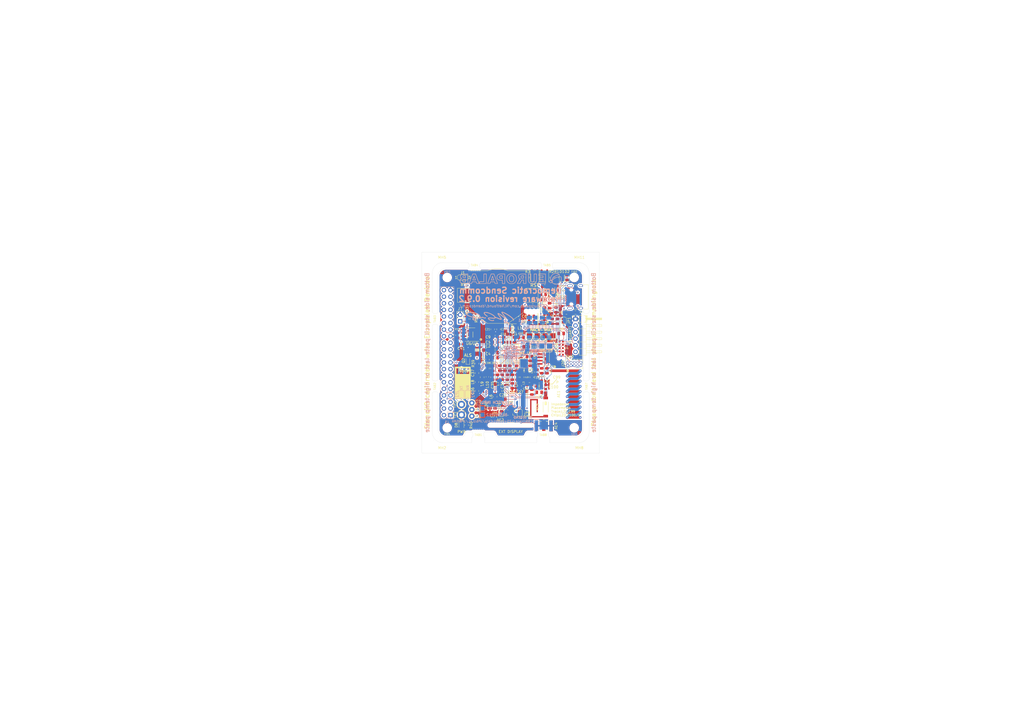
<source format=kicad_pcb>
(kicad_pcb (version 20171130) (host pcbnew 5.1.5+dfsg1-2build2)

  (general
    (thickness 1.6)
    (drawings 179)
    (tracks 1260)
    (zones 0)
    (modules 153)
    (nets 132)
  )

  (page A3)
  (title_block
    (title "Democratic Sendcomm")
    (date 2020-12-26)
    (rev 0.9.2)
    (company "Europalab Devices")
    (comment 1 "Copyright © 2020, Europalab Devices")
    (comment 2 "Fulfilling requirements of 20200210")
    (comment 3 "Pending quality assurance testing")
    (comment 4 "Release revision for manufacturing")
  )

  (layers
    (0 F.Cu signal)
    (1 In1.Cu power)
    (2 In2.Cu power)
    (31 B.Cu signal)
    (34 B.Paste user)
    (35 F.Paste user)
    (36 B.SilkS user)
    (37 F.SilkS user)
    (38 B.Mask user)
    (39 F.Mask user)
    (40 Dwgs.User user)
    (41 Cmts.User user)
    (44 Edge.Cuts user)
    (45 Margin user)
    (46 B.CrtYd user)
    (47 F.CrtYd user)
    (48 B.Fab user)
    (49 F.Fab user)
  )

  (setup
    (last_trace_width 0.09)
    (user_trace_width 0.1016)
    (user_trace_width 0.127)
    (user_trace_width 0.2)
    (trace_clearance 0.09)
    (zone_clearance 0.508)
    (zone_45_only no)
    (trace_min 0.09)
    (via_size 0.356)
    (via_drill 0.2)
    (via_min_size 0.356)
    (via_min_drill 0.2)
    (user_via 0.45 0.2)
    (user_via 0.6 0.3)
    (uvia_size 0.45)
    (uvia_drill 0.1)
    (uvias_allowed no)
    (uvia_min_size 0.45)
    (uvia_min_drill 0.1)
    (edge_width 0.1)
    (segment_width 0.1)
    (pcb_text_width 0.25)
    (pcb_text_size 1 1)
    (mod_edge_width 0.15)
    (mod_text_size 1 1)
    (mod_text_width 0.15)
    (pad_size 2 2)
    (pad_drill 0)
    (pad_to_mask_clearance 0)
    (aux_axis_origin 0 0)
    (visible_elements 7FFFFFFF)
    (pcbplotparams
      (layerselection 0x313fc_ffffffff)
      (usegerberextensions true)
      (usegerberattributes false)
      (usegerberadvancedattributes false)
      (creategerberjobfile false)
      (excludeedgelayer true)
      (linewidth 0.150000)
      (plotframeref false)
      (viasonmask false)
      (mode 1)
      (useauxorigin false)
      (hpglpennumber 1)
      (hpglpenspeed 20)
      (hpglpendiameter 15.000000)
      (psnegative false)
      (psa4output false)
      (plotreference true)
      (plotvalue true)
      (plotinvisibletext false)
      (padsonsilk false)
      (subtractmaskfromsilk false)
      (outputformat 1)
      (mirror false)
      (drillshape 0)
      (scaleselection 1)
      (outputdirectory "fabsingle"))
  )

  (net 0 "")
  (net 1 GND)
  (net 2 "Net-(AE1-Pad1)")
  (net 3 /Sheet5F53D5B4/RFSWPWR)
  (net 4 "Net-(C8-Pad1)")
  (net 5 /Sheet5F53D5B4/POWAMP)
  (net 6 "Net-(C13-Pad1)")
  (net 7 /Sheet5F53D5B4/HFOUT)
  (net 8 +3V3)
  (net 9 "Net-(C29-Pad1)")
  (net 10 /Sheet5F53D5B4/HPOUT)
  (net 11 /Sheet5F53D5B4/HFIN)
  (net 12 /Sheet5F53D5B4/BANDSEL)
  (net 13 "Net-(BT1-Pad1)")
  (net 14 /Sheet5F53D5B4/USB_BUS)
  (net 15 "Net-(C33-Pad1)")
  (net 16 "Net-(C34-Pad1)")
  (net 17 /Sheet5F53D5B4/CMDRST)
  (net 18 "Net-(D1-Pad2)")
  (net 19 "Net-(D1-Pad1)")
  (net 20 "Net-(D2-Pad1)")
  (net 21 "Net-(D2-Pad2)")
  (net 22 /Sheet5F53D5B4/USB_P)
  (net 23 /Sheet5F53D5B4/USB_N)
  (net 24 /Sheet60040980/ID_SD)
  (net 25 /Sheet60040980/ID_SC)
  (net 26 /Sheet5F53D5B4/SWDCLK)
  (net 27 "Net-(J3-Pad7)")
  (net 28 "Net-(J3-Pad8)")
  (net 29 "Net-(J4-Pad6)")
  (net 30 /Sheet5F53D5B4/CN_VBAT)
  (net 31 /Sheet5F53D5B4/XCEIV)
  (net 32 "Net-(AE5-Pad2)")
  (net 33 "Net-(C1-Pad1)")
  (net 34 "Net-(C7-Pad1)")
  (net 35 "Net-(C14-Pad1)")
  (net 36 "Net-(C17-Pad1)")
  (net 37 "Net-(C18-Pad2)")
  (net 38 "Net-(C19-Pad2)")
  (net 39 "Net-(C23-Pad2)")
  (net 40 "Net-(C23-Pad1)")
  (net 41 "Net-(C24-Pad1)")
  (net 42 "Net-(C24-Pad2)")
  (net 43 "Net-(C29-Pad2)")
  (net 44 "Net-(C33-Pad2)")
  (net 45 "Net-(C35-Pad2)")
  (net 46 "Net-(C40-Pad1)")
  (net 47 "Net-(J2-PadB5)")
  (net 48 "Net-(J2-PadA8)")
  (net 49 "Net-(J2-PadA5)")
  (net 50 "Net-(J2-PadB8)")
  (net 51 "Net-(J3-Pad2)")
  (net 52 "Net-(J3-Pad3)")
  (net 53 "Net-(J3-Pad4)")
  (net 54 "Net-(J3-Pad5)")
  (net 55 "Net-(J3-Pad10)")
  (net 56 "Net-(J3-Pad11)")
  (net 57 "Net-(J3-Pad12)")
  (net 58 "Net-(J3-Pad13)")
  (net 59 "Net-(J3-Pad15)")
  (net 60 "Net-(J3-Pad16)")
  (net 61 "Net-(J3-Pad18)")
  (net 62 "Net-(J3-Pad19)")
  (net 63 "Net-(J3-Pad21)")
  (net 64 "Net-(J3-Pad22)")
  (net 65 "Net-(J3-Pad23)")
  (net 66 "Net-(J3-Pad24)")
  (net 67 "Net-(J3-Pad26)")
  (net 68 "Net-(J3-Pad29)")
  (net 69 "Net-(J3-Pad31)")
  (net 70 "Net-(J3-Pad32)")
  (net 71 "Net-(J3-Pad33)")
  (net 72 "Net-(J3-Pad35)")
  (net 73 "Net-(J3-Pad36)")
  (net 74 "Net-(J3-Pad37)")
  (net 75 "Net-(J3-Pad38)")
  (net 76 "Net-(J3-Pad40)")
  (net 77 "Net-(J4-Pad7)")
  (net 78 "Net-(J4-Pad8)")
  (net 79 "Net-(J5-Pad2)")
  (net 80 "Net-(J5-Pad3)")
  (net 81 "Net-(J5-Pad6)")
  (net 82 "Net-(J6-Pad1)")
  (net 83 "Net-(L1-Pad2)")
  (net 84 "Net-(R3-Pad1)")
  (net 85 "Net-(R4-Pad1)")
  (net 86 "Net-(R4-Pad2)")
  (net 87 "Net-(U2-Pad5)")
  (net 88 "Net-(U3-PadG1)")
  (net 89 "Net-(U3-PadH1)")
  (net 90 "Net-(U3-PadE3)")
  (net 91 "Net-(U3-PadE4)")
  (net 92 "Net-(U3-PadF4)")
  (net 93 "Net-(U3-PadC7)")
  (net 94 "Net-(U3-PadD7)")
  (net 95 "Net-(U3-PadD8)")
  (net 96 "Net-(U5-Pad3)")
  (net 97 "Net-(U5-Pad4)")
  (net 98 "Net-(U8-Pad7)")
  (net 99 "Net-(U8-Pad3)")
  (net 100 "Net-(U8-Pad2)")
  (net 101 "Net-(U8-Pad1)")
  (net 102 "Net-(U9-Pad1)")
  (net 103 "Net-(U9-Pad2)")
  (net 104 "Net-(U9-Pad3)")
  (net 105 "Net-(U9-Pad7)")
  (net 106 /Sheet5F53D5B4/SWDIO)
  (net 107 "Net-(AE2-Pad1)")
  (net 108 "Net-(AE4-Pad1)")
  (net 109 "Net-(AE5-Pad1)")
  (net 110 "Net-(J6-Pad2)")
  (net 111 "Net-(J6-Pad3)")
  (net 112 "Net-(J6-Pad4)")
  (net 113 "Net-(J7-Pad1)")
  (net 114 "Net-(C95-Pad1)")
  (net 115 /TP_SCL)
  (net 116 /TP_SDA)
  (net 117 "Net-(J20-Pad6)")
  (net 118 "Net-(J20-Pad7)")
  (net 119 "Net-(J20-Pad8)")
  (net 120 "Net-(Q2-Pad2)")
  (net 121 EXT_UART_TX)
  (net 122 EXT_UART_RX)
  (net 123 "Net-(D8-Pad2)")
  (net 124 USB_TST)
  (net 125 "Net-(TP13-Pad1)")
  (net 126 "Net-(C94-Pad2)")
  (net 127 "Net-(C96-Pad1)")
  (net 128 /Sheet5F53D5B4/CRY_XIN-RSVD)
  (net 129 /Sheet5F53D5B4/CRY_XOUT-RSVD)
  (net 130 "Net-(C97-Pad1)")
  (net 131 "Net-(C101-Pad1)")

  (net_class Default "This is the default net class."
    (clearance 0.09)
    (trace_width 0.09)
    (via_dia 0.356)
    (via_drill 0.2)
    (uvia_dia 0.45)
    (uvia_drill 0.1)
    (add_net +3V3)
    (add_net /Sheet5F53D5B4/BANDSEL)
    (add_net /Sheet5F53D5B4/CMDRST)
    (add_net /Sheet5F53D5B4/CN_VBAT)
    (add_net /Sheet5F53D5B4/CRY_XIN-RSVD)
    (add_net /Sheet5F53D5B4/CRY_XOUT-RSVD)
    (add_net /Sheet5F53D5B4/HFIN)
    (add_net /Sheet5F53D5B4/HFOUT)
    (add_net /Sheet5F53D5B4/HPOUT)
    (add_net /Sheet5F53D5B4/POWAMP)
    (add_net /Sheet5F53D5B4/RFSWPWR)
    (add_net /Sheet5F53D5B4/SWDCLK)
    (add_net /Sheet5F53D5B4/SWDIO)
    (add_net /Sheet5F53D5B4/USB_BUS)
    (add_net /Sheet5F53D5B4/USB_N)
    (add_net /Sheet5F53D5B4/USB_P)
    (add_net /Sheet5F53D5B4/XCEIV)
    (add_net /Sheet60040980/ID_SC)
    (add_net /Sheet60040980/ID_SD)
    (add_net /TP_SCL)
    (add_net /TP_SDA)
    (add_net EXT_UART_RX)
    (add_net EXT_UART_TX)
    (add_net GND)
    (add_net "Net-(AE1-Pad1)")
    (add_net "Net-(AE2-Pad1)")
    (add_net "Net-(AE4-Pad1)")
    (add_net "Net-(AE5-Pad1)")
    (add_net "Net-(AE5-Pad2)")
    (add_net "Net-(BT1-Pad1)")
    (add_net "Net-(C1-Pad1)")
    (add_net "Net-(C101-Pad1)")
    (add_net "Net-(C13-Pad1)")
    (add_net "Net-(C14-Pad1)")
    (add_net "Net-(C17-Pad1)")
    (add_net "Net-(C18-Pad2)")
    (add_net "Net-(C19-Pad2)")
    (add_net "Net-(C23-Pad1)")
    (add_net "Net-(C23-Pad2)")
    (add_net "Net-(C24-Pad1)")
    (add_net "Net-(C24-Pad2)")
    (add_net "Net-(C29-Pad1)")
    (add_net "Net-(C29-Pad2)")
    (add_net "Net-(C33-Pad1)")
    (add_net "Net-(C33-Pad2)")
    (add_net "Net-(C34-Pad1)")
    (add_net "Net-(C35-Pad2)")
    (add_net "Net-(C40-Pad1)")
    (add_net "Net-(C7-Pad1)")
    (add_net "Net-(C8-Pad1)")
    (add_net "Net-(C94-Pad2)")
    (add_net "Net-(C95-Pad1)")
    (add_net "Net-(C96-Pad1)")
    (add_net "Net-(C97-Pad1)")
    (add_net "Net-(D1-Pad1)")
    (add_net "Net-(D1-Pad2)")
    (add_net "Net-(D2-Pad1)")
    (add_net "Net-(D2-Pad2)")
    (add_net "Net-(D8-Pad2)")
    (add_net "Net-(J2-PadA5)")
    (add_net "Net-(J2-PadA8)")
    (add_net "Net-(J2-PadB5)")
    (add_net "Net-(J2-PadB8)")
    (add_net "Net-(J20-Pad6)")
    (add_net "Net-(J20-Pad7)")
    (add_net "Net-(J20-Pad8)")
    (add_net "Net-(J3-Pad10)")
    (add_net "Net-(J3-Pad11)")
    (add_net "Net-(J3-Pad12)")
    (add_net "Net-(J3-Pad13)")
    (add_net "Net-(J3-Pad15)")
    (add_net "Net-(J3-Pad16)")
    (add_net "Net-(J3-Pad18)")
    (add_net "Net-(J3-Pad19)")
    (add_net "Net-(J3-Pad2)")
    (add_net "Net-(J3-Pad21)")
    (add_net "Net-(J3-Pad22)")
    (add_net "Net-(J3-Pad23)")
    (add_net "Net-(J3-Pad24)")
    (add_net "Net-(J3-Pad26)")
    (add_net "Net-(J3-Pad29)")
    (add_net "Net-(J3-Pad3)")
    (add_net "Net-(J3-Pad31)")
    (add_net "Net-(J3-Pad32)")
    (add_net "Net-(J3-Pad33)")
    (add_net "Net-(J3-Pad35)")
    (add_net "Net-(J3-Pad36)")
    (add_net "Net-(J3-Pad37)")
    (add_net "Net-(J3-Pad38)")
    (add_net "Net-(J3-Pad4)")
    (add_net "Net-(J3-Pad40)")
    (add_net "Net-(J3-Pad5)")
    (add_net "Net-(J3-Pad7)")
    (add_net "Net-(J3-Pad8)")
    (add_net "Net-(J4-Pad6)")
    (add_net "Net-(J4-Pad7)")
    (add_net "Net-(J4-Pad8)")
    (add_net "Net-(J5-Pad2)")
    (add_net "Net-(J5-Pad3)")
    (add_net "Net-(J5-Pad6)")
    (add_net "Net-(J6-Pad1)")
    (add_net "Net-(J6-Pad2)")
    (add_net "Net-(J6-Pad3)")
    (add_net "Net-(J6-Pad4)")
    (add_net "Net-(J7-Pad1)")
    (add_net "Net-(L1-Pad2)")
    (add_net "Net-(Q2-Pad2)")
    (add_net "Net-(R3-Pad1)")
    (add_net "Net-(R4-Pad1)")
    (add_net "Net-(R4-Pad2)")
    (add_net "Net-(TP13-Pad1)")
    (add_net "Net-(U2-Pad5)")
    (add_net "Net-(U3-PadC7)")
    (add_net "Net-(U3-PadD7)")
    (add_net "Net-(U3-PadD8)")
    (add_net "Net-(U3-PadE3)")
    (add_net "Net-(U3-PadE4)")
    (add_net "Net-(U3-PadF4)")
    (add_net "Net-(U3-PadG1)")
    (add_net "Net-(U3-PadH1)")
    (add_net "Net-(U5-Pad3)")
    (add_net "Net-(U5-Pad4)")
    (add_net "Net-(U8-Pad1)")
    (add_net "Net-(U8-Pad2)")
    (add_net "Net-(U8-Pad3)")
    (add_net "Net-(U8-Pad7)")
    (add_net "Net-(U9-Pad1)")
    (add_net "Net-(U9-Pad2)")
    (add_net "Net-(U9-Pad3)")
    (add_net "Net-(U9-Pad7)")
    (add_net USB_TST)
  )

  (net_class Power ""
    (clearance 0.2)
    (trace_width 0.5)
    (via_dia 1)
    (via_drill 0.7)
    (uvia_dia 0.5)
    (uvia_drill 0.1)
  )

  (module RF_Antenna:Texas_SWRA416_868MHz_915MHz (layer F.Cu) (tedit 5CF40AFD) (tstamp 5F686F31)
    (at 231 164 270)
    (descr http://www.ti.com/lit/an/swra416/swra416.pdf)
    (tags "PCB antenna")
    (path /5F5C0728/60008187)
    (attr smd)
    (fp_text reference AE1 (at 0 2.5 90) (layer F.SilkS)
      (effects (font (size 1 1) (thickness 0.15)))
    )
    (fp_text value Antenna (at 0.1 -7.6 90) (layer F.Fab)
      (effects (font (size 1 1) (thickness 0.15)))
    )
    (fp_line (start 9.7 2.1) (end 6.2 5.7) (layer Dwgs.User) (width 0.12))
    (fp_line (start 9.7 0.1) (end 4.3 5.7) (layer Dwgs.User) (width 0.12))
    (fp_line (start 9.7 -1.9) (end 2.3 5.7) (layer Dwgs.User) (width 0.12))
    (fp_line (start 9.7 -3.9) (end 0.2 5.7) (layer Dwgs.User) (width 0.12))
    (fp_line (start 9.7 -5.9) (end -1.8 5.7) (layer Dwgs.User) (width 0.12))
    (fp_line (start 8.3 -6.5) (end -3.8 5.7) (layer Dwgs.User) (width 0.12))
    (fp_line (start 6.3 -6.5) (end -5.8 5.7) (layer Dwgs.User) (width 0.12))
    (fp_line (start 4.3 -6.5) (end -7.8 5.7) (layer Dwgs.User) (width 0.12))
    (fp_line (start -9.7 5.5) (end 2.3 -6.5) (layer Dwgs.User) (width 0.12))
    (fp_line (start -9.7 3.5) (end 0.3 -6.5) (layer Dwgs.User) (width 0.12))
    (fp_line (start -9.7 1.5) (end -1.7 -6.5) (layer Dwgs.User) (width 0.12))
    (fp_line (start -9.7 -0.5) (end -3.7 -6.5) (layer Dwgs.User) (width 0.12))
    (fp_line (start -9.7 -2.5) (end -5.7 -6.5) (layer Dwgs.User) (width 0.12))
    (fp_line (start -9.7 -4.5) (end -7.7 -6.5) (layer Dwgs.User) (width 0.12))
    (fp_line (start 9.7 -6.5) (end -9.7 -6.5) (layer Dwgs.User) (width 0.15))
    (fp_line (start 9.7 5.7) (end 9.7 -6.5) (layer Dwgs.User) (width 0.15))
    (fp_line (start -9.7 5.7) (end 9.7 5.7) (layer Dwgs.User) (width 0.15))
    (fp_line (start -9.7 -6.5) (end -9.7 5.7) (layer Dwgs.User) (width 0.15))
    (fp_line (start 7 -5.8) (end 8 -4.8) (layer B.Cu) (width 1))
    (fp_line (start 8 -1.8) (end 9 -0.8) (layer B.Cu) (width 1))
    (fp_line (start 8 -4.8) (end 8 -1.8) (layer B.Cu) (width 1))
    (fp_line (start 9 -5.8) (end 9 -0.8) (layer F.Cu) (width 1))
    (fp_line (start 5 -5.8) (end 6 -4.8) (layer B.Cu) (width 1))
    (fp_line (start 6 -1.8) (end 7 -0.8) (layer B.Cu) (width 1))
    (fp_line (start 6 -4.8) (end 6 -1.8) (layer B.Cu) (width 1))
    (fp_line (start 7 -5.8) (end 7 -0.8) (layer F.Cu) (width 1))
    (fp_line (start 3 -5.8) (end 4 -4.8) (layer B.Cu) (width 1))
    (fp_line (start 4 -1.8) (end 5 -0.8) (layer B.Cu) (width 1))
    (fp_line (start 4 -4.8) (end 4 -1.8) (layer B.Cu) (width 1))
    (fp_line (start 5 -5.8) (end 5 -0.8) (layer F.Cu) (width 1))
    (fp_line (start 1 -5.8) (end 2 -4.8) (layer B.Cu) (width 1))
    (fp_line (start 2 -1.8) (end 3 -0.8) (layer B.Cu) (width 1))
    (fp_line (start 2 -4.8) (end 2 -1.8) (layer B.Cu) (width 1))
    (fp_line (start 3 -5.8) (end 3 -0.8) (layer F.Cu) (width 1))
    (fp_line (start -1 -5.8) (end 0 -4.8) (layer B.Cu) (width 1))
    (fp_line (start 0 -1.8) (end 1 -0.8) (layer B.Cu) (width 1))
    (fp_line (start 0 -4.8) (end 0 -1.8) (layer B.Cu) (width 1))
    (fp_line (start 1 -5.8) (end 1 -0.8) (layer F.Cu) (width 1))
    (fp_line (start -3 -5.8) (end -2 -4.8) (layer B.Cu) (width 1))
    (fp_line (start -2 -1.8) (end -1 -0.8) (layer B.Cu) (width 1))
    (fp_line (start -2 -4.8) (end -2 -1.8) (layer B.Cu) (width 1))
    (fp_line (start -1 -5.8) (end -1 -0.8) (layer F.Cu) (width 1))
    (fp_line (start -4 -4.8) (end -4 -1.8) (layer B.Cu) (width 1))
    (fp_line (start -5 -5.8) (end -4 -4.8) (layer B.Cu) (width 1))
    (fp_line (start -4 -1.8) (end -3 -0.8) (layer B.Cu) (width 1))
    (fp_line (start -3 -5.8) (end -3 -0.8) (layer F.Cu) (width 1))
    (fp_line (start -6 -4.8) (end -6 -1.8) (layer B.Cu) (width 1))
    (fp_line (start -7 -5.8) (end -6 -4.8) (layer B.Cu) (width 1))
    (fp_line (start -6 -1.8) (end -5 -0.8) (layer B.Cu) (width 1))
    (fp_line (start -5 -5.8) (end -5 -0.8) (layer F.Cu) (width 1))
    (fp_line (start -7 -5.8) (end -7 -0.8) (layer F.Cu) (width 1))
    (fp_line (start -9 5.2) (end -9 -5.8) (layer F.Cu) (width 1))
    (fp_line (start -9 -5.8) (end -8 -4.8) (layer B.Cu) (width 1))
    (fp_line (start -8 -4.8) (end -8 -1.8) (layer B.Cu) (width 1))
    (fp_line (start -8 -1.8) (end -7 -0.8) (layer B.Cu) (width 1))
    (fp_line (start 9.7 4.1) (end 8.2 5.7) (layer Dwgs.User) (width 0.12))
    (fp_line (start -9.9 -6.7) (end -9.9 5.9) (layer F.CrtYd) (width 0.05))
    (fp_line (start -9.9 5.9) (end 9.9 5.9) (layer F.CrtYd) (width 0.05))
    (fp_line (start 9.9 5.9) (end 9.9 -6.7) (layer F.CrtYd) (width 0.05))
    (fp_line (start 9.9 -6.7) (end -9.9 -6.7) (layer F.CrtYd) (width 0.05))
    (fp_line (start 9.9 -6.7) (end -9.9 -6.7) (layer B.CrtYd) (width 0.05))
    (fp_line (start 9.9 5.9) (end 9.9 -6.7) (layer B.CrtYd) (width 0.05))
    (fp_line (start -9.9 -6.7) (end -9.9 5.9) (layer B.CrtYd) (width 0.05))
    (fp_line (start -9.9 5.9) (end 9.9 5.9) (layer B.CrtYd) (width 0.05))
    (fp_text user "KEEP-OUT ZONE" (at 1 -2.8 90) (layer Cmts.User)
      (effects (font (size 1 1) (thickness 0.15)))
    )
    (fp_text user "No metal, traces or " (at 1 0.2 90) (layer Cmts.User)
      (effects (font (size 1 1) (thickness 0.15)))
    )
    (fp_text user "any components on" (at 1 2.2 90) (layer Cmts.User)
      (effects (font (size 1 1) (thickness 0.15)))
    )
    (fp_text user " any PCB layer." (at 1 4.2 90) (layer Cmts.User)
      (effects (font (size 1 1) (thickness 0.15)))
    )
    (fp_text user %R (at -0.4 6.6 90) (layer F.Fab)
      (effects (font (size 1 1) (thickness 0.15)))
    )
    (pad "" thru_hole circle (at 9 -0.8 90) (size 1 1) (drill 0.4) (layers *.Cu))
    (pad "" thru_hole circle (at 9 -5.8 90) (size 1 1) (drill 0.4) (layers *.Cu))
    (pad "" thru_hole circle (at 7 -5.8 90) (size 1 1) (drill 0.4) (layers *.Cu))
    (pad "" thru_hole circle (at 7 -0.8 90) (size 1 1) (drill 0.4) (layers *.Cu))
    (pad "" thru_hole circle (at 5 -0.8 90) (size 1 1) (drill 0.4) (layers *.Cu))
    (pad "" thru_hole circle (at 5 -5.8 90) (size 1 1) (drill 0.4) (layers *.Cu))
    (pad "" thru_hole circle (at 3 -0.8 90) (size 1 1) (drill 0.4) (layers *.Cu))
    (pad "" thru_hole circle (at 3 -5.8 90) (size 1 1) (drill 0.4) (layers *.Cu))
    (pad "" thru_hole circle (at 1 -5.8 90) (size 1 1) (drill 0.4) (layers *.Cu))
    (pad "" thru_hole circle (at 1 -0.8 90) (size 1 1) (drill 0.4) (layers *.Cu))
    (pad "" thru_hole circle (at -1 -0.8 90) (size 1 1) (drill 0.4) (layers *.Cu))
    (pad "" thru_hole circle (at -1 -5.8 90) (size 1 1) (drill 0.4) (layers *.Cu))
    (pad "" thru_hole circle (at -3 -5.8 90) (size 1 1) (drill 0.4) (layers *.Cu))
    (pad "" thru_hole circle (at -3 -0.8 90) (size 1 1) (drill 0.4) (layers *.Cu))
    (pad "" thru_hole circle (at -5 -0.8 90) (size 1 1) (drill 0.4) (layers *.Cu))
    (pad "" thru_hole circle (at -5 -5.8 90) (size 1 1) (drill 0.4) (layers *.Cu))
    (pad "" thru_hole circle (at -7 -5.8 90) (size 1 1) (drill 0.4) (layers *.Cu))
    (pad "" thru_hole circle (at -7 -0.8 90) (size 1 1) (drill 0.4) (layers *.Cu))
    (pad "" thru_hole circle (at -9 -5.8 90) (size 1 1) (drill 0.4) (layers *.Cu))
    (pad 1 smd trapezoid (at -9 5.9 90) (size 0.4 0.8) (rect_delta 0 0.3 ) (layers F.Cu)
      (net 2 "Net-(AE1-Pad1)"))
  )

  (module Elabdev:Panel_Mousetab_25mm_Single (layer F.Cu) (tedit 5CD9E502) (tstamp 5FEC726C)
    (at 222.5 179.75 90)
    (path /5CD9EB0D)
    (fp_text reference TAB8 (at 0 0) (layer F.SilkS)
      (effects (font (size 0.8 0.8) (thickness 0.13)))
    )
    (fp_text value Pantab (at -3.25 0 180) (layer F.Fab)
      (effects (font (size 1 1) (thickness 0.15)))
    )
    (fp_line (start 1.25 -2.2) (end 1.25 2.2) (layer F.Fab) (width 0.15))
    (fp_line (start -1.25 -2.2) (end -1.25 2.2) (layer F.Fab) (width 0.15))
    (fp_line (start 2.1 -2.6) (end 2.1 2.6) (layer F.CrtYd) (width 0.15))
    (fp_line (start 2.1 2.6) (end -2.1 2.6) (layer F.CrtYd) (width 0.15))
    (fp_line (start -2.1 2.6) (end -2.1 -2.6) (layer F.CrtYd) (width 0.15))
    (fp_line (start -2.1 -2.6) (end 2.1 -2.6) (layer F.CrtYd) (width 0.15))
    (pad "" np_thru_hole circle (at 1.35 2 90) (size 0.5 0.5) (drill 0.5) (layers *.Cu))
    (pad "" np_thru_hole circle (at 1.35 1.2 90) (size 0.5 0.5) (drill 0.5) (layers *.Cu))
    (pad "" np_thru_hole circle (at 1.35 0.4 90) (size 0.5 0.5) (drill 0.5) (layers *.Cu))
    (pad "" np_thru_hole circle (at 1.35 -0.4 90) (size 0.5 0.5) (drill 0.5) (layers *.Cu))
    (pad "" np_thru_hole circle (at 1.35 -1.2 90) (size 0.5 0.5) (drill 0.5) (layers *.Cu))
    (pad "" np_thru_hole circle (at 1.35 -2 90) (size 0.5 0.5) (drill 0.5) (layers *.Cu))
  )

  (module Capacitor_SMD:C_0805_2012Metric (layer F.Cu) (tedit 5B36C52B) (tstamp 5FEB8111)
    (at 211.5 143.0625 270)
    (descr "Capacitor SMD 0805 (2012 Metric), square (rectangular) end terminal, IPC_7351 nominal, (Body size source: https://docs.google.com/spreadsheets/d/1BsfQQcO9C6DZCsRaXUlFlo91Tg2WpOkGARC1WS5S8t0/edit?usp=sharing), generated with kicad-footprint-generator")
    (tags capacitor)
    (path /5F53D5B5/5F609CF5)
    (attr smd)
    (fp_text reference C19 (at -2.0625 0 180) (layer F.SilkS)
      (effects (font (size 0.7 0.7) (thickness 0.1)))
    )
    (fp_text value 15pF (at 0 1.65 90) (layer F.Fab)
      (effects (font (size 1 1) (thickness 0.15)))
    )
    (fp_line (start -1 0.6) (end -1 -0.6) (layer F.Fab) (width 0.1))
    (fp_line (start -1 -0.6) (end 1 -0.6) (layer F.Fab) (width 0.1))
    (fp_line (start 1 -0.6) (end 1 0.6) (layer F.Fab) (width 0.1))
    (fp_line (start 1 0.6) (end -1 0.6) (layer F.Fab) (width 0.1))
    (fp_line (start -0.258578 -0.71) (end 0.258578 -0.71) (layer F.SilkS) (width 0.12))
    (fp_line (start -0.258578 0.71) (end 0.258578 0.71) (layer F.SilkS) (width 0.12))
    (fp_line (start -1.68 0.95) (end -1.68 -0.95) (layer F.CrtYd) (width 0.05))
    (fp_line (start -1.68 -0.95) (end 1.68 -0.95) (layer F.CrtYd) (width 0.05))
    (fp_line (start 1.68 -0.95) (end 1.68 0.95) (layer F.CrtYd) (width 0.05))
    (fp_line (start 1.68 0.95) (end -1.68 0.95) (layer F.CrtYd) (width 0.05))
    (fp_text user %R (at 0 0 90) (layer F.Fab)
      (effects (font (size 0.5 0.5) (thickness 0.08)))
    )
    (pad 1 smd roundrect (at -0.9375 0 270) (size 0.975 1.4) (layers F.Cu F.Paste F.Mask) (roundrect_rratio 0.25)
      (net 1 GND))
    (pad 2 smd roundrect (at 0.9375 0 270) (size 0.975 1.4) (layers F.Cu F.Paste F.Mask) (roundrect_rratio 0.25)
      (net 38 "Net-(C19-Pad2)"))
    (model ${KISYS3DMOD}/Capacitor_SMD.3dshapes/C_0805_2012Metric.wrl
      (at (xyz 0 0 0))
      (scale (xyz 1 1 1))
      (rotate (xyz 0 0 0))
    )
  )

  (module Elabdev:Meinkuerz_sign_480dpi (layer B.Cu) (tedit 0) (tstamp 5FBE809B)
    (at 202 134 180)
    (fp_text reference G1 (at 0 0) (layer B.SilkS) hide
      (effects (font (size 1.524 1.524) (thickness 0.3)) (justify mirror))
    )
    (fp_text value Meinkuerzel_signature (at 0.75 0) (layer B.SilkS) hide
      (effects (font (size 1.524 1.524) (thickness 0.3)) (justify mirror))
    )
    (fp_poly (pts (xy 7.849084 1.675651) (xy 8.303148 1.632827) (xy 8.685942 1.550363) (xy 8.876057 1.481326)
      (xy 9.07938 1.34976) (xy 9.204465 1.178624) (xy 9.241225 0.986809) (xy 9.210768 0.854557)
      (xy 9.078684 0.643748) (xy 8.864557 0.429964) (xy 8.589687 0.233059) (xy 8.471807 0.165759)
      (xy 8.232808 0.053863) (xy 7.923436 -0.068816) (xy 7.576824 -0.190996) (xy 7.226108 -0.301392)
      (xy 6.904421 -0.388723) (xy 6.731621 -0.426811) (xy 6.398868 -0.490816) (xy 6.556265 -0.586535)
      (xy 6.736632 -0.743549) (xy 6.819572 -0.938245) (xy 6.82625 -1.022915) (xy 6.780462 -1.15416)
      (xy 6.660466 -1.295963) (xy 6.49231 -1.424979) (xy 6.30204 -1.517866) (xy 6.258842 -1.531402)
      (xy 6.0446 -1.569955) (xy 5.805186 -1.581627) (xy 5.582286 -1.566858) (xy 5.417587 -1.526091)
      (xy 5.409578 -1.522402) (xy 5.285381 -1.409276) (xy 5.232727 -1.237525) (xy 5.243042 -1.133742)
      (xy 5.545646 -1.133742) (xy 5.569322 -1.243922) (xy 5.599007 -1.270742) (xy 5.725804 -1.30367)
      (xy 5.911501 -1.301091) (xy 6.117136 -1.267785) (xy 6.303743 -1.20853) (xy 6.368163 -1.176419)
      (xy 6.483421 -1.090411) (xy 6.547775 -1.006994) (xy 6.550669 -0.996984) (xy 6.519163 -0.903747)
      (xy 6.404517 -0.814537) (xy 6.229026 -0.742568) (xy 6.060328 -0.706358) (xy 5.903418 -0.693399)
      (xy 5.806355 -0.717484) (xy 5.726223 -0.79035) (xy 5.718194 -0.79992) (xy 5.596762 -0.979847)
      (xy 5.545646 -1.133742) (xy 5.243042 -1.133742) (xy 5.253531 -1.028227) (xy 5.344918 -0.810631)
      (xy 5.442538 -0.642303) (xy 5.295353 -0.646487) (xy 5.12125 -0.625399) (xy 5.035885 -0.550663)
      (xy 5.027083 -0.501447) (xy 5.075804 -0.410776) (xy 5.222941 -0.351671) (xy 5.469958 -0.32355)
      (xy 5.476875 -0.323261) (xy 5.599677 -0.314345) (xy 5.697993 -0.289875) (xy 5.794712 -0.235966)
      (xy 5.912725 -0.138734) (xy 6.074923 0.015705) (xy 6.138333 0.077935) (xy 6.357426 0.284825)
      (xy 6.520758 0.415811) (xy 6.63982 0.476704) (xy 6.726105 0.473318) (xy 6.791106 0.411464)
      (xy 6.792772 0.408883) (xy 6.813029 0.349999) (xy 6.787897 0.281807) (xy 6.704882 0.184844)
      (xy 6.561666 0.048946) (xy 6.270625 -0.217166) (xy 6.532899 -0.183078) (xy 6.900304 -0.115245)
      (xy 7.289474 -0.008645) (xy 7.678243 0.127507) (xy 8.044445 0.283994) (xy 8.365914 0.451601)
      (xy 8.620483 0.621112) (xy 8.749193 0.738377) (xy 8.856936 0.865956) (xy 8.92727 0.965202)
      (xy 8.942916 1.001728) (xy 8.895983 1.084773) (xy 8.773369 1.176095) (xy 8.602358 1.259484)
      (xy 8.410231 1.318727) (xy 8.408998 1.318992) (xy 8.149682 1.354937) (xy 7.8128 1.371973)
      (xy 7.424917 1.370093) (xy 7.012599 1.349291) (xy 6.686734 1.319437) (xy 6.066773 1.222977)
      (xy 5.517194 1.081213) (xy 5.043989 0.897075) (xy 4.653152 0.673494) (xy 4.350673 0.413401)
      (xy 4.142546 0.119727) (xy 4.114637 0.061443) (xy 4.047094 -0.15251) (xy 4.06025 -0.336634)
      (xy 4.160207 -0.518581) (xy 4.270456 -0.644496) (xy 4.390411 -0.79173) (xy 4.431252 -0.900383)
      (xy 4.427296 -0.922309) (xy 4.357272 -0.99719) (xy 4.242023 -0.977517) (xy 4.082983 -0.863726)
      (xy 4.010682 -0.795217) (xy 3.879838 -0.680755) (xy 3.765594 -0.608691) (xy 3.712637 -0.594925)
      (xy 3.6215 -0.594723) (xy 3.455888 -0.585507) (xy 3.246599 -0.569127) (xy 3.175 -0.562633)
      (xy 2.951086 -0.544014) (xy 2.793821 -0.54282) (xy 2.664643 -0.565021) (xy 2.524987 -0.61659)
      (xy 2.371034 -0.687127) (xy 2.100169 -0.795663) (xy 1.89262 -0.837972) (xy 1.841867 -0.837015)
      (xy 1.72083 -0.812158) (xy 1.663036 -0.745697) (xy 1.637803 -0.635) (xy 1.623821 -0.491701)
      (xy 1.628566 -0.389706) (xy 1.630235 -0.383646) (xy 1.692219 -0.322789) (xy 1.789679 -0.330876)
      (xy 1.885465 -0.399867) (xy 1.916539 -0.445597) (xy 1.984375 -0.573694) (xy 2.371569 -0.384068)
      (xy 2.758764 -0.194442) (xy 3.165319 -0.256321) (xy 3.413597 -0.293214) (xy 3.576071 -0.310583)
      (xy 3.67165 -0.304292) (xy 3.719238 -0.270208) (xy 3.737742 -0.204195) (xy 3.744012 -0.129767)
      (xy 3.817818 0.177969) (xy 3.989413 0.470621) (xy 4.251219 0.74303) (xy 4.595656 0.99004)
      (xy 5.015149 1.206492) (xy 5.502117 1.387229) (xy 6.048984 1.527094) (xy 6.228561 1.561184)
      (xy 6.794861 1.64034) (xy 7.340678 1.678326) (xy 7.849084 1.675651)) (layer B.SilkS) (width 0.01))
    (fp_poly (pts (xy -4.580024 1.756567) (xy -4.544854 1.74305) (xy -4.466016 1.67622) (xy -4.437143 1.580417)
      (xy -4.461964 1.447967) (xy -4.544204 1.271201) (xy -4.68759 1.042447) (xy -4.895848 0.754033)
      (xy -5.172705 0.39829) (xy -5.237349 0.3175) (xy -5.411926 0.098408) (xy -5.577817 -0.112809)
      (xy -5.714811 -0.290245) (xy -5.794689 -0.396875) (xy -5.948296 -0.608542) (xy -5.791961 -0.468507)
      (xy -5.700695 -0.392772) (xy -5.541009 -0.266466) (xy -5.329307 -0.10231) (xy -5.081994 0.086977)
      (xy -4.815472 0.288675) (xy -4.815417 0.288716) (xy -4.345432 0.631252) (xy -3.946225 0.897872)
      (xy -3.615767 1.089474) (xy -3.352032 1.206955) (xy -3.152989 1.251211) (xy -3.016612 1.223138)
      (xy -2.940872 1.123633) (xy -2.939055 1.118116) (xy -2.92791 1.023519) (xy -2.955738 0.908417)
      (xy -3.029742 0.759005) (xy -3.157121 0.561475) (xy -3.345079 0.302021) (xy -3.409058 0.217037)
      (xy -3.654587 -0.113597) (xy -3.860834 -0.404313) (xy -4.022275 -0.646491) (xy -4.133388 -0.831509)
      (xy -4.188652 -0.950744) (xy -4.185335 -0.994958) (xy -4.120655 -0.981486) (xy -3.976478 -0.932768)
      (xy -3.770527 -0.855371) (xy -3.520529 -0.755864) (xy -3.349225 -0.685128) (xy -3.06462 -0.570045)
      (xy -2.797019 -0.469163) (xy -2.569108 -0.390505) (xy -2.403576 -0.342097) (xy -2.349431 -0.331513)
      (xy -2.183877 -0.291941) (xy -2.07811 -0.206425) (xy -2.041672 -0.151915) (xy -1.850086 0.096101)
      (xy -1.567603 0.354844) (xy -1.207453 0.616123) (xy -0.78287 0.87175) (xy -0.307084 1.113536)
      (xy 0.206672 1.333293) (xy 0.574448 1.467145) (xy 0.853452 1.556991) (xy 1.074831 1.61415)
      (xy 1.278935 1.645957) (xy 1.506112 1.659747) (xy 1.647661 1.662241) (xy 1.89537 1.661355)
      (xy 2.061526 1.650821) (xy 2.170245 1.626908) (xy 2.245641 1.585888) (xy 2.269431 1.566069)
      (xy 2.364656 1.413892) (xy 2.378536 1.21834) (xy 2.31231 1.002224) (xy 2.231511 0.867835)
      (xy 2.055394 0.653788) (xy 1.846452 0.444397) (xy 1.622129 0.252501) (xy 1.399873 0.090942)
      (xy 1.19713 -0.02744) (xy 1.031346 -0.089804) (xy 0.931657 -0.088852) (xy 0.853749 -0.025156)
      (xy 0.874571 0.06423) (xy 0.991583 0.174246) (xy 1.09802 0.242886) (xy 1.314624 0.387246)
      (xy 1.527802 0.560014) (xy 1.72429 0.746283) (xy 1.890825 0.931146) (xy 2.014146 1.099697)
      (xy 2.080988 1.237027) (xy 2.078088 1.32823) (xy 2.071165 1.336667) (xy 1.954541 1.387475)
      (xy 1.756832 1.400928) (xy 1.494763 1.380087) (xy 1.185063 1.328013) (xy 0.844457 1.247766)
      (xy 0.489674 1.142406) (xy 0.137439 1.014995) (xy -0.00172 0.957368) (xy -0.385109 0.777304)
      (xy -0.74297 0.581237) (xy -1.065571 0.377182) (xy -1.343179 0.173152) (xy -1.566062 -0.022838)
      (xy -1.724487 -0.202776) (xy -1.808722 -0.358647) (xy -1.809035 -0.482438) (xy -1.789329 -0.514562)
      (xy -1.69188 -0.558953) (xy -1.49842 -0.578536) (xy -1.2158 -0.573404) (xy -0.850872 -0.543648)
      (xy -0.464887 -0.496867) (xy -0.056607 -0.452123) (xy 0.260382 -0.442712) (xy 0.494773 -0.469264)
      (xy 0.655256 -0.532408) (xy 0.714552 -0.58228) (xy 0.776217 -0.725165) (xy 0.746162 -0.908878)
      (xy 0.632079 -1.115352) (xy 0.45893 -1.290216) (xy 0.2117 -1.450188) (xy -0.085638 -1.588107)
      (xy -0.409112 -1.696809) (xy -0.734748 -1.769134) (xy -1.038572 -1.797919) (xy -1.296612 -1.776003)
      (xy -1.42875 -1.731015) (xy -1.546706 -1.617759) (xy -1.577815 -1.519827) (xy -1.560687 -1.389395)
      (xy -1.486335 -1.336349) (xy -1.378138 -1.369493) (xy -1.317893 -1.421952) (xy -1.19986 -1.505637)
      (xy -1.092449 -1.534584) (xy -0.859949 -1.513387) (xy -0.579373 -1.457345) (xy -0.297878 -1.377776)
      (xy -0.068589 -1.288836) (xy 0.116249 -1.181832) (xy 0.284174 -1.050661) (xy 0.411262 -0.917533)
      (xy 0.473586 -0.804658) (xy 0.47625 -0.783054) (xy 0.425256 -0.757675) (xy 0.277287 -0.748743)
      (xy 0.039858 -0.755912) (xy -0.279513 -0.778835) (xy -0.673311 -0.817167) (xy -0.956033 -0.849048)
      (xy -1.308534 -0.882196) (xy -1.57585 -0.8857) (xy -1.774982 -0.85746) (xy -1.922933 -0.795374)
      (xy -2.017888 -0.717835) (xy -2.096716 -0.653738) (xy -2.190635 -0.62131) (xy -2.313833 -0.623423)
      (xy -2.480498 -0.662945) (xy -2.704818 -0.742748) (xy -3.00098 -0.865702) (xy -3.216817 -0.960383)
      (xy -3.585839 -1.11854) (xy -3.874386 -1.227749) (xy -4.094462 -1.290524) (xy -4.258069 -1.309381)
      (xy -4.377212 -1.286836) (xy -4.463891 -1.225404) (xy -4.466704 -1.222337) (xy -4.518051 -1.14061)
      (xy -4.530831 -1.040781) (xy -4.500098 -0.912213) (xy -4.420902 -0.744269) (xy -4.288295 -0.526313)
      (xy -4.097327 -0.247708) (xy -3.863138 0.07498) (xy -3.679345 0.325213) (xy -3.519393 0.545064)
      (xy -3.393108 0.720859) (xy -3.310313 0.838921) (xy -3.280834 0.885525) (xy -3.323557 0.888476)
      (xy -3.399896 0.869711) (xy -3.542096 0.805036) (xy -3.750284 0.678102) (xy -4.027571 0.486762)
      (xy -4.377062 0.228867) (xy -4.801868 -0.097732) (xy -4.81991 -0.111817) (xy -5.187034 -0.396401)
      (xy -5.482932 -0.620081) (xy -5.717862 -0.789492) (xy -5.902078 -0.911266) (xy -6.045837 -0.99204)
      (xy -6.159396 -1.038447) (xy -6.25301 -1.057121) (xy -6.283148 -1.058333) (xy -6.40378 -1.045849)
      (xy -6.450441 -0.994435) (xy -6.455563 -0.939271) (xy -6.445942 -0.865735) (xy -6.412644 -0.776476)
      (xy -6.348546 -0.66103) (xy -6.24652 -0.508935) (xy -6.099443 -0.309727) (xy -5.90019 -0.052942)
      (xy -5.641635 0.271882) (xy -5.570553 0.360397) (xy -5.363566 0.620769) (xy -5.174974 0.863504)
      (xy -5.016826 1.072659) (xy -4.901172 1.23229) (xy -4.84006 1.326453) (xy -4.839117 1.328251)
      (xy -4.786636 1.436383) (xy -4.790145 1.473528) (xy -4.856494 1.462433) (xy -4.877731 1.456477)
      (xy -4.973599 1.420322) (xy -5.140081 1.348706) (xy -5.352621 1.252468) (xy -5.55625 1.156974)
      (xy -6.094525 0.881508) (xy -6.644499 0.565345) (xy -7.182748 0.223911) (xy -7.685848 -0.12737)
      (xy -8.130378 -0.473072) (xy -8.424687 -0.732038) (xy -8.650145 -0.95487) (xy -8.800069 -1.131002)
      (xy -8.884377 -1.276175) (xy -8.912984 -1.406131) (xy -8.905425 -1.495188) (xy -8.906488 -1.61853)
      (xy -8.964006 -1.672137) (xy -9.075823 -1.672519) (xy -9.156792 -1.593028) (xy -9.200558 -1.456755)
      (xy -9.200763 -1.286789) (xy -9.151052 -1.106218) (xy -9.131299 -1.06447) (xy -9.024915 -0.913844)
      (xy -8.843627 -0.718433) (xy -8.601654 -0.490528) (xy -8.313213 -0.242422) (xy -7.992524 0.013592)
      (xy -7.653804 0.265222) (xy -7.3545 0.471681) (xy -6.896098 0.764541) (xy -6.449337 1.028776)
      (xy -6.024338 1.259805) (xy -5.631223 1.453048) (xy -5.280112 1.603926) (xy -4.981128 1.707858)
      (xy -4.744392 1.760265) (xy -4.580024 1.756567)) (layer B.SilkS) (width 0.01))
  )

  (module Elabdev:Panel_Mousetab_25mm_Single (layer F.Cu) (tedit 5CD9E59A) (tstamp 5FBE7343)
    (at 224 114.25 270)
    (path /5CD5C3A7)
    (fp_text reference TAB5 (at 0 0 180) (layer F.SilkS)
      (effects (font (size 0.8 0.8) (thickness 0.13)))
    )
    (fp_text value Pantab (at 0 -3.5 270) (layer F.Fab)
      (effects (font (size 1 1) (thickness 0.15)))
    )
    (fp_line (start -2.1 -2.6) (end 2.1 -2.6) (layer F.CrtYd) (width 0.15))
    (fp_line (start -2.1 2.6) (end -2.1 -2.6) (layer F.CrtYd) (width 0.15))
    (fp_line (start 2.1 2.6) (end -2.1 2.6) (layer F.CrtYd) (width 0.15))
    (fp_line (start 2.1 -2.6) (end 2.1 2.6) (layer F.CrtYd) (width 0.15))
    (fp_line (start -1.25 -2.2) (end -1.25 2.2) (layer F.Fab) (width 0.15))
    (fp_line (start 1.25 -2.2) (end 1.25 2.2) (layer F.Fab) (width 0.15))
    (pad "" np_thru_hole circle (at 1.35 -2 270) (size 0.5 0.5) (drill 0.5) (layers *.Cu))
    (pad "" np_thru_hole circle (at 1.35 -1.2 270) (size 0.5 0.5) (drill 0.5) (layers *.Cu))
    (pad "" np_thru_hole circle (at 1.35 -0.4 270) (size 0.5 0.5) (drill 0.5) (layers *.Cu))
    (pad "" np_thru_hole circle (at 1.35 0.4 270) (size 0.5 0.5) (drill 0.5) (layers *.Cu))
    (pad "" np_thru_hole circle (at 1.35 1.2 270) (size 0.5 0.5) (drill 0.5) (layers *.Cu))
    (pad "" np_thru_hole circle (at 1.35 2 270) (size 0.5 0.5) (drill 0.5) (layers *.Cu))
  )

  (module Elabdev:Elablogoslk-Gfx (layer B.Cu) (tedit 0) (tstamp 5FBDF7AF)
    (at 210 119.5 180)
    (fp_text reference G** (at 0 0) (layer B.SilkS) hide
      (effects (font (size 1.524 1.524) (thickness 0.3)) (justify mirror))
    )
    (fp_text value Elablogoslk (at 0.75 0) (layer B.SilkS) hide
      (effects (font (size 1.524 1.524) (thickness 0.3)) (justify mirror))
    )
    (fp_poly (pts (xy -15.405836 -0.675184) (xy -15.287483 -0.702055) (xy -15.188143 -0.754619) (xy -15.108772 -0.827765)
      (xy -15.050327 -0.916382) (xy -15.013763 -1.015359) (xy -15.000037 -1.119584) (xy -15.010104 -1.223945)
      (xy -15.04492 -1.323332) (xy -15.105441 -1.412633) (xy -15.192623 -1.486737) (xy -15.24833 -1.517344)
      (xy -15.356716 -1.550357) (xy -15.476625 -1.557984) (xy -15.592872 -1.539403) (xy -15.602283 -1.53653)
      (xy -15.678123 -1.497127) (xy -15.752493 -1.432517) (xy -15.815972 -1.352895) (xy -15.859141 -1.268459)
      (xy -15.864155 -1.2531) (xy -15.88425 -1.176683) (xy -15.891257 -1.117668) (xy -15.885212 -1.059627)
      (xy -15.866149 -0.986134) (xy -15.864727 -0.981328) (xy -15.815988 -0.8777) (xy -15.739972 -0.790432)
      (xy -15.643773 -0.72426) (xy -15.534487 -0.683915) (xy -15.419207 -0.674131) (xy -15.405836 -0.675184)) (layer B.Mask) (width 0.01))
    (fp_poly (pts (xy 17.476107 1.827609) (xy 17.687258 1.825899) (xy 17.865618 1.824237) (xy 18.014678 1.822477)
      (xy 18.137934 1.82047) (xy 18.238879 1.818068) (xy 18.321005 1.815122) (xy 18.387806 1.811484)
      (xy 18.442776 1.807007) (xy 18.489407 1.801541) (xy 18.531194 1.794939) (xy 18.57163 1.787052)
      (xy 18.6055 1.779685) (xy 18.771822 1.733432) (xy 18.923911 1.673315) (xy 19.054677 1.602656)
      (xy 19.157033 1.524776) (xy 19.164226 1.5179) (xy 19.246251 1.417951) (xy 19.315464 1.294688)
      (xy 19.365371 1.16053) (xy 19.377923 1.109275) (xy 19.39052 1.010407) (xy 19.393203 0.893754)
      (xy 19.386762 0.771789) (xy 19.371983 0.656983) (xy 19.349655 0.561808) (xy 19.341939 0.539811)
      (xy 19.283862 0.430962) (xy 19.19941 0.326298) (xy 19.097976 0.236127) (xy 19.019624 0.185927)
      (xy 18.914298 0.12941) (xy 18.968542 0.109123) (xy 19.093064 0.054672) (xy 19.194891 -0.009335)
      (xy 19.285933 -0.089714) (xy 19.390804 -0.214403) (xy 19.467199 -0.350129) (xy 19.516977 -0.501894)
      (xy 19.541997 -0.674698) (xy 19.545898 -0.789214) (xy 19.53245 -0.987132) (xy 19.491752 -1.163006)
      (xy 19.423278 -1.317328) (xy 19.326496 -1.450588) (xy 19.200879 -1.563277) (xy 19.045898 -1.655885)
      (xy 18.861023 -1.728905) (xy 18.645726 -1.782826) (xy 18.442214 -1.81358) (xy 18.390712 -1.817354)
      (xy 18.307346 -1.820878) (xy 18.196536 -1.82407) (xy 18.062704 -1.826851) (xy 17.910272 -1.829142)
      (xy 17.743659 -1.830864) (xy 17.567287 -1.831936) (xy 17.403536 -1.83228) (xy 16.528143 -1.832429)
      (xy 16.528143 -1.197429) (xy 17.471571 -1.197429) (xy 17.812474 -1.197429) (xy 17.960507 -1.19621)
      (xy 18.077011 -1.192363) (xy 18.166668 -1.185602) (xy 18.234157 -1.175639) (xy 18.257984 -1.170182)
      (xy 18.384709 -1.1231) (xy 18.482481 -1.054854) (xy 18.552639 -0.964254) (xy 18.589417 -0.8761)
      (xy 18.611394 -0.756961) (xy 18.608994 -0.636283) (xy 18.583832 -0.523232) (xy 18.537525 -0.426977)
      (xy 18.502598 -0.383459) (xy 18.44707 -0.333771) (xy 18.385424 -0.294593) (xy 18.312843 -0.264829)
      (xy 18.22451 -0.243381) (xy 18.115607 -0.229153) (xy 17.981316 -0.221046) (xy 17.816821 -0.217964)
      (xy 17.775464 -0.217851) (xy 17.471571 -0.217714) (xy 17.471571 -1.197429) (xy 16.528143 -1.197429)
      (xy 16.528143 1.197428) (xy 17.471571 1.197428) (xy 17.471571 0.417286) (xy 17.804933 0.417286)
      (xy 17.937918 0.418126) (xy 18.040036 0.420891) (xy 18.116671 0.425945) (xy 18.173209 0.433651)
      (xy 18.215035 0.444376) (xy 18.217426 0.445205) (xy 18.319056 0.498467) (xy 18.395331 0.575146)
      (xy 18.444205 0.67085) (xy 18.463631 0.781188) (xy 18.451564 0.901769) (xy 18.443884 0.931299)
      (xy 18.396902 1.030842) (xy 18.322562 1.110813) (xy 18.227195 1.165118) (xy 18.18819 1.177399)
      (xy 18.143627 1.184049) (xy 18.070672 1.189765) (xy 17.977218 1.19415) (xy 17.871155 1.196808)
      (xy 17.790109 1.197428) (xy 17.471571 1.197428) (xy 16.528143 1.197428) (xy 16.528143 1.835008)
      (xy 17.476107 1.827609)) (layer B.Mask) (width 0.01))
    (fp_poly (pts (xy 14.119941 1.828149) (xy 14.684369 1.823357) (xy 15.359475 0) (xy 16.034582 -1.823357)
      (xy 15.571079 -1.828205) (xy 15.445094 -1.82918) (xy 15.331429 -1.829406) (xy 15.235013 -1.828925)
      (xy 15.160777 -1.827781) (xy 15.11365 -1.826018) (xy 15.098562 -1.824039) (xy 15.090052 -1.80483)
      (xy 15.071782 -1.756797) (xy 15.045759 -1.68544) (xy 15.013987 -1.59626) (xy 14.978473 -1.494759)
      (xy 14.977731 -1.49262) (xy 14.865914 -1.170214) (xy 14.120645 -1.165479) (xy 13.375375 -1.160744)
      (xy 13.306737 -1.355979) (xy 13.272699 -1.452448) (xy 13.236904 -1.553325) (xy 13.204622 -1.643779)
      (xy 13.188986 -1.687286) (xy 13.139873 -1.823357) (xy 12.664678 -1.828197) (xy 12.53823 -1.828961)
      (xy 12.425118 -1.828639) (xy 12.329969 -1.827326) (xy 12.257408 -1.825117) (xy 12.212064 -1.822108)
      (xy 12.19843 -1.818559) (xy 12.205849 -1.799875) (xy 12.225002 -1.749455) (xy 12.255032 -1.669593)
      (xy 12.295087 -1.562586) (xy 12.34431 -1.430729) (xy 12.401847 -1.276318) (xy 12.466842 -1.101648)
      (xy 12.538441 -0.909015) (xy 12.615789 -0.700714) (xy 12.69803 -0.479041) (xy 12.702348 -0.467391)
      (xy 13.614056 -0.467391) (xy 13.61958 -0.47467) (xy 13.636172 -0.480187) (xy 13.66764 -0.484184)
      (xy 13.717795 -0.486904) (xy 13.790447 -0.488587) (xy 13.889405 -0.489478) (xy 14.01848 -0.489817)
      (xy 14.115143 -0.489857) (xy 14.270607 -0.489531) (xy 14.392961 -0.488457) (xy 14.485375 -0.486493)
      (xy 14.551022 -0.483496) (xy 14.59307 -0.479323) (xy 14.614692 -0.473831) (xy 14.619171 -0.467179)
      (xy 14.611769 -0.445613) (xy 14.593892 -0.393441) (xy 14.566814 -0.314385) (xy 14.53181 -0.212168)
      (xy 14.490155 -0.090515) (xy 14.443125 0.046852) (xy 14.391994 0.196209) (xy 14.367839 0.266773)
      (xy 14.315439 0.418794) (xy 14.266379 0.559098) (xy 14.221933 0.684192) (xy 14.183374 0.790582)
      (xy 14.151976 0.874778) (xy 14.129011 0.933285) (xy 14.115754 0.96261) (xy 14.11319 0.965273)
      (xy 14.105039 0.945854) (xy 14.08648 0.895813) (xy 14.058824 0.818867) (xy 14.023386 0.718735)
      (xy 13.981478 0.599134) (xy 13.934414 0.463783) (xy 13.883507 0.316398) (xy 13.865167 0.263071)
      (xy 13.813057 0.111504) (xy 13.764295 -0.030104) (xy 13.720215 -0.157901) (xy 13.682146 -0.268036)
      (xy 13.651421 -0.356659) (xy 13.629372 -0.419918) (xy 13.617329 -0.453964) (xy 13.615787 -0.458107)
      (xy 13.614056 -0.467391) (xy 12.702348 -0.467391) (xy 12.784311 -0.246291) (xy 12.842155 -0.090148)
      (xy 12.931409 0.150825) (xy 13.017702 0.38378) (xy 13.100126 0.606258) (xy 13.177768 0.815802)
      (xy 13.249717 1.009954) (xy 13.315063 1.186256) (xy 13.372895 1.34225) (xy 13.422301 1.47548)
      (xy 13.462371 1.583486) (xy 13.492193 1.663811) (xy 13.510857 1.713998) (xy 13.516223 1.728364)
      (xy 13.555513 1.832942) (xy 14.119941 1.828149)) (layer B.Mask) (width 0.01))
    (fp_poly (pts (xy 10.359571 -1.124857) (xy 12.028714 -1.124857) (xy 12.028714 -1.832429) (xy 9.416143 -1.832429)
      (xy 9.416143 1.832429) (xy 10.359571 1.832429) (xy 10.359571 -1.124857)) (layer B.Mask) (width 0.01))
    (fp_poly (pts (xy 8.199353 0.127) (xy 8.288425 -0.113439) (xy 8.374711 -0.34635) (xy 8.457277 -0.569212)
      (xy 8.535188 -0.7795) (xy 8.607508 -0.974691) (xy 8.673302 -1.152261) (xy 8.731636 -1.309687)
      (xy 8.781574 -1.444447) (xy 8.822182 -1.554015) (xy 8.852524 -1.63587) (xy 8.871666 -1.687486)
      (xy 8.876754 -1.701194) (xy 8.925739 -1.83303) (xy 8.45225 -1.828194) (xy 7.97876 -1.823357)
      (xy 7.866169 -1.496786) (xy 7.753577 -1.170214) (xy 6.263113 -1.160744) (xy 6.215979 -1.292479)
      (xy 6.18957 -1.366538) (xy 6.156119 -1.460694) (xy 6.120643 -1.560816) (xy 6.098384 -1.623786)
      (xy 6.027922 -1.823357) (xy 5.555303 -1.828192) (xy 5.082684 -1.833026) (xy 5.109 -1.764692)
      (xy 5.118841 -1.738485) (xy 5.140399 -1.680606) (xy 5.172801 -1.59341) (xy 5.215173 -1.479255)
      (xy 5.26664 -1.3405) (xy 5.32633 -1.1795) (xy 5.393368 -0.998613) (xy 5.46688 -0.800198)
      (xy 5.545992 -0.586611) (xy 5.590624 -0.466084) (xy 6.500383 -0.466084) (xy 6.503747 -0.473226)
      (xy 6.522197 -0.478851) (xy 6.559117 -0.48312) (xy 6.617891 -0.486194) (xy 6.701902 -0.488231)
      (xy 6.814535 -0.489393) (xy 6.959172 -0.489839) (xy 7.003143 -0.489857) (xy 7.158575 -0.489532)
      (xy 7.280898 -0.488459) (xy 7.373282 -0.486498) (xy 7.438898 -0.483504) (xy 7.480918 -0.479336)
      (xy 7.502511 -0.47385) (xy 7.506956 -0.467179) (xy 7.499509 -0.445611) (xy 7.481591 -0.393437)
      (xy 7.454479 -0.31438) (xy 7.419449 -0.212163) (xy 7.377777 -0.090513) (xy 7.33074 0.046847)
      (xy 7.279613 0.196192) (xy 7.255551 0.266494) (xy 7.203171 0.418497) (xy 7.154136 0.558793)
      (xy 7.109719 0.683886) (xy 7.071192 0.790281) (xy 7.039829 0.874483) (xy 7.016902 0.932996)
      (xy 7.003686 0.962326) (xy 7.001147 0.964994) (xy 6.993017 0.945656) (xy 6.974441 0.89568)
      (xy 6.946726 0.818758) (xy 6.911178 0.718582) (xy 6.869105 0.598844) (xy 6.821814 0.463236)
      (xy 6.770613 0.31545) (xy 6.749793 0.255094) (xy 6.697385 0.103053) (xy 6.648476 -0.038716)
      (xy 6.604368 -0.166446) (xy 6.566363 -0.276369) (xy 6.535764 -0.364717) (xy 6.513876 -0.427723)
      (xy 6.502 -0.461619) (xy 6.500383 -0.466084) (xy 5.590624 -0.466084) (xy 5.629831 -0.36021)
      (xy 5.717523 -0.123352) (xy 5.786688 0.0635) (xy 6.438059 1.823357) (xy 7.570937 1.823357)
      (xy 8.199353 0.127)) (layer B.Mask) (width 0.01))
    (fp_poly (pts (xy 3.261178 1.827277) (xy 3.480979 1.825468) (xy 3.667644 1.823588) (xy 3.824324 1.821528)
      (xy 3.954168 1.819181) (xy 4.060326 1.81644) (xy 4.145949 1.813196) (xy 4.214186 1.809344)
      (xy 4.268189 1.804775) (xy 4.311106 1.799382) (xy 4.346087 1.793058) (xy 4.360384 1.789806)
      (xy 4.57993 1.722356) (xy 4.770202 1.633466) (xy 4.931207 1.523128) (xy 5.062949 1.391336)
      (xy 5.165434 1.238084) (xy 5.238668 1.063365) (xy 5.282655 0.867172) (xy 5.297401 0.6495)
      (xy 5.297399 0.645705) (xy 5.288217 0.449129) (xy 5.259944 0.278882) (xy 5.210498 0.129241)
      (xy 5.137794 -0.005519) (xy 5.039749 -0.131121) (xy 4.999026 -0.174012) (xy 4.895224 -0.267312)
      (xy 4.781879 -0.345945) (xy 4.655594 -0.410816) (xy 4.512975 -0.462831) (xy 4.350626 -0.502892)
      (xy 4.165152 -0.531906) (xy 3.953157 -0.550777) (xy 3.711246 -0.56041) (xy 3.542393 -0.562141)
      (xy 3.229428 -0.562429) (xy 3.229428 -1.832429) (xy 2.286 -1.832429) (xy 2.286 1.161143)
      (xy 3.229428 1.161143) (xy 3.229428 0.124325) (xy 3.596821 0.130257) (xy 3.723136 0.132565)
      (xy 3.819164 0.135281) (xy 3.890902 0.139038) (xy 3.944349 0.144469) (xy 3.985502 0.152208)
      (xy 4.020359 0.16289) (xy 4.054919 0.177147) (xy 4.059313 0.17912) (xy 4.169998 0.247064)
      (xy 4.252769 0.337754) (xy 4.306977 0.449997) (xy 4.331976 0.582598) (xy 4.332071 0.68209)
      (xy 4.311044 0.815987) (xy 4.265746 0.924961) (xy 4.194448 1.012525) (xy 4.152688 1.046406)
      (xy 4.091383 1.0851) (xy 4.025279 1.114474) (xy 3.948479 1.135638) (xy 3.855086 1.149702)
      (xy 3.739205 1.157776) (xy 3.594939 1.16097) (xy 3.543117 1.161143) (xy 3.229428 1.161143)
      (xy 2.286 1.161143) (xy 2.286 1.834702) (xy 3.261178 1.827277)) (layer B.Mask) (width 0.01))
    (fp_poly (pts (xy -5.021036 1.832322) (xy -4.790545 1.831953) (xy -4.592718 1.830742) (xy -4.423936 1.828439)
      (xy -4.280582 1.824796) (xy -4.15904 1.819563) (xy -4.05569 1.812491) (xy -3.966916 1.80333)
      (xy -3.8891 1.791831) (xy -3.818625 1.777744) (xy -3.751873 1.760821) (xy -3.685226 1.740812)
      (xy -3.683 1.7401) (xy -3.505143 1.668202) (xy -3.35675 1.57546) (xy -3.237033 1.461065)
      (xy -3.145204 1.32421) (xy -3.080473 1.164086) (xy -3.065095 1.106714) (xy -3.052126 1.024859)
      (xy -3.044784 0.920167) (xy -3.043076 0.805447) (xy -3.04701 0.693506) (xy -3.056593 0.597152)
      (xy -3.064765 0.553367) (xy -3.122067 0.387982) (xy -3.210124 0.241735) (xy -3.328674 0.114934)
      (xy -3.477456 0.007885) (xy -3.57383 -0.043297) (xy -3.737708 -0.121173) (xy -3.668326 -0.14196)
      (xy -3.581385 -0.180968) (xy -3.486689 -0.24535) (xy -3.393008 -0.328178) (xy -3.309114 -0.42252)
      (xy -3.302741 -0.430815) (xy -3.267184 -0.483895) (xy -3.217707 -0.567269) (xy -3.155723 -0.678343)
      (xy -3.082645 -0.814521) (xy -2.999885 -0.973211) (xy -2.908856 -1.151818) (xy -2.893023 -1.183254)
      (xy -2.82288 -1.322987) (xy -2.758127 -1.452445) (xy -2.700522 -1.56808) (xy -2.651821 -1.666341)
      (xy -2.613784 -1.743682) (xy -2.588166 -1.796552) (xy -2.576727 -1.821403) (xy -2.576286 -1.822789)
      (xy -2.593653 -1.825316) (xy -2.642652 -1.827593) (xy -2.718631 -1.829528) (xy -2.816936 -1.831032)
      (xy -2.932915 -1.832014) (xy -3.061914 -1.832384) (xy -3.070679 -1.832385) (xy -3.565072 -1.832341)
      (xy -3.841286 -1.280998) (xy -3.935266 -1.094993) (xy -4.016708 -0.93913) (xy -4.088439 -0.810677)
      (xy -4.153287 -0.706904) (xy -4.214078 -0.625078) (xy -4.27364 -0.562471) (xy -4.334799 -0.51635)
      (xy -4.400382 -0.483984) (xy -4.473218 -0.462643) (xy -4.556132 -0.449597) (xy -4.651953 -0.442113)
      (xy -4.712607 -0.439322) (xy -4.934857 -0.43053) (xy -4.934857 -1.832429) (xy -5.878286 -1.832429)
      (xy -5.878286 0.194859) (xy -4.934857 0.194859) (xy -4.640036 0.20436) (xy -4.485926 0.211499)
      (xy -4.366408 0.22194) (xy -4.279926 0.23584) (xy -4.249825 0.243746) (xy -4.144318 0.293932)
      (xy -4.063726 0.369853) (xy -4.008771 0.470198) (xy -3.980174 0.593659) (xy -3.978435 0.736049)
      (xy -3.99804 0.857385) (xy -4.035625 0.958384) (xy -4.088688 1.032538) (xy -4.094482 1.037986)
      (xy -4.130735 1.063292) (xy -4.185257 1.093514) (xy -4.218877 1.109665) (xy -4.256325 1.124906)
      (xy -4.295556 1.136159) (xy -4.3433 1.144228) (xy -4.406282 1.149916) (xy -4.491232 1.154025)
      (xy -4.604875 1.15736) (xy -4.621893 1.157773) (xy -4.934857 1.165259) (xy -4.934857 0.194859)
      (xy -5.878286 0.194859) (xy -5.878286 1.832429) (xy -5.021036 1.832322)) (layer B.Mask) (width 0.01))
    (fp_poly (pts (xy -10.867571 1.124857) (xy -12.482286 1.124857) (xy -12.482286 0.435429) (xy -10.976429 0.435429)
      (xy -10.976429 -0.272143) (xy -12.482286 -0.272143) (xy -12.482286 -1.124857) (xy -10.813143 -1.124857)
      (xy -10.813143 -1.832429) (xy -13.425714 -1.832429) (xy -13.425714 1.832429) (xy -10.867571 1.832429)
      (xy -10.867571 1.124857)) (layer B.Mask) (width 0.01))
    (fp_poly (pts (xy -0.228978 1.89448) (xy -0.078724 1.888371) (xy 0.055719 1.876762) (xy 0.151065 1.86234)
      (xy 0.390616 1.801445) (xy 0.605048 1.717288) (xy 0.798897 1.607509) (xy 0.976703 1.469751)
      (xy 1.061357 1.38929) (xy 1.213795 1.212223) (xy 1.337717 1.01768) (xy 1.433707 0.804035)
      (xy 1.502349 0.569664) (xy 1.544225 0.31294) (xy 1.559919 0.032239) (xy 1.560072 0)
      (xy 1.5472 -0.283492) (xy 1.5082 -0.542822) (xy 1.442499 -0.779588) (xy 1.349522 -0.99539)
      (xy 1.228695 -1.191828) (xy 1.079444 -1.370501) (xy 1.061357 -1.389048) (xy 0.896512 -1.53709)
      (xy 0.720815 -1.65755) (xy 0.53061 -1.751843) (xy 0.322238 -1.821386) (xy 0.092042 -1.867598)
      (xy -0.163636 -1.891894) (xy -0.244929 -1.895095) (xy -0.344247 -1.897272) (xy -0.433738 -1.898118)
      (xy -0.505666 -1.897644) (xy -0.552295 -1.895858) (xy -0.562429 -1.894726) (xy -0.602523 -1.888187)
      (xy -0.665462 -1.878473) (xy -0.738175 -1.867598) (xy -0.743857 -1.866762) (xy -0.987164 -1.813977)
      (xy -1.214974 -1.730312) (xy -1.424808 -1.617574) (xy -1.614186 -1.477568) (xy -1.78063 -1.3121)
      (xy -1.92166 -1.122975) (xy -2.025001 -0.933616) (xy -2.105385 -0.721719) (xy -2.162321 -0.489395)
      (xy -2.195876 -0.243481) (xy -2.205744 0) (xy -1.222288 0) (xy -1.221796 -0.128993)
      (xy -1.219948 -0.228802) (xy -1.216185 -0.306517) (xy -1.20995 -0.369231) (xy -1.200684 -0.424036)
      (xy -1.187828 -0.478023) (xy -1.183354 -0.494518) (xy -1.114887 -0.688703) (xy -1.025572 -0.853973)
      (xy -0.916566 -0.989615) (xy -0.789032 -1.09492) (xy -0.644127 -1.169176) (xy -0.483013 -1.211671)
      (xy -0.306849 -1.221694) (xy -0.116795 -1.198534) (xy -0.057367 -1.18504) (xy 0.084118 -1.131346)
      (xy 0.213032 -1.045953) (xy 0.326853 -0.932026) (xy 0.423063 -0.79273) (xy 0.499138 -0.631233)
      (xy 0.55256 -0.450698) (xy 0.56112 -0.408214) (xy 0.584828 -0.229692) (xy 0.593933 -0.038244)
      (xy 0.588859 0.15539) (xy 0.57003 0.340473) (xy 0.537873 0.506266) (xy 0.522796 0.560199)
      (xy 0.450801 0.743853) (xy 0.357363 0.898533) (xy 0.243303 1.023688) (xy 0.109438 1.118771)
      (xy -0.043412 1.183232) (xy -0.214428 1.216521) (xy -0.402793 1.218089) (xy -0.451366 1.213587)
      (xy -0.615554 1.178187) (xy -0.763149 1.110952) (xy -0.893253 1.012766) (xy -1.004968 0.884509)
      (xy -1.097397 0.727063) (xy -1.169644 0.541309) (xy -1.183354 0.494518) (xy -1.197354 0.439443)
      (xy -1.207603 0.385605) (xy -1.214658 0.325911) (xy -1.21908 0.25327) (xy -1.221425 0.160591)
      (xy -1.222252 0.04078) (xy -1.222288 0) (xy -2.205744 0) (xy -2.206117 0.009184)
      (xy -2.193113 0.261761) (xy -2.156929 0.507413) (xy -2.097634 0.739303) (xy -2.015294 0.95059)
      (xy -2.006273 0.969348) (xy -1.884663 1.178429) (xy -1.737221 1.362156) (xy -1.564379 1.520214)
      (xy -1.366569 1.652289) (xy -1.144222 1.758066) (xy -0.897769 1.837229) (xy -0.781432 1.863623)
      (xy -0.671269 1.87966) (xy -0.535583 1.890138) (xy -0.384709 1.895074) (xy -0.228978 1.89448)) (layer B.Mask) (width 0.01))
    (fp_poly (pts (xy -6.826317 0.53975) (xy -6.827566 0.291846) (xy -6.828746 0.077441) (xy -6.829948 -0.106249)
      (xy -6.831263 -0.262012) (xy -6.83278 -0.392631) (xy -6.834591 -0.500893) (xy -6.836785 -0.589584)
      (xy -6.839454 -0.661489) (xy -6.842688 -0.719394) (xy -6.846576 -0.766085) (xy -6.85121 -0.804347)
      (xy -6.856681 -0.836965) (xy -6.863077 -0.866726) (xy -6.870491 -0.896416) (xy -6.8733 -0.907143)
      (xy -6.945951 -1.121606) (xy -7.044066 -1.310445) (xy -7.167245 -1.473259) (xy -7.315092 -1.609643)
      (xy -7.487208 -1.719196) (xy -7.683195 -1.801513) (xy -7.78606 -1.831342) (xy -7.99491 -1.872121)
      (xy -8.223254 -1.895786) (xy -8.458202 -1.901599) (xy -8.686866 -1.888819) (xy -8.721534 -1.885054)
      (xy -8.963638 -1.84308) (xy -9.179163 -1.776508) (xy -9.368393 -1.685132) (xy -9.531612 -1.568747)
      (xy -9.669105 -1.427148) (xy -9.781154 -1.260129) (xy -9.868045 -1.067486) (xy -9.873312 -1.052694)
      (xy -9.89064 -1.002703) (xy -9.90567 -0.956653) (xy -9.918583 -0.911642) (xy -9.929558 -0.86477)
      (xy -9.938774 -0.813136) (xy -9.94641 -0.75384) (xy -9.952646 -0.68398) (xy -9.957661 -0.600657)
      (xy -9.961634 -0.500969) (xy -9.964745 -0.382017) (xy -9.967173 -0.240898) (xy -9.969097 -0.074714)
      (xy -9.970696 0.119438) (xy -9.972151 0.344458) (xy -9.973434 0.566964) (xy -9.980598 1.832428)
      (xy -9.50787 1.832428) (xy -9.035143 1.832429) (xy -9.035006 0.639536) (xy -9.034686 0.395346)
      (xy -9.033808 0.170485) (xy -9.032401 -0.032809) (xy -9.030499 -0.2123) (xy -9.028133 -0.365749)
      (xy -9.025336 -0.490919) (xy -9.022138 -0.585571) (xy -9.018573 -0.647469) (xy -9.01636 -0.667414)
      (xy -8.977519 -0.830688) (xy -8.918726 -0.963883) (xy -8.839697 -1.067414) (xy -8.740148 -1.141696)
      (xy -8.670648 -1.172329) (xy -8.573978 -1.195565) (xy -8.459225 -1.207176) (xy -8.338386 -1.207365)
      (xy -8.223459 -1.196337) (xy -8.126439 -1.174296) (xy -8.095567 -1.162546) (xy -7.993559 -1.101899)
      (xy -7.911492 -1.018493) (xy -7.848023 -0.909845) (xy -7.801809 -0.773475) (xy -7.771504 -0.606899)
      (xy -7.765546 -0.553072) (xy -7.762345 -0.501945) (xy -7.759316 -0.41837) (xy -7.756513 -0.306182)
      (xy -7.75399 -0.169219) (xy -7.7518 -0.011318) (xy -7.749999 0.163684) (xy -7.748639 0.351952)
      (xy -7.747776 0.549647) (xy -7.747468 0.73025) (xy -7.747 1.832429) (xy -6.819926 1.832429)
      (xy -6.826317 0.53975)) (layer B.Mask) (width 0.01))
    (fp_poly (pts (xy -17.270857 2.058311) (xy -17.102743 2.039596) (xy -16.954974 2.011439) (xy -16.938388 2.007237)
      (xy -16.682976 1.922338) (xy -16.444847 1.807365) (xy -16.225908 1.664916) (xy -16.028068 1.497588)
      (xy -15.853234 1.30798) (xy -15.703315 1.098689) (xy -15.580218 0.872311) (xy -15.48585 0.631446)
      (xy -15.422121 0.37869) (xy -15.390938 0.116641) (xy -15.390801 -0.099786) (xy -15.397211 -0.193957)
      (xy -15.406041 -0.286438) (xy -15.415923 -0.364098) (xy -15.4221 -0.39964) (xy -15.442959 -0.499923)
      (xy -15.566749 -0.492929) (xy -15.69629 -0.496243) (xy -15.806108 -0.524692) (xy -15.905682 -0.581873)
      (xy -15.985309 -0.651692) (xy -16.069093 -0.751088) (xy -16.120703 -0.853346) (xy -16.143679 -0.967732)
      (xy -16.144231 -1.067409) (xy -16.120321 -1.203444) (xy -16.066076 -1.323863) (xy -16.008031 -1.399469)
      (xy -15.962886 -1.447295) (xy -16.094134 -1.560257) (xy -16.310437 -1.72361) (xy -16.545788 -1.859063)
      (xy -16.794158 -1.963425) (xy -16.940397 -2.008082) (xy -17.019918 -2.027472) (xy -17.094181 -2.041279)
      (xy -17.17315 -2.05063) (xy -17.266789 -2.056652) (xy -17.385063 -2.060472) (xy -17.408072 -2.060978)
      (xy -17.582144 -2.061629) (xy -17.721649 -2.055588) (xy -17.826043 -2.042881) (xy -17.828434 -2.042434)
      (xy -18.09035 -1.975071) (xy -18.339379 -1.875706) (xy -18.57251 -1.74658) (xy -18.786736 -1.589936)
      (xy -18.979046 -1.408016) (xy -19.14643 -1.203063) (xy -19.285879 -0.977319) (xy -19.303382 -0.943429)
      (xy -19.40388 -0.716746) (xy -19.473153 -0.493719) (xy -19.513584 -0.264321) (xy -19.527555 -0.018526)
      (xy -19.527603 0) (xy -19.523937 0.15642) (xy -19.511711 0.292381) (xy -19.488713 0.423151)
      (xy -19.452732 0.563998) (xy -19.439294 0.609771) (xy -19.395104 0.7569) (xy -19.299659 0.768363)
      (xy -19.217327 0.774864) (xy -19.109125 0.778584) (xy -18.985357 0.77962) (xy -18.856324 0.778069)
      (xy -18.73233 0.774028) (xy -18.623675 0.767594) (xy -18.559667 0.761405) (xy -18.346158 0.726115)
      (xy -18.114459 0.671283) (xy -17.874767 0.599973) (xy -17.637277 0.515246) (xy -17.412186 0.420167)
      (xy -17.391389 0.410506) (xy -17.192189 0.309102) (xy -16.979233 0.186332) (xy -16.762202 0.04853)
      (xy -16.550777 -0.09797) (xy -16.354639 -0.246832) (xy -16.234754 -0.346335) (xy -16.182789 -0.389353)
      (xy -16.140243 -0.420967) (xy -16.115285 -0.435171) (xy -16.113595 -0.435429) (xy -16.098753 -0.418839)
      (xy -16.08788 -0.374973) (xy -16.081591 -0.312682) (xy -16.080498 -0.240821) (xy -16.085215 -0.168243)
      (xy -16.09198 -0.123374) (xy -16.144244 0.049757) (xy -16.231957 0.220297) (xy -16.354341 0.387676)
      (xy -16.510616 0.551322) (xy -16.700002 0.710665) (xy -16.92172 0.865135) (xy -17.17499 1.014159)
      (xy -17.459033 1.157168) (xy -17.773069 1.293591) (xy -18.116318 1.422856) (xy -18.278929 1.47815)
      (xy -18.388878 1.514177) (xy -18.490967 1.547257) (xy -18.578701 1.575313) (xy -18.645583 1.596269)
      (xy -18.68512 1.608052) (xy -18.687143 1.608599) (xy -18.750643 1.625466) (xy -18.659929 1.691696)
      (xy -18.496644 1.795397) (xy -18.30896 1.88838) (xy -18.108236 1.966085) (xy -17.905832 2.023954)
      (xy -17.765054 2.050834) (xy -17.615233 2.064627) (xy -17.446094 2.066887) (xy -17.270857 2.058311)) (layer B.Mask) (width 0.01))
    (fp_poly (pts (xy 17.917836 1.28629) (xy 18.054785 1.279804) (xy 18.165087 1.267294) (xy 18.253486 1.247368)
      (xy 18.324731 1.218633) (xy 18.383566 1.179699) (xy 18.434739 1.129175) (xy 18.476528 1.07498)
      (xy 18.504025 1.031532) (xy 18.521261 0.989192) (xy 18.531376 0.93622) (xy 18.537511 0.86088)
      (xy 18.538464 0.84349) (xy 18.537958 0.720191) (xy 18.520204 0.622334) (xy 18.482677 0.542196)
      (xy 18.422848 0.472055) (xy 18.414344 0.464209) (xy 18.370632 0.426221) (xy 18.330198 0.396654)
      (xy 18.287703 0.374358) (xy 18.237806 0.358182) (xy 18.175166 0.346978) (xy 18.094443 0.339595)
      (xy 17.990296 0.334883) (xy 17.857385 0.331693) (xy 17.793607 0.330563) (xy 17.380857 0.323601)
      (xy 17.380857 0.729383) (xy 17.56512 0.729383) (xy 17.565212 0.64451) (xy 17.566495 0.578701)
      (xy 17.568875 0.538977) (xy 17.570281 0.531476) (xy 17.592055 0.520343) (xy 17.642672 0.512548)
      (xy 17.714852 0.507986) (xy 17.801316 0.506549) (xy 17.894785 0.50813) (xy 17.98798 0.512623)
      (xy 18.073622 0.519919) (xy 18.14443 0.529914) (xy 18.187794 0.540544) (xy 18.272117 0.582877)
      (xy 18.327185 0.643869) (xy 18.355424 0.727116) (xy 18.360543 0.796433) (xy 18.348404 0.904009)
      (xy 18.311217 0.986622) (xy 18.247726 1.046703) (xy 18.2245 1.060112) (xy 18.193142 1.074475)
      (xy 18.159093 1.084668) (xy 18.115636 1.091387) (xy 18.056053 1.095326) (xy 17.973626 1.097179)
      (xy 17.861643 1.097643) (xy 17.571357 1.097643) (xy 17.566315 0.826297) (xy 17.56512 0.729383)
      (xy 17.380857 0.729383) (xy 17.380857 1.288143) (xy 17.749493 1.288143) (xy 17.917836 1.28629)) (layer B.SilkS) (width 0.01))
    (fp_poly (pts (xy 17.68475 -0.127322) (xy 17.877097 -0.129458) (xy 18.03749 -0.136052) (xy 18.170089 -0.14805)
      (xy 18.279056 -0.166399) (xy 18.36855 -0.192045) (xy 18.442734 -0.225937) (xy 18.505768 -0.269019)
      (xy 18.561812 -0.322239) (xy 18.567122 -0.328076) (xy 18.630512 -0.413985) (xy 18.670957 -0.50888)
      (xy 18.691232 -0.621399) (xy 18.694842 -0.725714) (xy 18.677935 -0.871409) (xy 18.630791 -0.9974)
      (xy 18.554075 -1.102703) (xy 18.448456 -1.186334) (xy 18.350027 -1.234497) (xy 18.313242 -1.247952)
      (xy 18.276743 -1.258357) (xy 18.235037 -1.266222) (xy 18.182629 -1.272051) (xy 18.114025 -1.276354)
      (xy 18.023731 -1.279637) (xy 17.906251 -1.282407) (xy 17.81175 -1.284191) (xy 17.380857 -1.291917)
      (xy 17.380857 -0.704548) (xy 17.562286 -0.704548) (xy 17.562912 -0.818333) (xy 17.564662 -0.919775)
      (xy 17.56734 -1.003282) (xy 17.570755 -1.063261) (xy 17.57471 -1.09412) (xy 17.575893 -1.096785)
      (xy 17.599123 -1.10204) (xy 17.651483 -1.104745) (xy 17.725926 -1.10518) (xy 17.815407 -1.103622)
      (xy 17.912878 -1.100348) (xy 18.011294 -1.095636) (xy 18.103609 -1.089763) (xy 18.182776 -1.083008)
      (xy 18.24175 -1.075649) (xy 18.269857 -1.069441) (xy 18.372131 -1.019227) (xy 18.445362 -0.949066)
      (xy 18.490921 -0.856888) (xy 18.510181 -0.740622) (xy 18.51105 -0.705457) (xy 18.497542 -0.583062)
      (xy 18.456802 -0.484556) (xy 18.388504 -0.409483) (xy 18.292323 -0.357388) (xy 18.253848 -0.345005)
      (xy 18.213991 -0.338923) (xy 18.14545 -0.333689) (xy 18.055824 -0.329671) (xy 17.952712 -0.327237)
      (xy 17.87525 -0.326673) (xy 17.562286 -0.326572) (xy 17.562286 -0.704548) (xy 17.380857 -0.704548)
      (xy 17.380857 -0.127) (xy 17.68475 -0.127322)) (layer B.SilkS) (width 0.01))
    (fp_poly (pts (xy 14.121277 1.222939) (xy 14.139569 1.177499) (xy 14.167285 1.103946) (xy 14.203299 1.005403)
      (xy 14.246485 0.884992) (xy 14.29572 0.745835) (xy 14.349877 0.591055) (xy 14.407831 0.423773)
      (xy 14.432643 0.351674) (xy 14.491932 0.179065) (xy 14.547704 0.016714) (xy 14.598838 -0.132122)
      (xy 14.644217 -0.264186) (xy 14.68272 -0.376222) (xy 14.713228 -0.464971) (xy 14.734623 -0.527178)
      (xy 14.745784 -0.559586) (xy 14.747119 -0.563436) (xy 14.731103 -0.568092) (xy 14.681055 -0.572105)
      (xy 14.599223 -0.575414) (xy 14.487856 -0.577957) (xy 14.349204 -0.579674) (xy 14.185514 -0.580502)
      (xy 14.117417 -0.580571) (xy 13.481668 -0.580571) (xy 13.550179 -0.382995) (xy 13.752286 -0.382995)
      (xy 13.769527 -0.387914) (xy 13.817649 -0.392225) (xy 13.891247 -0.39569) (xy 13.984918 -0.398066)
      (xy 14.093258 -0.399114) (xy 14.115143 -0.399143) (xy 14.245154 -0.398608) (xy 14.342499 -0.396854)
      (xy 14.410781 -0.393655) (xy 14.453605 -0.388786) (xy 14.474576 -0.382022) (xy 14.478196 -0.376464)
      (xy 14.472592 -0.350253) (xy 14.456769 -0.296749) (xy 14.432498 -0.220971) (xy 14.401551 -0.127939)
      (xy 14.365696 -0.022673) (xy 14.326704 0.089808) (xy 14.286347 0.204483) (xy 14.246393 0.316334)
      (xy 14.208614 0.42034) (xy 14.174779 0.511481) (xy 14.14666 0.584739) (xy 14.126026 0.635093)
      (xy 14.114648 0.657524) (xy 14.11333 0.658087) (xy 14.104503 0.638312) (xy 14.085886 0.589371)
      (xy 14.059288 0.516479) (xy 14.02652 0.424854) (xy 13.989388 0.31971) (xy 13.949703 0.206264)
      (xy 13.909273 0.089732) (xy 13.869907 -0.02467) (xy 13.833414 -0.131725) (xy 13.801604 -0.226219)
      (xy 13.776283 -0.302935) (xy 13.759263 -0.356657) (xy 13.752351 -0.382169) (xy 13.752286 -0.382995)
      (xy 13.550179 -0.382995) (xy 13.596483 -0.249464) (xy 13.632184 -0.146279) (xy 13.676964 -0.016496)
      (xy 13.72816 0.132149) (xy 13.78311 0.29192) (xy 13.839153 0.455081) (xy 13.893627 0.613895)
      (xy 13.907075 0.653143) (xy 13.954158 0.790045) (xy 13.997809 0.915927) (xy 14.036575 1.026684)
      (xy 14.069005 1.118214) (xy 14.09365 1.186412) (xy 14.109057 1.227174) (xy 14.113533 1.237145)
      (xy 14.121277 1.222939)) (layer B.SilkS) (width 0.01))
    (fp_poly (pts (xy 7.009104 1.222935) (xy 7.027411 1.177482) (xy 7.055126 1.103908) (xy 7.091127 1.005334)
      (xy 7.134289 0.884879) (xy 7.183489 0.745666) (xy 7.237604 0.590814) (xy 7.29551 0.423444)
      (xy 7.320643 0.350304) (xy 7.379884 0.177599) (xy 7.435614 0.015195) (xy 7.486717 -0.133657)
      (xy 7.532076 -0.265709) (xy 7.570575 -0.377713) (xy 7.601097 -0.46642) (xy 7.622526 -0.528581)
      (xy 7.633746 -0.560946) (xy 7.635119 -0.564806) (xy 7.619103 -0.568506) (xy 7.570757 -0.571889)
      (xy 7.494034 -0.574854) (xy 7.392888 -0.577303) (xy 7.271274 -0.579136) (xy 7.133146 -0.580256)
      (xy 7.005309 -0.580571) (xy 6.369451 -0.580571) (xy 6.437761 -0.382739) (xy 6.640286 -0.382739)
      (xy 6.657585 -0.387871) (xy 6.706114 -0.392305) (xy 6.780819 -0.395812) (xy 6.876647 -0.398163)
      (xy 6.988546 -0.399131) (xy 7.003143 -0.399143) (xy 7.133127 -0.398609) (xy 7.230445 -0.396857)
      (xy 7.298702 -0.393662) (xy 7.341504 -0.388798) (xy 7.362457 -0.38204) (xy 7.366067 -0.376464)
      (xy 7.360381 -0.350266) (xy 7.344441 -0.296776) (xy 7.320027 -0.221016) (xy 7.288918 -0.128009)
      (xy 7.252894 -0.022775) (xy 7.213731 0.089663) (xy 7.173211 0.204285) (xy 7.133111 0.316067)
      (xy 7.09521 0.419989) (xy 7.061287 0.511028) (xy 7.033121 0.584164) (xy 7.012492 0.634373)
      (xy 7.001177 0.656636) (xy 6.999915 0.657173) (xy 6.991125 0.637536) (xy 6.972575 0.588723)
      (xy 6.94607 0.515949) (xy 6.913413 0.424431) (xy 6.876408 0.319386) (xy 6.83686 0.206031)
      (xy 6.796572 0.089582) (xy 6.757349 -0.024744) (xy 6.720994 -0.13173) (xy 6.689313 -0.22616)
      (xy 6.664108 -0.302817) (xy 6.647184 -0.356485) (xy 6.640345 -0.381947) (xy 6.640286 -0.382739)
      (xy 6.437761 -0.382739) (xy 6.515103 -0.15875) (xy 6.56389 -0.017316) (xy 6.620546 0.147163)
      (xy 6.681187 0.3234) (xy 6.741931 0.500109) (xy 6.798896 0.666004) (xy 6.825601 0.743857)
      (xy 6.868787 0.869149) (xy 6.908519 0.98316) (xy 6.943194 1.081393) (xy 6.971211 1.159348)
      (xy 6.990966 1.212526) (xy 7.000856 1.236427) (xy 7.001331 1.237146) (xy 7.009104 1.222935)) (layer B.SilkS) (width 0.01))
    (fp_poly (pts (xy 3.469821 1.25172) (xy 3.639453 1.249943) (xy 3.777717 1.244388) (xy 3.889387 1.234487)
      (xy 3.97924 1.219671) (xy 4.05205 1.199373) (xy 4.107012 1.175919) (xy 4.20351 1.119377)
      (xy 4.274558 1.057688) (xy 4.330625 0.980547) (xy 4.358698 0.928143) (xy 4.386927 0.867671)
      (xy 4.404373 0.817864) (xy 4.413558 0.766132) (xy 4.417003 0.699888) (xy 4.417343 0.635381)
      (xy 4.415033 0.54058) (xy 4.40758 0.470903) (xy 4.393344 0.415356) (xy 4.379391 0.381)
      (xy 4.30689 0.260497) (xy 4.21178 0.167276) (xy 4.160013 0.132901) (xy 4.101562 0.102304)
      (xy 4.03976 0.07869) (xy 3.969016 0.061238) (xy 3.883741 0.049123) (xy 3.778344 0.041522)
      (xy 3.647235 0.037612) (xy 3.506107 0.036569) (xy 3.138714 0.036286) (xy 3.138714 0.217714)
      (xy 3.319474 0.217714) (xy 3.588658 0.217714) (xy 3.724055 0.219535) (xy 3.828565 0.225268)
      (xy 3.907418 0.235318) (xy 3.952931 0.245952) (xy 4.064296 0.295777) (xy 4.149888 0.369752)
      (xy 4.207908 0.464789) (xy 4.236555 0.577799) (xy 4.23403 0.705695) (xy 4.231259 0.7236)
      (xy 4.196708 0.839804) (xy 4.13642 0.930844) (xy 4.049545 0.997964) (xy 4.040041 1.003057)
      (xy 3.966856 1.029431) (xy 3.864473 1.049521) (xy 3.739561 1.062525) (xy 3.598793 1.067643)
      (xy 3.510643 1.066628) (xy 3.329214 1.061357) (xy 3.324344 0.639536) (xy 3.319474 0.217714)
      (xy 3.138714 0.217714) (xy 3.138714 1.251857) (xy 3.469821 1.25172)) (layer B.SilkS) (width 0.01))
    (fp_poly (pts (xy -4.748893 1.25172) (xy -4.559352 1.248116) (xy -4.401825 1.236609) (xy -4.272639 1.215848)
      (xy -4.168118 1.184484) (xy -4.08459 1.141166) (xy -4.018379 1.084545) (xy -3.965811 1.013271)
      (xy -3.934517 0.9525) (xy -3.912616 0.894379) (xy -3.899826 0.832542) (xy -3.894092 0.754357)
      (xy -3.893196 0.6985) (xy -3.901781 0.551017) (xy -3.929914 0.430791) (xy -3.97935 0.33346)
      (xy -4.051842 0.254657) (xy -4.080489 0.23243) (xy -4.134998 0.197795) (xy -4.193639 0.171348)
      (xy -4.262099 0.152095) (xy -4.346064 0.139043) (xy -4.451222 0.131199) (xy -4.583258 0.12757)
      (xy -4.68415 0.127) (xy -5.025572 0.127) (xy -5.025572 0.308429) (xy -4.844879 0.308429)
      (xy -4.611947 0.308429) (xy -4.463964 0.311908) (xy -4.351524 0.32235) (xy -4.286369 0.335941)
      (xy -4.200675 0.373113) (xy -4.138882 0.428683) (xy -4.098966 0.506327) (xy -4.078909 0.609718)
      (xy -4.075915 0.718603) (xy -4.09141 0.834003) (xy -4.132387 0.923963) (xy -4.199746 0.989733)
      (xy -4.294387 1.03256) (xy -4.303907 1.035233) (xy -4.350131 1.04304) (xy -4.422652 1.049937)
      (xy -4.511483 1.055172) (xy -4.605431 1.057973) (xy -4.835072 1.061357) (xy -4.839975 0.684893)
      (xy -4.844879 0.308429) (xy -5.025572 0.308429) (xy -5.025572 1.251857) (xy -4.748893 1.25172)) (layer B.SilkS) (width 0.01))
    (fp_poly (pts (xy -0.142398 1.293463) (xy 0.024867 1.254036) (xy 0.172149 1.186568) (xy 0.302524 1.089623)
      (xy 0.41907 0.961765) (xy 0.426631 0.951832) (xy 0.519148 0.804754) (xy 0.58968 0.63735)
      (xy 0.63892 0.446978) (xy 0.667562 0.230994) (xy 0.676323 0) (xy 0.673196 -0.168269)
      (xy 0.662767 -0.310503) (xy 0.643462 -0.436496) (xy 0.613709 -0.556043) (xy 0.571936 -0.67894)
      (xy 0.563982 -0.699699) (xy 0.481161 -0.86925) (xy 0.375 -1.014254) (xy 0.247987 -1.13247)
      (xy 0.102613 -1.221656) (xy -0.058636 -1.279569) (xy -0.087072 -1.286064) (xy -0.181882 -1.299098)
      (xy -0.295056 -1.304288) (xy -0.412669 -1.301865) (xy -0.520799 -1.29206) (xy -0.596816 -1.277574)
      (xy -0.758614 -1.215966) (xy -0.902124 -1.123795) (xy -1.026333 -1.002409) (xy -1.13023 -0.853154)
      (xy -1.212801 -0.677376) (xy -1.273035 -0.476423) (xy -1.297973 -0.344714) (xy -1.317523 -0.157129)
      (xy -1.321776 0.03894) (xy -1.319088 0.089237) (xy -1.138305 0.089237) (xy -1.137369 -0.126739)
      (xy -1.114624 -0.332425) (xy -1.070915 -0.522167) (xy -1.007084 -0.690309) (xy -0.952748 -0.789214)
      (xy -0.856844 -0.910573) (xy -0.740847 -1.00905) (xy -0.611589 -1.079515) (xy -0.53096 -1.106099)
      (xy -0.446071 -1.118252) (xy -0.339824 -1.120426) (xy -0.225476 -1.113529) (xy -0.116285 -1.098471)
      (xy -0.025507 -1.07616) (xy -0.009205 -1.070323) (xy 0.108861 -1.006051) (xy 0.216671 -0.910803)
      (xy 0.310638 -0.789269) (xy 0.387179 -0.646139) (xy 0.442709 -0.486103) (xy 0.445453 -0.475435)
      (xy 0.469064 -0.352468) (xy 0.485322 -0.206355) (xy 0.493409 -0.049644) (xy 0.492509 0.105118)
      (xy 0.48822 0.180613) (xy 0.461955 0.388456) (xy 0.416876 0.567864) (xy 0.351698 0.72217)
      (xy 0.265138 0.85471) (xy 0.200713 0.926871) (xy 0.117737 1.001173) (xy 0.034832 1.054148)
      (xy -0.056426 1.088811) (xy -0.16446 1.108173) (xy -0.297696 1.115247) (xy -0.326571 1.115451)
      (xy -0.420698 1.114782) (xy -0.488437 1.111445) (xy -0.539668 1.103929) (xy -0.584269 1.090725)
      (xy -0.63212 1.070321) (xy -0.637177 1.067961) (xy -0.775729 0.984032) (xy -0.891719 0.872529)
      (xy -0.985388 0.733071) (xy -1.05698 0.565273) (xy -1.106737 0.368752) (xy -1.11659 0.309848)
      (xy -1.138305 0.089237) (xy -1.319088 0.089237) (xy -1.311373 0.233595) (xy -1.286953 0.416943)
      (xy -1.249159 0.579086) (xy -1.2354 0.621852) (xy -1.154666 0.810239) (xy -1.053645 0.96897)
      (xy -0.932844 1.097662) (xy -0.792773 1.195926) (xy -0.633939 1.263379) (xy -0.456853 1.299633)
      (xy -0.332724 1.306286) (xy -0.142398 1.293463)) (layer B.SilkS) (width 0.01))
    (fp_poly (pts (xy 17.376321 1.936112) (xy 17.575843 1.93377) (xy 17.763562 1.930852) (xy 17.935943 1.927453)
      (xy 18.089453 1.923672) (xy 18.220558 1.919605) (xy 18.325725 1.915347) (xy 18.401419 1.910997)
      (xy 18.442214 1.906961) (xy 18.670522 1.862132) (xy 18.866845 1.803284) (xy 19.033238 1.728967)
      (xy 19.171756 1.637729) (xy 19.284455 1.52812) (xy 19.37339 1.398687) (xy 19.440615 1.24798)
      (xy 19.459863 1.188357) (xy 19.480984 1.083762) (xy 19.491611 0.958021) (xy 19.491764 0.824715)
      (xy 19.481464 0.697427) (xy 19.460729 0.58974) (xy 19.458962 0.583541) (xy 19.418042 0.476828)
      (xy 19.360429 0.370567) (xy 19.293466 0.276554) (xy 19.224493 0.206584) (xy 19.224207 0.206356)
      (xy 19.185345 0.173472) (xy 19.161942 0.150046) (xy 19.158858 0.144704) (xy 19.172423 0.130162)
      (xy 19.208156 0.10075) (xy 19.25861 0.062563) (xy 19.263795 0.058775) (xy 19.39463 -0.05863)
      (xy 19.499534 -0.201191) (xy 19.578146 -0.368319) (xy 19.624026 -0.529259) (xy 19.639187 -0.638775)
      (xy 19.644323 -0.767829) (xy 19.639906 -0.902915) (xy 19.626408 -1.030522) (xy 19.6043 -1.137144)
      (xy 19.602584 -1.143) (xy 19.532238 -1.318415) (xy 19.433044 -1.471932) (xy 19.305321 -1.603238)
      (xy 19.149388 -1.71202) (xy 18.965565 -1.797967) (xy 18.915968 -1.81562) (xy 18.848076 -1.837521)
      (xy 18.782367 -1.856262) (xy 18.715456 -1.872085) (xy 18.643952 -1.885232) (xy 18.564469 -1.895946)
      (xy 18.473618 -1.904467) (xy 18.368011 -1.911039) (xy 18.244261 -1.915902) (xy 18.09898 -1.9193)
      (xy 17.92878 -1.921473) (xy 17.730272 -1.922664) (xy 17.500068 -1.923115) (xy 17.410279 -1.923143)
      (xy 16.437429 -1.923143) (xy 16.437429 -1.744294) (xy 16.618857 -1.744294) (xy 17.566821 -1.736325)
      (xy 17.824538 -1.73372) (xy 18.046591 -1.730539) (xy 18.232874 -1.726785) (xy 18.383283 -1.722461)
      (xy 18.497712 -1.71757) (xy 18.576056 -1.712115) (xy 18.614571 -1.706958) (xy 18.808199 -1.65522)
      (xy 18.978908 -1.588644) (xy 19.122995 -1.509047) (xy 19.236758 -1.418246) (xy 19.265852 -1.387464)
      (xy 19.350709 -1.264489) (xy 19.412342 -1.119965) (xy 19.450079 -0.960769) (xy 19.463245 -0.79378)
      (xy 19.451169 -0.625877) (xy 19.413176 -0.463938) (xy 19.367336 -0.350672) (xy 19.299338 -0.235825)
      (xy 19.215789 -0.140697) (xy 19.111879 -0.061808) (xy 18.982799 0.004323) (xy 18.823736 0.061175)
      (xy 18.780629 0.073808) (xy 18.718223 0.091052) (xy 18.676877 0.103954) (xy 18.658558 0.115602)
      (xy 18.665235 0.129083) (xy 18.698876 0.147485) (xy 18.761447 0.173895) (xy 18.854919 0.211401)
      (xy 18.87296 0.218673) (xy 19.012121 0.289833) (xy 19.126957 0.379746) (xy 19.213055 0.484642)
      (xy 19.239234 0.531538) (xy 19.287613 0.669318) (xy 19.309412 0.822107) (xy 19.30552 0.9812)
      (xy 19.276823 1.137895) (xy 19.224209 1.283489) (xy 19.149919 1.40751) (xy 19.084229 1.473537)
      (xy 18.991644 1.538818) (xy 18.881229 1.597746) (xy 18.771379 1.641635) (xy 18.702495 1.663597)
      (xy 18.634955 1.682139) (xy 18.565031 1.697543) (xy 18.489 1.710091) (xy 18.403135 1.720064)
      (xy 18.30371 1.727744) (xy 18.187 1.733412) (xy 18.049278 1.73735) (xy 17.886821 1.73984)
      (xy 17.695901 1.741163) (xy 17.472793 1.741601) (xy 17.448893 1.741607) (xy 16.618857 1.741714)
      (xy 16.618857 -1.744294) (xy 16.437429 -1.744294) (xy 16.437429 1.945407) (xy 17.376321 1.936112)) (layer B.SilkS) (width 0.01))
    (fp_poly (pts (xy 10.454715 0.458107) (xy 10.459357 -1.025071) (xy 11.289393 -1.02979) (xy 12.119428 -1.034509)
      (xy 12.12071 -1.383576) (xy 12.121228 -1.503872) (xy 12.12207 -1.591663) (xy 12.123689 -1.650731)
      (xy 12.126534 -1.684855) (xy 12.131057 -1.697816) (xy 12.13771 -1.693396) (xy 12.146943 -1.675374)
      (xy 12.153705 -1.660071) (xy 12.164282 -1.633274) (xy 12.186537 -1.574796) (xy 12.219591 -1.487001)
      (xy 12.262565 -1.37225) (xy 12.314579 -1.232908) (xy 12.374755 -1.071336) (xy 12.442212 -0.889897)
      (xy 12.516072 -0.690955) (xy 12.595455 -0.476873) (xy 12.679481 -0.250012) (xy 12.767271 -0.012736)
      (xy 12.837317 0.176754) (xy 13.489214 1.941008) (xy 14.116691 1.941147) (xy 14.744167 1.941286)
      (xy 15.454739 0.022679) (xy 15.548293 -0.230044) (xy 15.638246 -0.473272) (xy 15.723803 -0.70484)
      (xy 15.804167 -0.922583) (xy 15.878542 -1.124338) (xy 15.946132 -1.307939) (xy 16.006142 -1.471221)
      (xy 16.057775 -1.612021) (xy 16.100234 -1.728172) (xy 16.132725 -1.817512) (xy 16.154451 -1.877875)
      (xy 16.164616 -1.907096) (xy 16.165298 -1.909536) (xy 16.147875 -1.912871) (xy 16.098501 -1.915909)
      (xy 16.021512 -1.918549) (xy 15.921242 -1.920684) (xy 15.802026 -1.922213) (xy 15.6682 -1.923032)
      (xy 15.595626 -1.923143) (xy 15.025967 -1.923143) (xy 14.978944 -1.791607) (xy 14.952683 -1.717525)
      (xy 14.9196 -1.623298) (xy 14.884658 -1.523097) (xy 14.862962 -1.4605) (xy 14.794004 -1.260929)
      (xy 13.447698 -1.251419) (xy 13.400558 -1.383174) (xy 13.374144 -1.457242) (xy 13.340689 -1.551404)
      (xy 13.305208 -1.651531) (xy 13.282947 -1.7145) (xy 13.212477 -1.914072) (xy 11.268953 -1.918689)
      (xy 9.325428 -1.923306) (xy 9.325428 1.741714) (xy 9.506857 1.741714) (xy 9.506857 -1.741714)
      (xy 11.938 -1.741714) (xy 12.332911 -1.741714) (xy 13.077053 -1.741714) (xy 13.14562 -1.546679)
      (xy 13.17965 -1.450233) (xy 13.215443 -1.349365) (xy 13.247723 -1.258924) (xy 13.263305 -1.215571)
      (xy 13.312424 -1.0795) (xy 14.11893 -1.07478) (xy 14.925436 -1.070059) (xy 15.040853 -1.405887)
      (xy 15.156269 -1.741714) (xy 15.909676 -1.741714) (xy 15.885285 -1.673679) (xy 15.87531 -1.646414)
      (xy 15.853944 -1.588431) (xy 15.822241 -1.502571) (xy 15.78125 -1.391673) (xy 15.732026 -1.258578)
      (xy 15.67562 -1.106126) (xy 15.613084 -0.937156) (xy 15.54547 -0.75451) (xy 15.473831 -0.561026)
      (xy 15.399218 -0.359546) (xy 15.322684 -0.15291) (xy 15.245281 0.056043) (xy 15.168061 0.264473)
      (xy 15.092076 0.469538) (xy 15.018378 0.668399) (xy 14.94802 0.858216) (xy 14.882053 1.036149)
      (xy 14.82153 1.199357) (xy 14.767504 1.345001) (xy 14.721025 1.47024) (xy 14.683146 1.572234)
      (xy 14.654919 1.648143) (xy 14.637397 1.695127) (xy 14.6318 1.709964) (xy 14.625672 1.719356)
      (xy 14.612887 1.726701) (xy 14.589407 1.732247) (xy 14.551193 1.736242) (xy 14.494207 1.738937)
      (xy 14.414409 1.740578) (xy 14.30776 1.741417) (xy 14.170223 1.7417) (xy 14.116367 1.741714)
      (xy 13.613473 1.741714) (xy 12.98366 0.040031) (xy 12.895445 -0.198432) (xy 12.810696 -0.42775)
      (xy 12.730277 -0.645574) (xy 12.655051 -0.849555) (xy 12.585882 -1.037343) (xy 12.523634 -1.206589)
      (xy 12.469169 -1.354944) (xy 12.423353 -1.480059) (xy 12.387048 -1.579585) (xy 12.361118 -1.651173)
      (xy 12.346426 -1.692473) (xy 12.343379 -1.701683) (xy 12.332911 -1.741714) (xy 11.938 -1.741714)
      (xy 11.938 -1.215571) (xy 10.268857 -1.215571) (xy 10.268857 1.741714) (xy 9.506857 1.741714)
      (xy 9.325428 1.741714) (xy 9.325428 1.941286) (xy 10.450074 1.941286) (xy 10.454715 0.458107)) (layer B.SilkS) (width 0.01))
    (fp_poly (pts (xy 8.342452 0.021647) (xy 8.436013 -0.231131) (xy 8.525975 -0.474401) (xy 8.611541 -0.706002)
      (xy 8.691918 -0.92377) (xy 8.766308 -1.125542) (xy 8.833916 -1.309155) (xy 8.893946 -1.472446)
      (xy 8.945603 -1.613253) (xy 8.988092 -1.729411) (xy 9.020616 -1.818759) (xy 9.04238 -1.879132)
      (xy 9.052588 -1.908369) (xy 9.053286 -1.910822) (xy 9.035864 -1.913811) (xy 8.986479 -1.916255)
      (xy 8.90945 -1.918095) (xy 8.809096 -1.919271) (xy 8.689735 -1.91972) (xy 8.555688 -1.919384)
      (xy 8.479625 -1.918862) (xy 7.905965 -1.914072) (xy 7.794095 -1.5875) (xy 7.682226 -1.260929)
      (xy 6.335026 -1.251419) (xy 6.306359 -1.328745) (xy 6.289966 -1.373987) (xy 6.264728 -1.44487)
      (xy 6.233702 -1.532758) (xy 6.199945 -1.629015) (xy 6.189101 -1.660071) (xy 6.100509 -1.914072)
      (xy 5.524715 -1.918865) (xy 5.359581 -1.91997) (xy 5.22763 -1.920176) (xy 5.125771 -1.919385)
      (xy 5.050909 -1.917498) (xy 4.999952 -1.914416) (xy 4.969807 -1.910039) (xy 4.957381 -1.90427)
      (xy 4.956883 -1.900722) (xy 4.964112 -1.880991) (xy 4.983121 -1.829413) (xy 5.013103 -1.748173)
      (xy 5.015488 -1.741714) (xy 5.210541 -1.741714) (xy 5.964912 -1.741714) (xy 6.051638 -1.49225)
      (xy 6.085521 -1.395336) (xy 6.117973 -1.303485) (xy 6.145812 -1.225647) (xy 6.165851 -1.170771)
      (xy 6.169476 -1.161143) (xy 6.200588 -1.0795) (xy 7.813222 -1.07006) (xy 8.041564 -1.741714)
      (xy 8.798373 -1.741714) (xy 8.746266 -1.601107) (xy 8.732295 -1.56342) (xy 8.706701 -1.494393)
      (xy 8.670479 -1.396707) (xy 8.624623 -1.273045) (xy 8.570128 -1.126089) (xy 8.507988 -0.958519)
      (xy 8.439198 -0.773018) (xy 8.364751 -0.572267) (xy 8.285643 -0.358948) (xy 8.202868 -0.135743)
      (xy 8.118886 0.090714) (xy 8.034396 0.318552) (xy 7.953255 0.537389) (xy 7.876384 0.744738)
      (xy 7.804705 0.938109) (xy 7.73914 1.115016) (xy 7.680611 1.272969) (xy 7.630039 1.409481)
      (xy 7.588348 1.522064) (xy 7.556458 1.608229) (xy 7.535292 1.665488) (xy 7.525772 1.691353)
      (xy 7.525603 1.691821) (xy 7.507593 1.741714) (xy 6.501027 1.741714) (xy 5.941841 0.231321)
      (xy 5.856713 0.001399) (xy 5.773565 -0.223154) (xy 5.693483 -0.4394) (xy 5.617556 -0.644403)
      (xy 5.546871 -0.835226) (xy 5.482518 -1.008933) (xy 5.425583 -1.162587) (xy 5.377155 -1.293252)
      (xy 5.338321 -1.39799) (xy 5.31017 -1.473865) (xy 5.296598 -1.510393) (xy 5.210541 -1.741714)
      (xy 5.015488 -1.741714) (xy 5.05325 -1.639457) (xy 5.102755 -1.505448) (xy 5.160811 -1.348333)
      (xy 5.226609 -1.170296) (xy 5.299343 -0.973523) (xy 5.378205 -0.760198) (xy 5.462387 -0.532508)
      (xy 5.551082 -0.292636) (xy 5.643482 -0.042768) (xy 5.67103 0.031723) (xy 6.377214 1.941231)
      (xy 7.004416 1.941258) (xy 7.631618 1.941286) (xy 8.342452 0.021647)) (layer B.SilkS) (width 0.01))
    (fp_poly (pts (xy 3.01625 1.940874) (xy 3.273532 1.940293) (xy 3.497801 1.93864) (xy 3.69232 1.935636)
      (xy 3.860351 1.931003) (xy 4.005159 1.924463) (xy 4.130006 1.915738) (xy 4.238156 1.904548)
      (xy 4.332872 1.890616) (xy 4.417418 1.873663) (xy 4.495056 1.853411) (xy 4.569051 1.829582)
      (xy 4.641912 1.802196) (xy 4.83296 1.707983) (xy 4.99948 1.588044) (xy 5.139894 1.444131)
      (xy 5.252628 1.277999) (xy 5.336106 1.091401) (xy 5.364595 0.997857) (xy 5.381743 0.903857)
      (xy 5.392195 0.785541) (xy 5.395952 0.654256) (xy 5.393017 0.521348) (xy 5.383393 0.398164)
      (xy 5.367082 0.29605) (xy 5.364449 0.284827) (xy 5.299106 0.089679) (xy 5.204644 -0.084037)
      (xy 5.081605 -0.235786) (xy 4.930534 -0.365033) (xy 4.751975 -0.471244) (xy 4.546471 -0.553883)
      (xy 4.495588 -0.56946) (xy 4.379476 -0.599033) (xy 4.257194 -0.621449) (xy 4.122218 -0.637368)
      (xy 3.968024 -0.647451) (xy 3.788088 -0.652357) (xy 3.669393 -0.653092) (xy 3.320143 -0.653143)
      (xy 3.320143 -1.923143) (xy 2.195286 -1.923143) (xy 2.195286 1.741714) (xy 2.376714 1.741714)
      (xy 2.376714 -1.741714) (xy 3.138714 -1.741714) (xy 3.138714 -0.471714) (xy 3.551464 -0.471565)
      (xy 3.750681 -0.470056) (xy 3.919196 -0.465375) (xy 4.062495 -0.457059) (xy 4.18606 -0.444643)
      (xy 4.295375 -0.427666) (xy 4.395924 -0.405662) (xy 4.426857 -0.397561) (xy 4.588037 -0.344679)
      (xy 4.723943 -0.278599) (xy 4.844805 -0.193617) (xy 4.927176 -0.118598) (xy 5.035118 0.0047)
      (xy 5.115454 0.13495) (xy 5.170407 0.278089) (xy 5.202203 0.440055) (xy 5.213069 0.626783)
      (xy 5.213099 0.644071) (xy 5.201054 0.842512) (xy 5.1649 1.017155) (xy 5.103218 1.17252)
      (xy 5.014587 1.313128) (xy 4.995097 1.337915) (xy 4.915652 1.418759) (xy 4.811885 1.499503)
      (xy 4.694959 1.57246) (xy 4.576038 1.629948) (xy 4.563923 1.634761) (xy 4.502246 1.657776)
      (xy 4.442968 1.677258) (xy 4.382504 1.693498) (xy 4.31727 1.706785) (xy 4.243679 1.717411)
      (xy 4.158148 1.725667) (xy 4.057091 1.731843) (xy 3.936922 1.736231) (xy 3.794058 1.73912)
      (xy 3.624913 1.740802) (xy 3.425901 1.741567) (xy 3.245195 1.741714) (xy 2.376714 1.741714)
      (xy 2.195286 1.741714) (xy 2.195286 1.941286) (xy 3.01625 1.940874)) (layer B.SilkS) (width 0.01))
    (fp_poly (pts (xy -5.021036 1.935852) (xy -4.793119 1.933396) (xy -4.597931 1.93078) (xy -4.431914 1.92773)
      (xy -4.291511 1.923976) (xy -4.173166 1.919243) (xy -4.073321 1.913259) (xy -3.988418 1.905752)
      (xy -3.914902 1.896449) (xy -3.849214 1.885076) (xy -3.787798 1.871363) (xy -3.727097 1.855035)
      (xy -3.663553 1.83582) (xy -3.646714 1.830504) (xy -3.460903 1.755335) (xy -3.302861 1.656943)
      (xy -3.172953 1.535885) (xy -3.071538 1.392716) (xy -2.998981 1.227994) (xy -2.955642 1.042274)
      (xy -2.941883 0.836113) (xy -2.944535 0.751664) (xy -2.970788 0.549618) (xy -3.02521 0.369394)
      (xy -3.10744 0.211664) (xy -3.217114 0.077101) (xy -3.35387 -0.033624) (xy -3.375691 -0.047515)
      (xy -3.483201 -0.113874) (xy -3.366217 -0.221069) (xy -3.298153 -0.289678) (xy -3.228775 -0.369677)
      (xy -3.172279 -0.444616) (xy -3.168753 -0.449882) (xy -3.143002 -0.492801) (xy -3.103432 -0.564026)
      (xy -3.052268 -0.659315) (xy -2.991732 -0.774428) (xy -2.924049 -0.905124) (xy -2.851443 -1.047161)
      (xy -2.776138 -1.196299) (xy -2.750589 -1.247321) (xy -2.412905 -1.923143) (xy -3.025274 -1.92205)
      (xy -3.637643 -1.920956) (xy -3.900714 -1.383645) (xy -3.967594 -1.248649) (xy -4.033121 -1.119355)
      (xy -4.094697 -1.000671) (xy -4.149724 -0.897503) (xy -4.195605 -0.814757) (xy -4.229743 -0.75734)
      (xy -4.241768 -0.739427) (xy -4.311228 -0.65759) (xy -4.385523 -0.600761) (xy -4.472559 -0.565391)
      (xy -4.580244 -0.547934) (xy -4.676322 -0.544463) (xy -4.844143 -0.544286) (xy -4.844143 -1.923143)
      (xy -5.969 -1.923143) (xy -5.969 1.741714) (xy -5.787572 1.741714) (xy -5.787572 -1.741714)
      (xy -5.025572 -1.741714) (xy -5.025572 -0.339443) (xy -4.757964 -0.349293) (xy -4.615205 -0.356806)
      (xy -4.501654 -0.369184) (xy -4.41032 -0.388818) (xy -4.33421 -0.418097) (xy -4.266333 -0.459414)
      (xy -4.199696 -0.515158) (xy -4.160212 -0.553672) (xy -4.128038 -0.587342) (xy -4.098819 -0.621326)
      (xy -4.070192 -0.659671) (xy -4.039793 -0.706426) (xy -4.005259 -0.765639) (xy -3.964226 -0.84136)
      (xy -3.914332 -0.937635) (xy -3.853212 -1.058514) (xy -3.78022 -1.204601) (xy -3.512659 -1.741714)
      (xy -3.117044 -1.741714) (xy -3.001632 -1.741413) (xy -2.899484 -1.74057) (xy -2.815804 -1.739275)
      (xy -2.755791 -1.737619) (xy -2.724649 -1.735693) (xy -2.721429 -1.734814) (xy -2.729312 -1.714735)
      (xy -2.751416 -1.666979) (xy -2.785428 -1.596169) (xy -2.829029 -1.506927) (xy -2.879906 -1.403874)
      (xy -2.935743 -1.291632) (xy -2.994223 -1.174823) (xy -3.053031 -1.058069) (xy -3.109852 -0.945991)
      (xy -3.16237 -0.843212) (xy -3.20827 -0.754353) (xy -3.245234 -0.684036) (xy -3.270949 -0.636883)
      (xy -3.275267 -0.629395) (xy -3.328852 -0.547567) (xy -3.393496 -0.462195) (xy -3.456371 -0.390068)
      (xy -3.464272 -0.382014) (xy -3.52968 -0.322374) (xy -3.59628 -0.276035) (xy -3.672386 -0.239122)
      (xy -3.766312 -0.207756) (xy -3.88637 -0.178064) (xy -3.915147 -0.171793) (xy -3.981172 -0.15591)
      (xy -4.028904 -0.141053) (xy -4.05115 -0.129617) (xy -4.051219 -0.126459) (xy -4.029411 -0.116167)
      (xy -3.979986 -0.097286) (xy -3.909871 -0.07234) (xy -3.82599 -0.043852) (xy -3.809547 -0.038405)
      (xy -3.624817 0.032779) (xy -3.473046 0.114728) (xy -3.351849 0.209977) (xy -3.258843 0.321064)
      (xy -3.191644 0.450527) (xy -3.147871 0.600903) (xy -3.134627 0.680158) (xy -3.123922 0.86667)
      (xy -3.142164 1.040976) (xy -3.187999 1.19989) (xy -3.260074 1.340225) (xy -3.357033 1.458799)
      (xy -3.477523 1.552423) (xy -3.514224 1.573174) (xy -3.584489 1.608523) (xy -3.652391 1.638616)
      (xy -3.721475 1.663869) (xy -3.795287 1.684694) (xy -3.877373 1.701508) (xy -3.971278 1.714725)
      (xy -4.080549 1.724759) (xy -4.208732 1.732026) (xy -4.359372 1.73694) (xy -4.536016 1.739916)
      (xy -4.74221 1.741367) (xy -4.955377 1.741714) (xy -5.787572 1.741714) (xy -5.969 1.741714)
      (xy -5.969 1.94538) (xy -5.021036 1.935852)) (layer B.SilkS) (width 0.01))
    (fp_poly (pts (xy -10.776857 1.034143) (xy -12.391572 1.034143) (xy -12.391572 0.526143) (xy -10.867571 0.526143)
      (xy -10.867571 -0.362459) (xy -11.625036 -0.367194) (xy -12.3825 -0.371929) (xy -12.3825 -1.025071)
      (xy -11.552464 -1.02979) (xy -10.722429 -1.034509) (xy -10.722429 -1.923143) (xy -13.516429 -1.923143)
      (xy -13.516429 1.741714) (xy -13.335 1.741714) (xy -13.335 -1.741714) (xy -10.903857 -1.741714)
      (xy -10.903857 -1.215571) (xy -12.573 -1.215571) (xy -12.573 -0.181429) (xy -11.067143 -0.181429)
      (xy -11.067143 0.344714) (xy -12.573 0.344714) (xy -12.573 1.215571) (xy -10.958286 1.215571)
      (xy -10.958286 1.741714) (xy -13.335 1.741714) (xy -13.516429 1.741714) (xy -13.516429 1.941286)
      (xy -10.776857 1.941286) (xy -10.776857 1.034143)) (layer B.SilkS) (width 0.01))
    (fp_poly (pts (xy -0.046283 1.984082) (xy 0.206367 1.948594) (xy 0.438248 1.888182) (xy 0.653008 1.801885)
      (xy 0.854296 1.688741) (xy 0.863269 1.68289) (xy 1.060133 1.532969) (xy 1.229056 1.359949)
      (xy 1.369982 1.163952) (xy 1.482853 0.945099) (xy 1.567611 0.703512) (xy 1.624201 0.439313)
      (xy 1.652563 0.152623) (xy 1.656141 0) (xy 1.650921 -0.206425) (xy 1.634193 -0.389393)
      (xy 1.60436 -0.560355) (xy 1.559824 -0.730762) (xy 1.549429 -0.764462) (xy 1.457142 -0.999911)
      (xy 1.336272 -1.213596) (xy 1.188095 -1.40437) (xy 1.013888 -1.571083) (xy 0.81493 -1.712588)
      (xy 0.592497 -1.827734) (xy 0.347866 -1.915375) (xy 0.237793 -1.943941) (xy 0.138714 -1.961261)
      (xy 0.012862 -1.974747) (xy -0.130428 -1.984159) (xy -0.281823 -1.989257) (xy -0.431987 -1.989801)
      (xy -0.571587 -1.985551) (xy -0.691288 -1.976269) (xy -0.743857 -1.969163) (xy -1.007432 -1.90967)
      (xy -1.249849 -1.821488) (xy -1.470339 -1.705094) (xy -1.668133 -1.560968) (xy -1.842461 -1.389587)
      (xy -1.991658 -1.192804) (xy -2.102886 -0.99137) (xy -2.190391 -0.766757) (xy -2.253579 -0.523747)
      (xy -2.291856 -0.267119) (xy -2.304115 -0.012316) (xy -2.120384 -0.012316) (xy -2.10703 -0.264384)
      (xy -2.068583 -0.509321) (xy -2.005038 -0.74061) (xy -1.923837 -0.936898) (xy -1.804176 -1.139844)
      (xy -1.658886 -1.317388) (xy -1.488809 -1.468943) (xy -1.294788 -1.593923) (xy -1.077667 -1.691741)
      (xy -0.838287 -1.761812) (xy -0.700337 -1.787863) (xy -0.580115 -1.801343) (xy -0.43776 -1.809191)
      (xy -0.287005 -1.811256) (xy -0.141586 -1.807386) (xy -0.015238 -1.797433) (xy 0 -1.795564)
      (xy 0.255898 -1.746905) (xy 0.489644 -1.670102) (xy 0.70078 -1.565372) (xy 0.888852 -1.432931)
      (xy 1.016957 -1.312949) (xy 1.150303 -1.153665) (xy 1.258198 -0.982405) (xy 1.344639 -0.791805)
      (xy 1.409617 -0.589489) (xy 1.425642 -0.528394) (xy 1.437741 -0.475056) (xy 1.446463 -0.422873)
      (xy 1.452357 -0.365243) (xy 1.455973 -0.295562) (xy 1.45786 -0.20723) (xy 1.458566 -0.093645)
      (xy 1.458653 0) (xy 1.45843 0.134227) (xy 1.457396 0.238771) (xy 1.455001 0.320235)
      (xy 1.450695 0.38522) (xy 1.443931 0.440328) (xy 1.434158 0.492163) (xy 1.420828 0.547325)
      (xy 1.409617 0.589488) (xy 1.330888 0.824444) (xy 1.228367 1.033318) (xy 1.10063 1.218603)
      (xy 0.96659 1.363777) (xy 0.796652 1.50436) (xy 0.610401 1.617267) (xy 0.405269 1.703477)
      (xy 0.178686 1.763968) (xy -0.071918 1.799717) (xy -0.201375 1.808371) (xy -0.485139 1.807121)
      (xy -0.749468 1.777341) (xy -0.993452 1.719492) (xy -1.216179 1.634035) (xy -1.416738 1.521431)
      (xy -1.594219 1.382141) (xy -1.747709 1.216626) (xy -1.876299 1.025348) (xy -1.922927 0.936897)
      (xy -2.009916 0.721489) (xy -2.071824 0.487139) (xy -2.108647 0.240364) (xy -2.120384 -0.012316)
      (xy -2.304115 -0.012316) (xy -2.304629 -0.001654) (xy -2.291303 0.267869) (xy -2.251285 0.536669)
      (xy -2.222335 0.664371) (xy -2.143763 0.906369) (xy -2.03683 1.126522) (xy -1.902794 1.32395)
      (xy -1.742912 1.49777) (xy -1.558442 1.647103) (xy -1.35064 1.771065) (xy -1.120765 1.868776)
      (xy -0.870073 1.939355) (xy -0.599822 1.981919) (xy -0.323349 1.995607) (xy -0.046283 1.984082)) (layer B.SilkS) (width 0.01))
    (fp_poly (pts (xy -8.944429 0.736098) (xy -8.944112 0.469691) (xy -8.943175 0.22854) (xy -8.941642 0.014178)
      (xy -8.939534 -0.171866) (xy -8.936874 -0.32806) (xy -8.933683 -0.452872) (xy -8.929984 -0.544772)
      (xy -8.925799 -0.602229) (xy -8.9249 -0.609497) (xy -8.894127 -0.764874) (xy -8.848 -0.888581)
      (xy -8.784047 -0.982869) (xy -8.699797 -1.049988) (xy -8.592782 -1.09219) (xy -8.460531 -1.111725)
      (xy -8.3717 -1.113562) (xy -8.230369 -1.099565) (xy -8.114949 -1.061226) (xy -8.023084 -0.996955)
      (xy -7.95242 -0.905164) (xy -7.905397 -0.798877) (xy -7.897745 -0.775735) (xy -7.891118 -0.752839)
      (xy -7.885433 -0.727499) (xy -7.880603 -0.697025) (xy -7.876541 -0.658725) (xy -7.873164 -0.609909)
      (xy -7.870384 -0.547887) (xy -7.868116 -0.469968) (xy -7.866275 -0.373462) (xy -7.864774 -0.255677)
      (xy -7.863528 -0.113923) (xy -7.862452 0.05449) (xy -7.861459 0.252253) (xy -7.860463 0.482057)
      (xy -7.859853 0.630464) (xy -7.854505 1.941286) (xy -6.71032 1.941286) (xy -6.717671 0.630464)
      (xy -6.719101 0.380417) (xy -6.720449 0.163838) (xy -6.721804 -0.022093) (xy -6.723258 -0.180193)
      (xy -6.7249 -0.313281) (xy -6.726822 -0.424175) (xy -6.729113 -0.515692) (xy -6.731864 -0.590652)
      (xy -6.735166 -0.651872) (xy -6.739108 -0.702172) (xy -6.743782 -0.744368) (xy -6.749277 -0.781279)
      (xy -6.755685 -0.815723) (xy -6.763094 -0.850519) (xy -6.765534 -0.861484) (xy -6.831907 -1.092178)
      (xy -6.922 -1.295665) (xy -7.036305 -1.472392) (xy -7.175311 -1.622807) (xy -7.33951 -1.747357)
      (xy -7.529392 -1.846491) (xy -7.745446 -1.920656) (xy -7.978294 -1.968833) (xy -8.080355 -1.980171)
      (xy -8.205972 -1.987973) (xy -8.344559 -1.992153) (xy -8.485529 -1.992624) (xy -8.6183 -1.989298)
      (xy -8.732284 -1.982089) (xy -8.789849 -1.975491) (xy -8.998041 -1.933704) (xy -9.197776 -1.871663)
      (xy -9.343571 -1.809514) (xy -9.426175 -1.765523) (xy -9.497696 -1.718116) (xy -9.569306 -1.658969)
      (xy -9.652177 -1.579757) (xy -9.652888 -1.579047) (xy -9.763125 -1.459018) (xy -9.847845 -1.341565)
      (xy -9.914735 -1.214624) (xy -9.962166 -1.093566) (xy -9.979549 -1.04346) (xy -9.994677 -0.998219)
      (xy -10.007717 -0.955029) (xy -10.018841 -0.911078) (xy -10.028218 -0.863551) (xy -10.036019 -0.809638)
      (xy -10.042413 -0.746523) (xy -10.04757 -0.671395) (xy -10.051661 -0.58144) (xy -10.054855 -0.473846)
      (xy -10.057322 -0.345799) (xy -10.059233 -0.194487) (xy -10.060758 -0.017096) (xy -10.062066 0.189187)
      (xy -10.063328 0.427174) (xy -10.064173 0.594179) (xy -10.069997 1.741714) (xy -9.887857 1.741714)
      (xy -9.887498 0.594179) (xy -9.887252 0.330067) (xy -9.886506 0.099291) (xy -9.884988 -0.101098)
      (xy -9.882422 -0.274051) (xy -9.878534 -0.422515) (xy -9.87305 -0.549441) (xy -9.865696 -0.657778)
      (xy -9.856197 -0.750475) (xy -9.84428 -0.830481) (xy -9.829669 -0.900746) (xy -9.812091 -0.96422)
      (xy -9.791271 -1.02385) (xy -9.766935 -1.082587) (xy -9.738809 -1.14338) (xy -9.722857 -1.17625)
      (xy -9.622798 -1.340714) (xy -9.496 -1.480897) (xy -9.343029 -1.596417) (xy -9.16445 -1.68689)
      (xy -8.960829 -1.751935) (xy -8.834548 -1.77736) (xy -8.76535 -1.788773) (xy -8.708167 -1.798409)
      (xy -8.674236 -1.804371) (xy -8.672286 -1.804745) (xy -8.621839 -1.809934) (xy -8.543992 -1.812402)
      (xy -8.447511 -1.812375) (xy -8.341161 -1.810082) (xy -8.233709 -1.805752) (xy -8.133921 -1.799613)
      (xy -8.050561 -1.791894) (xy -8.019143 -1.787723) (xy -7.825211 -1.750306) (xy -7.659695 -1.700352)
      (xy -7.515997 -1.634843) (xy -7.387517 -1.550762) (xy -7.267657 -1.44509) (xy -7.265663 -1.443097)
      (xy -7.172119 -1.339238) (xy -7.097465 -1.231086) (xy -7.035893 -1.108541) (xy -6.981594 -0.961502)
      (xy -6.972832 -0.933869) (xy -6.922192 -0.771071) (xy -6.916499 0.485321) (xy -6.910807 1.741714)
      (xy -7.674429 1.741714) (xy -7.674429 0.570735) (xy -7.674536 0.328702) (xy -7.674898 0.120105)
      (xy -7.675579 -0.057905) (xy -7.67664 -0.208177) (xy -7.678144 -0.33356) (xy -7.680153 -0.436904)
      (xy -7.68273 -0.521057) (xy -7.685936 -0.588868) (xy -7.689834 -0.643187) (xy -7.694487 -0.686863)
      (xy -7.699957 -0.722745) (xy -7.703092 -0.739014) (xy -7.74847 -0.900361) (xy -7.812822 -1.031644)
      (xy -7.898198 -1.134895) (xy -8.006645 -1.212145) (xy -8.14021 -1.265426) (xy -8.259536 -1.291101)
      (xy -8.425952 -1.302754) (xy -8.581471 -1.286201) (xy -8.722266 -1.243122) (xy -8.844506 -1.175194)
      (xy -8.944364 -1.084096) (xy -9.01801 -0.971509) (xy -9.025519 -0.955246) (xy -9.042376 -0.916514)
      (xy -9.056941 -0.880311) (xy -9.069398 -0.843761) (xy -9.079932 -0.803987) (xy -9.088726 -0.758115)
      (xy -9.095964 -0.703267) (xy -9.101833 -0.636568) (xy -9.106515 -0.555142) (xy -9.110194 -0.456113)
      (xy -9.113057 -0.336606) (xy -9.115285 -0.193743) (xy -9.117065 -0.02465) (xy -9.11858 0.173549)
      (xy -9.120014 0.403732) (xy -9.120753 0.530679) (xy -9.127749 1.741714) (xy -9.887857 1.741714)
      (xy -10.069997 1.741714) (xy -10.07101 1.941286) (xy -8.944429 1.941286) (xy -8.944429 0.736098)) (layer B.SilkS) (width 0.01))
    (fp_poly (pts (xy -17.296013 2.160559) (xy -17.146955 2.147625) (xy -17.01788 2.127067) (xy -17.011837 2.125773)
      (xy -16.745147 2.049925) (xy -16.492279 1.942406) (xy -16.256146 1.805414) (xy -16.039659 1.641144)
      (xy -15.84573 1.451794) (xy -15.677272 1.23956) (xy -15.542936 1.0177) (xy -15.432149 0.7745)
      (xy -15.354991 0.53052) (xy -15.309681 0.278492) (xy -15.29444 0.01115) (xy -15.294429 0.003282)
      (xy -15.298471 -0.139348) (xy -15.3098 -0.280217) (xy -15.32722 -0.409001) (xy -15.349537 -0.515371)
      (xy -15.357739 -0.543688) (xy -15.355416 -0.564047) (xy -15.329992 -0.582366) (xy -15.275454 -0.602783)
      (xy -15.268804 -0.604899) (xy -15.162741 -0.655064) (xy -15.06468 -0.732155) (xy -14.984955 -0.826886)
      (xy -14.948096 -0.893002) (xy -14.915202 -1.001259) (xy -14.903988 -1.121411) (xy -14.914464 -1.239923)
      (xy -14.946639 -1.343257) (xy -14.947804 -1.345701) (xy -15.022979 -1.461189) (xy -15.124166 -1.554603)
      (xy -15.246006 -1.622102) (xy -15.38314 -1.659847) (xy -15.387074 -1.660428) (xy -15.491406 -1.659995)
      (xy -15.604795 -1.633404) (xy -15.715456 -1.5842) (xy -15.779665 -1.542285) (xy -15.870979 -1.473172)
      (xy -15.950097 -1.555302) (xy -16.081266 -1.674272) (xy -16.23939 -1.789717) (xy -16.415182 -1.896314)
      (xy -16.599354 -1.98874) (xy -16.78262 -2.061672) (xy -16.891 -2.094578) (xy -17.047658 -2.129727)
      (xy -17.209836 -2.155371) (xy -17.367777 -2.17058) (xy -17.511725 -2.174422) (xy -17.631925 -2.165967)
      (xy -17.634857 -2.165544) (xy -17.674946 -2.159671) (xy -17.737875 -2.150465) (xy -17.81058 -2.139838)
      (xy -17.816286 -2.139004) (xy -18.064866 -2.084852) (xy -18.308663 -1.997087) (xy -18.54328 -1.878379)
      (xy -18.764318 -1.7314) (xy -18.967378 -1.558819) (xy -19.148062 -1.363308) (xy -19.197318 -1.300487)
      (xy -19.279292 -1.179057) (xy -19.361727 -1.034591) (xy -19.438347 -0.879707) (xy -19.502877 -0.727026)
      (xy -19.546388 -0.598593) (xy -19.596363 -0.372839) (xy -19.622134 -0.135568) (xy -19.623294 0.015294)
      (xy -19.438684 0.015294) (xy -19.435462 -0.11985) (xy -19.426996 -0.248532) (xy -19.413417 -0.360178)
      (xy -19.406283 -0.399143) (xy -19.335194 -0.653214) (xy -19.23167 -0.893807) (xy -19.098013 -1.11793)
      (xy -18.936525 -1.322597) (xy -18.749507 -1.504818) (xy -18.53926 -1.661604) (xy -18.3515 -1.768912)
      (xy -18.102407 -1.87556) (xy -17.852172 -1.946261) (xy -17.598514 -1.981337) (xy -17.339147 -1.981111)
      (xy -17.0815 -1.94776) (xy -16.85852 -1.892837) (xy -16.65007 -1.81372) (xy -16.448808 -1.706971)
      (xy -16.24739 -1.569152) (xy -16.207859 -1.53867) (xy -16.096218 -1.451093) (xy -16.160605 -1.325598)
      (xy -16.213366 -1.187745) (xy -16.234458 -1.048571) (xy -16.052281 -1.048571) (xy -16.031838 -1.168768)
      (xy -16.00986 -1.224633) (xy -15.989545 -1.265059) (xy -15.97637 -1.286894) (xy -15.974808 -1.288143)
      (xy -15.9736 -1.271673) (xy -15.975278 -1.228665) (xy -15.9791 -1.17344) (xy -15.976769 -1.114912)
      (xy -15.798888 -1.114912) (xy -15.782507 -1.219803) (xy -15.733025 -1.319033) (xy -15.69601 -1.364734)
      (xy -15.609118 -1.433166) (xy -15.508967 -1.469377) (xy -15.40059 -1.472484) (xy -15.289022 -1.441604)
      (xy -15.280192 -1.437677) (xy -15.201936 -1.383432) (xy -15.139246 -1.304623) (xy -15.097557 -1.211528)
      (xy -15.082299 -1.114425) (xy -15.085859 -1.069994) (xy -15.119357 -0.965711) (xy -15.177402 -0.881608)
      (xy -15.254047 -0.819151) (xy -15.343345 -0.779808) (xy -15.439348 -0.765044) (xy -15.536107 -0.776325)
      (xy -15.627675 -0.815118) (xy -15.708105 -0.882888) (xy -15.7306 -0.911048) (xy -15.781731 -1.010086)
      (xy -15.798888 -1.114912) (xy -15.976769 -1.114912) (xy -15.973468 -1.032067) (xy -15.935024 -0.901205)
      (xy -15.866385 -0.785474) (xy -15.770167 -0.689499) (xy -15.670136 -0.62762) (xy -15.620299 -0.602204)
      (xy -15.600929 -0.587963) (xy -15.609046 -0.582006) (xy -15.622304 -0.581234) (xy -15.707408 -0.594049)
      (xy -15.799509 -0.630575) (xy -15.885003 -0.684656) (xy -15.921248 -0.716578) (xy -15.995745 -0.815363)
      (xy -16.039837 -0.928398) (xy -16.052281 -1.048571) (xy -16.234458 -1.048571) (xy -16.234934 -1.045431)
      (xy -16.225692 -0.905079) (xy -16.186024 -0.773113) (xy -16.120934 -0.66192) (xy -16.07517 -0.60192)
      (xy -16.197335 -0.494486) (xy -16.495715 -0.249344) (xy -16.806412 -0.026992) (xy -17.123796 0.168963)
      (xy -17.44224 0.334918) (xy -17.607894 0.408797) (xy -17.925188 0.527413) (xy -18.235479 0.613419)
      (xy -18.544775 0.668075) (xy -18.859088 0.692643) (xy -18.968731 0.694366) (xy -19.0705 0.693682)
      (xy -19.161697 0.691696) (xy -19.235145 0.688669) (xy -19.283667 0.684863) (xy -19.297591 0.682391)
      (xy -19.318647 0.668168) (xy -19.338512 0.636698) (xy -19.358733 0.583669) (xy -19.380857 0.504772)
      (xy -19.406432 0.395695) (xy -19.415582 0.353786) (xy -19.428875 0.262684) (xy -19.436532 0.146329)
      (xy -19.438684 0.015294) (xy -19.623294 0.015294) (xy -19.623985 0.105038) (xy -19.602197 0.340797)
      (xy -19.557055 0.563525) (xy -19.500205 0.737314) (xy -19.476014 0.795271) (xy -19.455127 0.828398)
      (xy -19.427735 0.8457) (xy -19.384028 0.856181) (xy -19.367489 0.859127) (xy -19.318903 0.8645)
      (xy -19.242269 0.869218) (xy -19.145823 0.872939) (xy -19.037803 0.875323) (xy -18.959286 0.876015)
      (xy -18.816862 0.875149) (xy -18.699029 0.871032) (xy -18.594173 0.862823) (xy -18.490677 0.849678)
      (xy -18.405929 0.835895) (xy -18.051516 0.756421) (xy -17.697254 0.64199) (xy -17.34584 0.493844)
      (xy -16.999974 0.313221) (xy -16.662353 0.101362) (xy -16.412386 -0.080203) (xy -16.345574 -0.131743)
      (xy -16.284702 -0.178695) (xy -16.23877 -0.214119) (xy -16.223508 -0.225886) (xy -16.177602 -0.261271)
      (xy -16.18817 -0.158877) (xy -16.220167 -0.017945) (xy -16.286538 0.12666) (xy -16.385758 0.273345)
      (xy -16.516299 0.420513) (xy -16.676635 0.56657) (xy -16.865239 0.709919) (xy -17.080585 0.848966)
      (xy -17.238136 0.938422) (xy -17.429229 1.035044) (xy -17.646671 1.133785) (xy -17.880988 1.230988)
      (xy -18.122704 1.322994) (xy -18.362346 1.406146) (xy -18.59044 1.476785) (xy -18.7325 1.515397)
      (xy -18.813249 1.536528) (xy -18.880746 1.555404) (xy -18.927359 1.569812) (xy -18.945054 1.577045)
      (xy -18.937656 1.592075) (xy -18.905115 1.622661) (xy -18.853973 1.663963) (xy -18.548229 1.663963)
      (xy -18.195864 1.542899) (xy -17.818042 1.404312) (xy -17.475922 1.260402) (xy -17.169295 1.111041)
      (xy -16.89795 0.956099) (xy -16.661679 0.795448) (xy -16.460271 0.628959) (xy -16.293516 0.456502)
      (xy -16.177146 0.30254) (xy -16.095717 0.157981) (xy -16.037163 0.007634) (xy -16.002429 -0.142528)
      (xy -15.992458 -0.28653) (xy -16.008192 -0.418399) (xy -16.04657 -0.52462) (xy -16.064244 -0.563339)
      (xy -16.062768 -0.577274) (xy -16.039718 -0.566483) (xy -15.992667 -0.531025) (xy -15.986472 -0.526063)
      (xy -15.893478 -0.468732) (xy -15.780852 -0.425622) (xy -15.664129 -0.402007) (xy -15.612728 -0.399143)
      (xy -15.554885 -0.397723) (xy -15.523059 -0.39047) (xy -15.507008 -0.372895) (xy -15.498881 -0.34925)
      (xy -15.494292 -0.314813) (xy -15.490482 -0.251324) (xy -15.48771 -0.166011) (xy -15.486234 -0.066104)
      (xy -15.486111 0.009071) (xy -15.487144 0.128679) (xy -15.489794 0.220872) (xy -15.494959 0.294516)
      (xy -15.503535 0.358476) (xy -15.516419 0.421616) (xy -15.534507 0.492801) (xy -15.53536 0.495975)
      (xy -15.620774 0.748075) (xy -15.734233 0.980107) (xy -15.873059 1.190961) (xy -16.034572 1.379529)
      (xy -16.216093 1.544699) (xy -16.414942 1.685361) (xy -16.62844 1.800407) (xy -16.853908 1.888725)
      (xy -17.088666 1.949206) (xy -17.330035 1.980741) (xy -17.575336 1.982218) (xy -17.821889 1.952528)
      (xy -18.067015 1.890561) (xy -18.308035 1.795208) (xy -18.468007 1.710853) (xy -18.548229 1.663963)
      (xy -18.853973 1.663963) (xy -18.852879 1.664846) (xy -18.7864 1.714674) (xy -18.711126 1.768191)
      (xy -18.632507 1.821439) (xy -18.555994 1.870464) (xy -18.487035 1.911309) (xy -18.476607 1.917072)
      (xy -18.332118 1.986283) (xy -18.164027 2.050685) (xy -17.985016 2.105739) (xy -17.870714 2.133941)
      (xy -17.752406 2.152558) (xy -17.609807 2.16313) (xy -17.453987 2.165762) (xy -17.296013 2.160559)) (layer B.SilkS) (width 0.01))
  )

  (module Elabdev:TFBGA-64_8x8_6.0x6.0mm_P0.65mm (layer F.Cu) (tedit 5F6BA77A) (tstamp 5F68786E)
    (at 210 148)
    (path /5F53D5B5/6052EF69)
    (solder_mask_margin 0.025)
    (clearance 0.0508)
    (attr smd)
    (fp_text reference U3 (at 4.25 0) (layer F.SilkS)
      (effects (font (size 1 1) (thickness 0.15)))
    )
    (fp_text value ATSAMR34 (at 0 4) (layer F.Fab)
      (effects (font (size 1 1) (thickness 0.15)))
    )
    (fp_line (start -2 -3) (end -3 -2) (layer F.Fab) (width 0.1))
    (fp_line (start -3 -2) (end -3 3) (layer F.Fab) (width 0.1))
    (fp_line (start -3 3) (end 3 3) (layer F.Fab) (width 0.1))
    (fp_line (start 3 3) (end 3 -3) (layer F.Fab) (width 0.1))
    (fp_line (start 3 -3) (end -2 -3) (layer F.Fab) (width 0.1))
    (fp_line (start 1.62 -3.12) (end 3.12 -3.12) (layer F.SilkS) (width 0.12))
    (fp_line (start 3.12 -3.12) (end 3.12 -1.62) (layer F.SilkS) (width 0.12))
    (fp_line (start 1.62 -3.12) (end 3.12 -3.12) (layer F.SilkS) (width 0.12))
    (fp_line (start 3.12 -3.12) (end 3.12 -1.62) (layer F.SilkS) (width 0.12))
    (fp_line (start 1.62 3.12) (end 3.12 3.12) (layer F.SilkS) (width 0.12))
    (fp_line (start 3.12 3.12) (end 3.12 1.62) (layer F.SilkS) (width 0.12))
    (fp_line (start 1.62 -3.12) (end 3.12 -3.12) (layer F.SilkS) (width 0.12))
    (fp_line (start 3.12 -3.12) (end 3.12 -1.62) (layer F.SilkS) (width 0.12))
    (fp_line (start -1.62 3.12) (end -3.12 3.12) (layer F.SilkS) (width 0.12))
    (fp_line (start -3.12 3.12) (end -3.12 1.62) (layer F.SilkS) (width 0.12))
    (fp_line (start -1.62 -3.12) (end -2 -3.12) (layer F.SilkS) (width 0.12))
    (fp_line (start -2 -3.12) (end -3.12 -2) (layer F.SilkS) (width 0.12))
    (fp_line (start -3.12 -2) (end -3.12 -1.62) (layer F.SilkS) (width 0.12))
    (fp_circle (center -3 -3) (end -3 -2.9) (layer F.SilkS) (width 0.2))
    (fp_line (start -4 -4) (end 4 -4) (layer F.CrtYd) (width 0.05))
    (fp_line (start 4 -4) (end 4 4) (layer F.CrtYd) (width 0.05))
    (fp_line (start 4 4) (end -4 4) (layer F.CrtYd) (width 0.05))
    (fp_line (start -4 4) (end -4 -4) (layer F.CrtYd) (width 0.05))
    (pad A1 smd circle (at -2.275 -2.275) (size 0.32 0.32) (layers F.Cu F.Paste F.Mask)
      (net 11 /Sheet5F53D5B4/HFIN))
    (pad B1 smd circle (at -2.275 -1.625) (size 0.32 0.32) (layers F.Cu F.Paste F.Mask)
      (net 7 /Sheet5F53D5B4/HFOUT))
    (pad C1 smd circle (at -2.275 -0.975) (size 0.32 0.32) (layers F.Cu F.Paste F.Mask)
      (net 33 "Net-(C1-Pad1)"))
    (pad D1 smd circle (at -2.275 -0.325) (size 0.32 0.32) (layers F.Cu F.Paste F.Mask)
      (net 5 /Sheet5F53D5B4/POWAMP))
    (pad E1 smd circle (at -2.275 0.325) (size 0.32 0.32) (layers F.Cu F.Paste F.Mask)
      (net 1 GND))
    (pad F1 smd circle (at -2.275 0.975) (size 0.32 0.32) (layers F.Cu F.Paste F.Mask)
      (net 10 /Sheet5F53D5B4/HPOUT))
    (pad G1 smd circle (at -2.275 1.625) (size 0.32 0.32) (layers F.Cu F.Paste F.Mask)
      (net 88 "Net-(U3-PadG1)"))
    (pad H1 smd circle (at -2.275 2.275) (size 0.32 0.32) (layers F.Cu F.Paste F.Mask)
      (net 89 "Net-(U3-PadH1)"))
    (pad A2 smd circle (at -1.625 -2.275) (size 0.32 0.32) (layers F.Cu F.Paste F.Mask)
      (net 1 GND))
    (pad B2 smd circle (at -1.625 -1.625) (size 0.32 0.32) (layers F.Cu F.Paste F.Mask)
      (net 1 GND))
    (pad C2 smd circle (at -1.625 -0.975) (size 0.32 0.32) (layers F.Cu F.Paste F.Mask)
      (net 33 "Net-(C1-Pad1)"))
    (pad D2 smd circle (at -1.625 -0.325) (size 0.32 0.32) (layers F.Cu F.Paste F.Mask)
      (net 31 /Sheet5F53D5B4/XCEIV))
    (pad E2 smd circle (at -1.625 0.325) (size 0.32 0.32) (layers F.Cu F.Paste F.Mask)
      (net 1 GND))
    (pad F2 smd circle (at -1.625 0.975) (size 0.32 0.32) (layers F.Cu F.Paste F.Mask)
      (net 1 GND))
    (pad G2 smd circle (at -1.625 1.625) (size 0.32 0.32) (layers F.Cu F.Paste F.Mask)
      (net 1 GND))
    (pad H2 smd circle (at -1.625 2.275) (size 0.32 0.32) (layers F.Cu F.Paste F.Mask)
      (net 35 "Net-(C14-Pad1)"))
    (pad A3 smd circle (at -0.975 -2.275) (size 0.32 0.32) (layers F.Cu F.Paste F.Mask)
      (net 37 "Net-(C18-Pad2)"))
    (pad B3 smd circle (at -0.975 -1.625) (size 0.32 0.32) (layers F.Cu F.Paste F.Mask)
      (net 1 GND))
    (pad C3 smd circle (at -0.975 -0.975) (size 0.32 0.32) (layers F.Cu F.Paste F.Mask)
      (net 30 /Sheet5F53D5B4/CN_VBAT))
    (pad D3 smd circle (at -0.975 -0.325) (size 0.32 0.32) (layers F.Cu F.Paste F.Mask)
      (net 121 EXT_UART_TX))
    (pad E3 smd circle (at -0.975 0.325) (size 0.32 0.32) (layers F.Cu F.Paste F.Mask)
      (net 90 "Net-(U3-PadE3)"))
    (pad F3 smd circle (at -0.975 0.975) (size 0.32 0.32) (layers F.Cu F.Paste F.Mask)
      (net 124 USB_TST))
    (pad G3 smd circle (at -0.975 1.625) (size 0.32 0.32) (layers F.Cu F.Paste F.Mask)
      (net 1 GND))
    (pad H3 smd circle (at -0.975 2.275) (size 0.32 0.32) (layers F.Cu F.Paste F.Mask)
      (net 33 "Net-(C1-Pad1)"))
    (pad A4 smd circle (at -0.325 -2.275) (size 0.32 0.32) (layers F.Cu F.Paste F.Mask)
      (net 38 "Net-(C19-Pad2)"))
    (pad B4 smd circle (at -0.325 -1.625) (size 0.32 0.32) (layers F.Cu F.Paste F.Mask)
      (net 120 "Net-(Q2-Pad2)"))
    (pad C4 smd circle (at -0.325 -0.975) (size 0.32 0.32) (layers F.Cu F.Paste F.Mask)
      (net 122 EXT_UART_RX))
    (pad D4 smd circle (at -0.325 -0.325) (size 0.32 0.32) (layers F.Cu F.Paste F.Mask)
      (net 1 GND))
    (pad E4 smd circle (at -0.325 0.325) (size 0.32 0.32) (layers F.Cu F.Paste F.Mask)
      (net 91 "Net-(U3-PadE4)"))
    (pad F4 smd circle (at -0.325 0.975) (size 0.32 0.32) (layers F.Cu F.Paste F.Mask)
      (net 92 "Net-(U3-PadF4)"))
    (pad G4 smd circle (at -0.325 1.625) (size 0.32 0.32) (layers F.Cu F.Paste F.Mask)
      (net 8 +3V3))
    (pad H4 smd circle (at -0.325 2.275) (size 0.32 0.32) (layers F.Cu F.Paste F.Mask)
      (net 6 "Net-(C13-Pad1)"))
    (pad A5 smd circle (at 0.325 -2.275) (size 0.32 0.32) (layers F.Cu F.Paste F.Mask)
      (net 36 "Net-(C17-Pad1)"))
    (pad B5 smd circle (at 0.325 -1.625) (size 0.32 0.32) (layers F.Cu F.Paste F.Mask)
      (net 1 GND))
    (pad C5 smd circle (at 0.325 -0.975) (size 0.32 0.32) (layers F.Cu F.Paste F.Mask)
      (net 26 /Sheet5F53D5B4/SWDCLK))
    (pad D5 smd circle (at 0.325 -0.325) (size 0.32 0.32) (layers F.Cu F.Paste F.Mask)
      (net 106 /Sheet5F53D5B4/SWDIO))
    (pad E5 smd circle (at 0.325 0.325) (size 0.32 0.32) (layers F.Cu F.Paste F.Mask)
      (net 125 "Net-(TP13-Pad1)"))
    (pad F5 smd circle (at 0.325 0.975) (size 0.32 0.32) (layers F.Cu F.Paste F.Mask)
      (net 3 /Sheet5F53D5B4/RFSWPWR))
    (pad G5 smd circle (at 0.325 1.625) (size 0.32 0.32) (layers F.Cu F.Paste F.Mask)
      (net 1 GND))
    (pad H5 smd circle (at 0.325 2.275) (size 0.32 0.32) (layers F.Cu F.Paste F.Mask)
      (net 1 GND))
    (pad A6 smd circle (at 0.975 -2.275) (size 0.32 0.32) (layers F.Cu F.Paste F.Mask)
      (net 83 "Net-(L1-Pad2)"))
    (pad B6 smd circle (at 0.975 -1.625) (size 0.32 0.32) (layers F.Cu F.Paste F.Mask)
      (net 17 /Sheet5F53D5B4/CMDRST))
    (pad C6 smd circle (at 0.975 -0.975) (size 0.32 0.32) (layers F.Cu F.Paste F.Mask)
      (net 85 "Net-(R4-Pad1)"))
    (pad D6 smd circle (at 0.975 -0.325) (size 0.32 0.32) (layers F.Cu F.Paste F.Mask)
      (net 1 GND))
    (pad E6 smd circle (at 0.975 0.325) (size 0.32 0.32) (layers F.Cu F.Paste F.Mask)
      (net 115 /TP_SCL))
    (pad F6 smd circle (at 0.975 0.975) (size 0.32 0.32) (layers F.Cu F.Paste F.Mask)
      (net 12 /Sheet5F53D5B4/BANDSEL))
    (pad G6 smd circle (at 0.975 1.625) (size 0.32 0.32) (layers F.Cu F.Paste F.Mask)
      (net 1 GND))
    (pad H6 smd circle (at 0.975 2.275) (size 0.32 0.32) (layers F.Cu F.Paste F.Mask)
      (net 126 "Net-(C94-Pad2)"))
    (pad A7 smd circle (at 1.625 -2.275) (size 0.32 0.32) (layers F.Cu F.Paste F.Mask)
      (net 8 +3V3))
    (pad B7 smd circle (at 1.625 -1.625) (size 0.32 0.32) (layers F.Cu F.Paste F.Mask)
      (net 1 GND))
    (pad C7 smd circle (at 1.625 -0.975) (size 0.32 0.32) (layers F.Cu F.Paste F.Mask)
      (net 93 "Net-(U3-PadC7)"))
    (pad D7 smd circle (at 1.625 -0.325) (size 0.32 0.32) (layers F.Cu F.Paste F.Mask)
      (net 94 "Net-(U3-PadD7)"))
    (pad E7 smd circle (at 1.625 0.325) (size 0.32 0.32) (layers F.Cu F.Paste F.Mask)
      (net 19 "Net-(D1-Pad1)"))
    (pad F7 smd circle (at 1.625 0.975) (size 0.32 0.32) (layers F.Cu F.Paste F.Mask)
      (net 116 /TP_SDA))
    (pad G7 smd circle (at 1.625 1.625) (size 0.32 0.32) (layers F.Cu F.Paste F.Mask)
      (net 1 GND))
    (pad H7 smd circle (at 1.625 2.275) (size 0.32 0.32) (layers F.Cu F.Paste F.Mask)
      (net 114 "Net-(C95-Pad1)"))
    (pad A8 smd circle (at 2.275 -2.275) (size 0.32 0.32) (layers F.Cu F.Paste F.Mask)
      (net 8 +3V3))
    (pad B8 smd circle (at 2.275 -1.625) (size 0.32 0.32) (layers F.Cu F.Paste F.Mask)
      (net 23 /Sheet5F53D5B4/USB_N))
    (pad C8 smd circle (at 2.275 -0.975) (size 0.32 0.32) (layers F.Cu F.Paste F.Mask)
      (net 22 /Sheet5F53D5B4/USB_P))
    (pad D8 smd circle (at 2.275 -0.325) (size 0.32 0.32) (layers F.Cu F.Paste F.Mask)
      (net 95 "Net-(U3-PadD8)"))
    (pad E8 smd circle (at 2.275 0.325) (size 0.32 0.32) (layers F.Cu F.Paste F.Mask)
      (net 20 "Net-(D2-Pad1)"))
    (pad F8 smd circle (at 2.275 0.975) (size 0.32 0.32) (layers F.Cu F.Paste F.Mask)
      (net 128 /Sheet5F53D5B4/CRY_XIN-RSVD))
    (pad G8 smd circle (at 2.275 1.625) (size 0.32 0.32) (layers F.Cu F.Paste F.Mask)
      (net 129 /Sheet5F53D5B4/CRY_XOUT-RSVD))
    (pad H8 smd circle (at 2.275 2.275) (size 0.32 0.32) (layers F.Cu F.Paste F.Mask)
      (net 8 +3V3))
    (model ${KISYS3DMOD}/Package_BGA.3dshapes/TFBGA-64_5x5mm_Layout8x8_P0.5mm.wrl
      (at (xyz 0 0 0))
      (scale (xyz 1.2 1.2 1.2))
      (rotate (xyz 0 0 0))
    )
  )

  (module TestPoint:TestPoint_THTPad_D2.0mm_Drill1.0mm (layer F.Cu) (tedit 5A0F774F) (tstamp 5FBA0BE2)
    (at 195 172.5)
    (descr "THT pad as test Point, diameter 2.0mm, hole diameter 1.0mm")
    (tags "test point THT pad")
    (path /5F97637F)
    (attr virtual)
    (fp_text reference TP5 (at 2 0 90) (layer F.SilkS)
      (effects (font (size 0.7 0.7) (thickness 0.1)))
    )
    (fp_text value Probe (at 0 2.25) (layer F.Fab)
      (effects (font (size 1 1) (thickness 0.15)))
    )
    (fp_circle (center 0 0) (end 0 1.2) (layer F.SilkS) (width 0.12))
    (fp_circle (center 0 0) (end 1.5 0) (layer F.CrtYd) (width 0.05))
    (fp_text user %R (at 0 -2.15) (layer F.Fab)
      (effects (font (size 1 1) (thickness 0.15)))
    )
    (pad 1 thru_hole circle (at 0 0) (size 2 2) (drill 1) (layers *.Cu *.Mask)
      (net 115 /TP_SCL))
  )

  (module TestPoint:TestPoint_THTPad_D2.0mm_Drill1.0mm (layer F.Cu) (tedit 5A0F774F) (tstamp 5FBA0BEA)
    (at 195 169.96)
    (descr "THT pad as test Point, diameter 2.0mm, hole diameter 1.0mm")
    (tags "test point THT pad")
    (path /5F97786E)
    (attr virtual)
    (fp_text reference TP6 (at 2 0.04 90) (layer F.SilkS)
      (effects (font (size 0.7 0.7) (thickness 0.1)))
    )
    (fp_text value Probe (at 0 2.25) (layer F.Fab)
      (effects (font (size 1 1) (thickness 0.15)))
    )
    (fp_circle (center 0 0) (end 0 1.2) (layer F.SilkS) (width 0.12))
    (fp_circle (center 0 0) (end 1.5 0) (layer F.CrtYd) (width 0.05))
    (fp_text user %R (at 0 -2.15) (layer F.Fab)
      (effects (font (size 1 1) (thickness 0.15)))
    )
    (pad 1 thru_hole circle (at 0 0) (size 2 2) (drill 1) (layers *.Cu *.Mask)
      (net 116 /TP_SDA))
  )

  (module Inductor_SMD:L_0603_1608Metric (layer F.Cu) (tedit 5B301BBE) (tstamp 5F687507)
    (at 201 157.35 270)
    (descr "Inductor SMD 0603 (1608 Metric), square (rectangular) end terminal, IPC_7351 nominal, (Body size source: http://www.tortai-tech.com/upload/download/2011102023233369053.pdf), generated with kicad-footprint-generator")
    (tags inductor)
    (path /5F5C0728/5F5D6DC7)
    (attr smd)
    (fp_text reference L10 (at 3 0 90) (layer F.SilkS)
      (effects (font (size 1 1) (thickness 0.15)))
    )
    (fp_text value 11nH (at 0 1.65 90) (layer F.Fab)
      (effects (font (size 1 1) (thickness 0.15)))
    )
    (fp_text user %R (at 0 0 90) (layer F.Fab)
      (effects (font (size 0.5 0.5) (thickness 0.08)))
    )
    (fp_line (start 1.48 0.73) (end -1.48 0.73) (layer F.CrtYd) (width 0.05))
    (fp_line (start 1.48 -0.73) (end 1.48 0.73) (layer F.CrtYd) (width 0.05))
    (fp_line (start -1.48 -0.73) (end 1.48 -0.73) (layer F.CrtYd) (width 0.05))
    (fp_line (start -1.48 0.73) (end -1.48 -0.73) (layer F.CrtYd) (width 0.05))
    (fp_line (start -0.162779 0.51) (end 0.162779 0.51) (layer F.SilkS) (width 0.12))
    (fp_line (start -0.162779 -0.51) (end 0.162779 -0.51) (layer F.SilkS) (width 0.12))
    (fp_line (start 0.8 0.4) (end -0.8 0.4) (layer F.Fab) (width 0.1))
    (fp_line (start 0.8 -0.4) (end 0.8 0.4) (layer F.Fab) (width 0.1))
    (fp_line (start -0.8 -0.4) (end 0.8 -0.4) (layer F.Fab) (width 0.1))
    (fp_line (start -0.8 0.4) (end -0.8 -0.4) (layer F.Fab) (width 0.1))
    (pad 2 smd roundrect (at 0.7875 0 270) (size 0.875 0.95) (layers F.Cu F.Paste F.Mask) (roundrect_rratio 0.25)
      (net 45 "Net-(C35-Pad2)"))
    (pad 1 smd roundrect (at -0.7875 0 270) (size 0.875 0.95) (layers F.Cu F.Paste F.Mask) (roundrect_rratio 0.25)
      (net 16 "Net-(C34-Pad1)"))
    (model ${KISYS3DMOD}/Inductor_SMD.3dshapes/L_0603_1608Metric.wrl
      (at (xyz 0 0 0))
      (scale (xyz 1 1 1))
      (rotate (xyz 0 0 0))
    )
  )

  (module Elabdev:L_Murata_LQH3NPN (layer F.Cu) (tedit 5FE7612F) (tstamp 5F68751C)
    (at 210.75 138.5)
    (descr https://www.murata.com/~/media/webrenewal/products/inductor/chip/tokoproducts/wirewoundferritetypeforpl/m_dem3518c.ashx)
    (tags "Inductor SMD DEM35xxC")
    (path /5F53D5B5/5F643B51)
    (attr smd)
    (fp_text reference L1 (at 2.75 0) (layer F.SilkS)
      (effects (font (size 1 1) (thickness 0.15)))
    )
    (fp_text value LQH3NPN100MJRL (at 0 3.024) (layer F.Fab)
      (effects (font (size 1 1) (thickness 0.15)))
    )
    (fp_line (start -1.75 -1.6) (end -1.75 1.6) (layer F.CrtYd) (width 0.05))
    (fp_line (start -1.75 1.6) (end 1.75 1.6) (layer F.CrtYd) (width 0.05))
    (fp_line (start 1.75 1.6) (end 1.75 -1.6) (layer F.CrtYd) (width 0.05))
    (fp_line (start 1.75 -1.6) (end -1.75 -1.6) (layer F.CrtYd) (width 0.05))
    (fp_line (start -1.5 -1.35) (end 1.5 -1.35) (layer F.Fab) (width 0.1))
    (fp_line (start 1.5 -1.35) (end 1.5 1.35) (layer F.Fab) (width 0.1))
    (fp_line (start 1.5 1.35) (end -1.5 1.35) (layer F.Fab) (width 0.1))
    (fp_line (start -1.5 1.35) (end -1.5 -1.35) (layer F.Fab) (width 0.1))
    (fp_line (start -1.5 -1.6) (end 1.5 -1.6) (layer F.SilkS) (width 0.12))
    (fp_line (start -1.5 1.6) (end 1.5 1.6) (layer F.SilkS) (width 0.12))
    (fp_text user %R (at 0 0) (layer F.Fab)
      (effects (font (size 0.7 0.7) (thickness 0.105)))
    )
    (pad 1 smd rect (at -1.1 0) (size 0.8 2.7) (layers F.Cu F.Mask)
      (net 36 "Net-(C17-Pad1)"))
    (pad 2 smd rect (at 1.1 0) (size 0.8 2.7) (layers F.Cu F.Mask)
      (net 83 "Net-(L1-Pad2)"))
    (model ${KISYS3DMOD}/Inductor_SMD.3dshapes/L_Murata_DEM35xxC.wrl
      (at (xyz 0 0 0))
      (scale (xyz 1 1 1))
      (rotate (xyz 0 0 0))
    )
  )

  (module Elabdev:Panel_Mousetab_25mm_Single (layer F.Cu) (tedit 5CD9E59A) (tstamp 5F4C0A71)
    (at 196 114.25 270)
    (path /5CD5C3A7)
    (fp_text reference TAB4 (at 0 0 180) (layer F.SilkS)
      (effects (font (size 0.8 0.8) (thickness 0.13)))
    )
    (fp_text value Pantab (at 0 -3.5 270) (layer F.Fab)
      (effects (font (size 1 1) (thickness 0.15)))
    )
    (fp_line (start 1.25 -2.2) (end 1.25 2.2) (layer F.Fab) (width 0.15))
    (fp_line (start -1.25 -2.2) (end -1.25 2.2) (layer F.Fab) (width 0.15))
    (fp_line (start 2.1 -2.6) (end 2.1 2.6) (layer F.CrtYd) (width 0.15))
    (fp_line (start 2.1 2.6) (end -2.1 2.6) (layer F.CrtYd) (width 0.15))
    (fp_line (start -2.1 2.6) (end -2.1 -2.6) (layer F.CrtYd) (width 0.15))
    (fp_line (start -2.1 -2.6) (end 2.1 -2.6) (layer F.CrtYd) (width 0.15))
    (pad "" np_thru_hole circle (at 1.35 2 270) (size 0.5 0.5) (drill 0.5) (layers *.Cu))
    (pad "" np_thru_hole circle (at 1.35 1.2 270) (size 0.5 0.5) (drill 0.5) (layers *.Cu))
    (pad "" np_thru_hole circle (at 1.35 0.4 270) (size 0.5 0.5) (drill 0.5) (layers *.Cu))
    (pad "" np_thru_hole circle (at 1.35 -0.4 270) (size 0.5 0.5) (drill 0.5) (layers *.Cu))
    (pad "" np_thru_hole circle (at 1.35 -1.2 270) (size 0.5 0.5) (drill 0.5) (layers *.Cu))
    (pad "" np_thru_hole circle (at 1.35 -2 270) (size 0.5 0.5) (drill 0.5) (layers *.Cu))
  )

  (module Elabdev:Panel_Mousetab_25mm_Single (layer F.Cu) (tedit 5CD9E502) (tstamp 5CE1C45C)
    (at 197.5 179.75 90)
    (path /5CD9EB0D)
    (fp_text reference TAB1 (at 0 0) (layer F.SilkS)
      (effects (font (size 0.8 0.8) (thickness 0.13)))
    )
    (fp_text value Pantab (at -3.25 0 180) (layer F.Fab)
      (effects (font (size 1 1) (thickness 0.15)))
    )
    (fp_line (start -2.1 -2.6) (end 2.1 -2.6) (layer F.CrtYd) (width 0.15))
    (fp_line (start -2.1 2.6) (end -2.1 -2.6) (layer F.CrtYd) (width 0.15))
    (fp_line (start 2.1 2.6) (end -2.1 2.6) (layer F.CrtYd) (width 0.15))
    (fp_line (start 2.1 -2.6) (end 2.1 2.6) (layer F.CrtYd) (width 0.15))
    (fp_line (start -1.25 -2.2) (end -1.25 2.2) (layer F.Fab) (width 0.15))
    (fp_line (start 1.25 -2.2) (end 1.25 2.2) (layer F.Fab) (width 0.15))
    (pad "" np_thru_hole circle (at 1.35 -2 90) (size 0.5 0.5) (drill 0.5) (layers *.Cu))
    (pad "" np_thru_hole circle (at 1.35 -1.2 90) (size 0.5 0.5) (drill 0.5) (layers *.Cu))
    (pad "" np_thru_hole circle (at 1.35 -0.4 90) (size 0.5 0.5) (drill 0.5) (layers *.Cu))
    (pad "" np_thru_hole circle (at 1.35 0.4 90) (size 0.5 0.5) (drill 0.5) (layers *.Cu))
    (pad "" np_thru_hole circle (at 1.35 1.2 90) (size 0.5 0.5) (drill 0.5) (layers *.Cu))
    (pad "" np_thru_hole circle (at 1.35 2 90) (size 0.5 0.5) (drill 0.5) (layers *.Cu))
  )

  (module Elabdev:Panel_Mousetab_25mm_Single (layer F.Cu) (tedit 5CD5AA6C) (tstamp 5F4C1007)
    (at 180.75 161)
    (path /5CD5C074)
    (fp_text reference TAB2 (at 0 0 90) (layer F.SilkS)
      (effects (font (size 0.8 0.8) (thickness 0.13)))
    )
    (fp_text value Pantab (at -2.5 0 -270) (layer F.Fab)
      (effects (font (size 1 1) (thickness 0.15)))
    )
    (fp_line (start -2.1 -2.6) (end 2.1 -2.6) (layer F.CrtYd) (width 0.15))
    (fp_line (start -2.1 2.6) (end -2.1 -2.6) (layer F.CrtYd) (width 0.15))
    (fp_line (start 2.1 2.6) (end -2.1 2.6) (layer F.CrtYd) (width 0.15))
    (fp_line (start 2.1 -2.6) (end 2.1 2.6) (layer F.CrtYd) (width 0.15))
    (fp_line (start -1.25 -2.2) (end -1.25 2.2) (layer F.Fab) (width 0.15))
    (fp_line (start 1.25 -2.2) (end 1.25 2.2) (layer F.Fab) (width 0.15))
    (pad "" np_thru_hole circle (at 1.35 -2) (size 0.5 0.5) (drill 0.5) (layers *.Cu))
    (pad "" np_thru_hole circle (at 1.35 -1.2) (size 0.5 0.5) (drill 0.5) (layers *.Cu))
    (pad "" np_thru_hole circle (at 1.35 -0.4) (size 0.5 0.5) (drill 0.5) (layers *.Cu))
    (pad "" np_thru_hole circle (at 1.35 0.4) (size 0.5 0.5) (drill 0.5) (layers *.Cu))
    (pad "" np_thru_hole circle (at 1.35 1.2) (size 0.5 0.5) (drill 0.5) (layers *.Cu))
    (pad "" np_thru_hole circle (at 1.35 2) (size 0.5 0.5) (drill 0.5) (layers *.Cu))
  )

  (module Elabdev:Panel_Mousetab_25mm_Single (layer F.Cu) (tedit 5CD5AA6C) (tstamp 5F4C1047)
    (at 180.75 135)
    (path /5CD5C074)
    (fp_text reference TAB3 (at 0 0 90) (layer F.SilkS)
      (effects (font (size 0.8 0.8) (thickness 0.13)))
    )
    (fp_text value Pantab (at -2.5 0 -270) (layer F.Fab)
      (effects (font (size 1 1) (thickness 0.15)))
    )
    (fp_line (start 1.25 -2.2) (end 1.25 2.2) (layer F.Fab) (width 0.15))
    (fp_line (start -1.25 -2.2) (end -1.25 2.2) (layer F.Fab) (width 0.15))
    (fp_line (start 2.1 -2.6) (end 2.1 2.6) (layer F.CrtYd) (width 0.15))
    (fp_line (start 2.1 2.6) (end -2.1 2.6) (layer F.CrtYd) (width 0.15))
    (fp_line (start -2.1 2.6) (end -2.1 -2.6) (layer F.CrtYd) (width 0.15))
    (fp_line (start -2.1 -2.6) (end 2.1 -2.6) (layer F.CrtYd) (width 0.15))
    (pad "" np_thru_hole circle (at 1.35 2) (size 0.5 0.5) (drill 0.5) (layers *.Cu))
    (pad "" np_thru_hole circle (at 1.35 1.2) (size 0.5 0.5) (drill 0.5) (layers *.Cu))
    (pad "" np_thru_hole circle (at 1.35 0.4) (size 0.5 0.5) (drill 0.5) (layers *.Cu))
    (pad "" np_thru_hole circle (at 1.35 -0.4) (size 0.5 0.5) (drill 0.5) (layers *.Cu))
    (pad "" np_thru_hole circle (at 1.35 -1.2) (size 0.5 0.5) (drill 0.5) (layers *.Cu))
    (pad "" np_thru_hole circle (at 1.35 -2) (size 0.5 0.5) (drill 0.5) (layers *.Cu))
  )

  (module Elabdev:Panel_Mousetab_25mm_Single (layer F.Cu) (tedit 5CD5AA6C) (tstamp 5F4C108A)
    (at 239.25 135 180)
    (path /5CD5C074)
    (fp_text reference TAB6 (at 0 0 90) (layer F.SilkS)
      (effects (font (size 0.8 0.8) (thickness 0.13)))
    )
    (fp_text value Pantab (at -2.5 0 90) (layer F.Fab)
      (effects (font (size 1 1) (thickness 0.15)))
    )
    (fp_line (start 1.25 -2.2) (end 1.25 2.2) (layer F.Fab) (width 0.15))
    (fp_line (start -1.25 -2.2) (end -1.25 2.2) (layer F.Fab) (width 0.15))
    (fp_line (start 2.1 -2.6) (end 2.1 2.6) (layer F.CrtYd) (width 0.15))
    (fp_line (start 2.1 2.6) (end -2.1 2.6) (layer F.CrtYd) (width 0.15))
    (fp_line (start -2.1 2.6) (end -2.1 -2.6) (layer F.CrtYd) (width 0.15))
    (fp_line (start -2.1 -2.6) (end 2.1 -2.6) (layer F.CrtYd) (width 0.15))
    (pad "" np_thru_hole circle (at 1.35 2 180) (size 0.5 0.5) (drill 0.5) (layers *.Cu))
    (pad "" np_thru_hole circle (at 1.35 1.2 180) (size 0.5 0.5) (drill 0.5) (layers *.Cu))
    (pad "" np_thru_hole circle (at 1.35 0.4 180) (size 0.5 0.5) (drill 0.5) (layers *.Cu))
    (pad "" np_thru_hole circle (at 1.35 -0.4 180) (size 0.5 0.5) (drill 0.5) (layers *.Cu))
    (pad "" np_thru_hole circle (at 1.35 -1.2 180) (size 0.5 0.5) (drill 0.5) (layers *.Cu))
    (pad "" np_thru_hole circle (at 1.35 -2 180) (size 0.5 0.5) (drill 0.5) (layers *.Cu))
  )

  (module Elabdev:Panel_Mousetab_25mm_Single (layer F.Cu) (tedit 5CD5AA6C) (tstamp 5F4C1067)
    (at 239.25 161 180)
    (path /5CD5C074)
    (fp_text reference TAB7 (at 0 0 90) (layer F.SilkS)
      (effects (font (size 0.8 0.8) (thickness 0.13)))
    )
    (fp_text value Pantab (at -2.5 0 90) (layer F.Fab)
      (effects (font (size 1 1) (thickness 0.15)))
    )
    (fp_line (start -2.1 -2.6) (end 2.1 -2.6) (layer F.CrtYd) (width 0.15))
    (fp_line (start -2.1 2.6) (end -2.1 -2.6) (layer F.CrtYd) (width 0.15))
    (fp_line (start 2.1 2.6) (end -2.1 2.6) (layer F.CrtYd) (width 0.15))
    (fp_line (start 2.1 -2.6) (end 2.1 2.6) (layer F.CrtYd) (width 0.15))
    (fp_line (start -1.25 -2.2) (end -1.25 2.2) (layer F.Fab) (width 0.15))
    (fp_line (start 1.25 -2.2) (end 1.25 2.2) (layer F.Fab) (width 0.15))
    (pad "" np_thru_hole circle (at 1.35 -2 180) (size 0.5 0.5) (drill 0.5) (layers *.Cu))
    (pad "" np_thru_hole circle (at 1.35 -1.2 180) (size 0.5 0.5) (drill 0.5) (layers *.Cu))
    (pad "" np_thru_hole circle (at 1.35 -0.4 180) (size 0.5 0.5) (drill 0.5) (layers *.Cu))
    (pad "" np_thru_hole circle (at 1.35 0.4 180) (size 0.5 0.5) (drill 0.5) (layers *.Cu))
    (pad "" np_thru_hole circle (at 1.35 1.2 180) (size 0.5 0.5) (drill 0.5) (layers *.Cu))
    (pad "" np_thru_hole circle (at 1.35 2 180) (size 0.5 0.5) (drill 0.5) (layers *.Cu))
  )

  (module Connector_PinSocket_2.54mm:PinSocket_2x20_P2.54mm_Vertical (layer B.Cu) (tedit 5A19A433) (tstamp 5F683F15)
    (at 186.77 172.13)
    (descr "Through hole straight socket strip, 2x20, 2.54mm pitch, double cols (from Kicad 4.0.7), script generated")
    (tags "Through hole socket strip THT 2x20 2.54mm double row")
    (path /60040981/5F6A7FD9)
    (fp_text reference J3 (at -1.27 2.77) (layer B.SilkS)
      (effects (font (size 1 1) (thickness 0.15)) (justify mirror))
    )
    (fp_text value RPIHAT-40W (at -1.27 -51.03) (layer B.Fab)
      (effects (font (size 1 1) (thickness 0.15)) (justify mirror))
    )
    (fp_line (start -3.81 1.27) (end 0.27 1.27) (layer B.Fab) (width 0.1))
    (fp_line (start 0.27 1.27) (end 1.27 0.27) (layer B.Fab) (width 0.1))
    (fp_line (start 1.27 0.27) (end 1.27 -49.53) (layer B.Fab) (width 0.1))
    (fp_line (start 1.27 -49.53) (end -3.81 -49.53) (layer B.Fab) (width 0.1))
    (fp_line (start -3.81 -49.53) (end -3.81 1.27) (layer B.Fab) (width 0.1))
    (fp_line (start -3.87 1.33) (end -1.27 1.33) (layer B.SilkS) (width 0.12))
    (fp_line (start -3.87 1.33) (end -3.87 -49.59) (layer B.SilkS) (width 0.12))
    (fp_line (start -3.87 -49.59) (end 1.33 -49.59) (layer B.SilkS) (width 0.12))
    (fp_line (start 1.33 -1.27) (end 1.33 -49.59) (layer B.SilkS) (width 0.12))
    (fp_line (start -1.27 -1.27) (end 1.33 -1.27) (layer B.SilkS) (width 0.12))
    (fp_line (start -1.27 1.33) (end -1.27 -1.27) (layer B.SilkS) (width 0.12))
    (fp_line (start 1.33 1.33) (end 1.33 0) (layer B.SilkS) (width 0.12))
    (fp_line (start 0 1.33) (end 1.33 1.33) (layer B.SilkS) (width 0.12))
    (fp_line (start -4.34 1.8) (end 1.76 1.8) (layer B.CrtYd) (width 0.05))
    (fp_line (start 1.76 1.8) (end 1.76 -50) (layer B.CrtYd) (width 0.05))
    (fp_line (start 1.76 -50) (end -4.34 -50) (layer B.CrtYd) (width 0.05))
    (fp_line (start -4.34 -50) (end -4.34 1.8) (layer B.CrtYd) (width 0.05))
    (fp_text user %R (at -1.27 -24.13 -90) (layer B.Fab)
      (effects (font (size 1 1) (thickness 0.15)) (justify mirror))
    )
    (pad 1 thru_hole rect (at 0 0) (size 1.7 1.7) (drill 1) (layers *.Cu *.Mask)
      (net 8 +3V3))
    (pad 2 thru_hole oval (at -2.54 0) (size 1.7 1.7) (drill 1) (layers *.Cu *.Mask)
      (net 51 "Net-(J3-Pad2)"))
    (pad 3 thru_hole oval (at 0 -2.54) (size 1.7 1.7) (drill 1) (layers *.Cu *.Mask)
      (net 52 "Net-(J3-Pad3)"))
    (pad 4 thru_hole oval (at -2.54 -2.54) (size 1.7 1.7) (drill 1) (layers *.Cu *.Mask)
      (net 53 "Net-(J3-Pad4)"))
    (pad 5 thru_hole oval (at 0 -5.08) (size 1.7 1.7) (drill 1) (layers *.Cu *.Mask)
      (net 54 "Net-(J3-Pad5)"))
    (pad 6 thru_hole oval (at -2.54 -5.08) (size 1.7 1.7) (drill 1) (layers *.Cu *.Mask)
      (net 1 GND))
    (pad 7 thru_hole oval (at 0 -7.62) (size 1.7 1.7) (drill 1) (layers *.Cu *.Mask)
      (net 27 "Net-(J3-Pad7)"))
    (pad 8 thru_hole oval (at -2.54 -7.62) (size 1.7 1.7) (drill 1) (layers *.Cu *.Mask)
      (net 28 "Net-(J3-Pad8)"))
    (pad 9 thru_hole oval (at 0 -10.16) (size 1.7 1.7) (drill 1) (layers *.Cu *.Mask)
      (net 1 GND))
    (pad 10 thru_hole oval (at -2.54 -10.16) (size 1.7 1.7) (drill 1) (layers *.Cu *.Mask)
      (net 55 "Net-(J3-Pad10)"))
    (pad 11 thru_hole oval (at 0 -12.7) (size 1.7 1.7) (drill 1) (layers *.Cu *.Mask)
      (net 56 "Net-(J3-Pad11)"))
    (pad 12 thru_hole oval (at -2.54 -12.7) (size 1.7 1.7) (drill 1) (layers *.Cu *.Mask)
      (net 57 "Net-(J3-Pad12)"))
    (pad 13 thru_hole oval (at 0 -15.24) (size 1.7 1.7) (drill 1) (layers *.Cu *.Mask)
      (net 58 "Net-(J3-Pad13)"))
    (pad 14 thru_hole oval (at -2.54 -15.24) (size 1.7 1.7) (drill 1) (layers *.Cu *.Mask)
      (net 1 GND))
    (pad 15 thru_hole oval (at 0 -17.78) (size 1.7 1.7) (drill 1) (layers *.Cu *.Mask)
      (net 59 "Net-(J3-Pad15)"))
    (pad 16 thru_hole oval (at -2.54 -17.78) (size 1.7 1.7) (drill 1) (layers *.Cu *.Mask)
      (net 60 "Net-(J3-Pad16)"))
    (pad 17 thru_hole oval (at 0 -20.32) (size 1.7 1.7) (drill 1) (layers *.Cu *.Mask)
      (net 8 +3V3))
    (pad 18 thru_hole oval (at -2.54 -20.32) (size 1.7 1.7) (drill 1) (layers *.Cu *.Mask)
      (net 61 "Net-(J3-Pad18)"))
    (pad 19 thru_hole oval (at 0 -22.86) (size 1.7 1.7) (drill 1) (layers *.Cu *.Mask)
      (net 62 "Net-(J3-Pad19)"))
    (pad 20 thru_hole oval (at -2.54 -22.86) (size 1.7 1.7) (drill 1) (layers *.Cu *.Mask)
      (net 1 GND))
    (pad 21 thru_hole oval (at 0 -25.4) (size 1.7 1.7) (drill 1) (layers *.Cu *.Mask)
      (net 63 "Net-(J3-Pad21)"))
    (pad 22 thru_hole oval (at -2.54 -25.4) (size 1.7 1.7) (drill 1) (layers *.Cu *.Mask)
      (net 64 "Net-(J3-Pad22)"))
    (pad 23 thru_hole oval (at 0 -27.94) (size 1.7 1.7) (drill 1) (layers *.Cu *.Mask)
      (net 65 "Net-(J3-Pad23)"))
    (pad 24 thru_hole oval (at -2.54 -27.94) (size 1.7 1.7) (drill 1) (layers *.Cu *.Mask)
      (net 66 "Net-(J3-Pad24)"))
    (pad 25 thru_hole oval (at 0 -30.48) (size 1.7 1.7) (drill 1) (layers *.Cu *.Mask)
      (net 1 GND))
    (pad 26 thru_hole oval (at -2.54 -30.48) (size 1.7 1.7) (drill 1) (layers *.Cu *.Mask)
      (net 67 "Net-(J3-Pad26)"))
    (pad 27 thru_hole oval (at 0 -33.02) (size 1.7 1.7) (drill 1) (layers *.Cu *.Mask)
      (net 24 /Sheet60040980/ID_SD))
    (pad 28 thru_hole oval (at -2.54 -33.02) (size 1.7 1.7) (drill 1) (layers *.Cu *.Mask)
      (net 25 /Sheet60040980/ID_SC))
    (pad 29 thru_hole oval (at 0 -35.56) (size 1.7 1.7) (drill 1) (layers *.Cu *.Mask)
      (net 68 "Net-(J3-Pad29)"))
    (pad 30 thru_hole oval (at -2.54 -35.56) (size 1.7 1.7) (drill 1) (layers *.Cu *.Mask)
      (net 1 GND))
    (pad 31 thru_hole oval (at 0 -38.1) (size 1.7 1.7) (drill 1) (layers *.Cu *.Mask)
      (net 69 "Net-(J3-Pad31)"))
    (pad 32 thru_hole oval (at -2.54 -38.1) (size 1.7 1.7) (drill 1) (layers *.Cu *.Mask)
      (net 70 "Net-(J3-Pad32)"))
    (pad 33 thru_hole oval (at 0 -40.64) (size 1.7 1.7) (drill 1) (layers *.Cu *.Mask)
      (net 71 "Net-(J3-Pad33)"))
    (pad 34 thru_hole oval (at -2.54 -40.64) (size 1.7 1.7) (drill 1) (layers *.Cu *.Mask)
      (net 1 GND))
    (pad 35 thru_hole oval (at 0 -43.18) (size 1.7 1.7) (drill 1) (layers *.Cu *.Mask)
      (net 72 "Net-(J3-Pad35)"))
    (pad 36 thru_hole oval (at -2.54 -43.18) (size 1.7 1.7) (drill 1) (layers *.Cu *.Mask)
      (net 73 "Net-(J3-Pad36)"))
    (pad 37 thru_hole oval (at 0 -45.72) (size 1.7 1.7) (drill 1) (layers *.Cu *.Mask)
      (net 74 "Net-(J3-Pad37)"))
    (pad 38 thru_hole oval (at -2.54 -45.72) (size 1.7 1.7) (drill 1) (layers *.Cu *.Mask)
      (net 75 "Net-(J3-Pad38)"))
    (pad 39 thru_hole oval (at 0 -48.26) (size 1.7 1.7) (drill 1) (layers *.Cu *.Mask)
      (net 1 GND))
    (pad 40 thru_hole oval (at -2.54 -48.26) (size 1.7 1.7) (drill 1) (layers *.Cu *.Mask)
      (net 76 "Net-(J3-Pad40)"))
    (model ${KISYS3DMOD}/Connector_PinSocket_2.54mm.3dshapes/PinSocket_2x20_P2.54mm_Vertical.wrl
      (at (xyz 0 0 0))
      (scale (xyz 1 1 1))
      (rotate (xyz 0 0 0))
    )
  )

  (module Connector_Coaxial:U.FL_Hirose_U.FL-R-SMT-1_Vertical (layer F.Cu) (tedit 5A1DBFC3) (tstamp 5F686F5E)
    (at 210 173 270)
    (descr "Hirose U.FL Coaxial https://www.hirose.com/product/en/products/U.FL/U.FL-R-SMT-1%2810%29/")
    (tags "Hirose U.FL Coaxial")
    (path /5F5C0728/5F5D6D7C)
    (attr smd)
    (fp_text reference AE2 (at 1 4 180) (layer F.SilkS)
      (effects (font (size 1 1) (thickness 0.15)))
    )
    (fp_text value Antenna_Shield (at 0.475 3.2 90) (layer F.Fab)
      (effects (font (size 1 1) (thickness 0.15)))
    )
    (fp_text user %R (at 0.475 0) (layer F.Fab)
      (effects (font (size 0.6 0.6) (thickness 0.09)))
    )
    (fp_line (start -2.02 1) (end -2.02 -1) (layer F.CrtYd) (width 0.05))
    (fp_line (start -1.32 1) (end -2.02 1) (layer F.CrtYd) (width 0.05))
    (fp_line (start 2.08 1.8) (end 2.28 1.8) (layer F.CrtYd) (width 0.05))
    (fp_line (start 2.08 2.5) (end 2.08 1.8) (layer F.CrtYd) (width 0.05))
    (fp_line (start 2.28 1.8) (end 2.28 -1.8) (layer F.CrtYd) (width 0.05))
    (fp_line (start -1.32 1.8) (end -1.12 1.8) (layer F.CrtYd) (width 0.05))
    (fp_line (start -1.12 2.5) (end -1.12 1.8) (layer F.CrtYd) (width 0.05))
    (fp_line (start 2.08 2.5) (end -1.12 2.5) (layer F.CrtYd) (width 0.05))
    (fp_line (start 1.835 -1.35) (end 1.835 1.35) (layer F.SilkS) (width 0.12))
    (fp_line (start -0.885 -0.76) (end -1.515 -0.76) (layer F.SilkS) (width 0.12))
    (fp_line (start -0.885 1.4) (end -0.885 0.76) (layer F.SilkS) (width 0.12))
    (fp_line (start -0.925 -0.3) (end -1.075 -0.15) (layer F.Fab) (width 0.1))
    (fp_line (start 1.775 -1.3) (end 1.375 -1.3) (layer F.Fab) (width 0.1))
    (fp_line (start 1.375 -1.5) (end 1.375 -1.3) (layer F.Fab) (width 0.1))
    (fp_line (start -0.425 -1.5) (end 1.375 -1.5) (layer F.Fab) (width 0.1))
    (fp_line (start 1.775 -1.3) (end 1.775 1.3) (layer F.Fab) (width 0.1))
    (fp_line (start 1.775 1.3) (end 1.375 1.3) (layer F.Fab) (width 0.1))
    (fp_line (start 1.375 1.5) (end 1.375 1.3) (layer F.Fab) (width 0.1))
    (fp_line (start -0.425 1.5) (end 1.375 1.5) (layer F.Fab) (width 0.1))
    (fp_line (start -0.425 -1.3) (end -0.825 -1.3) (layer F.Fab) (width 0.1))
    (fp_line (start -0.425 -1.5) (end -0.425 -1.3) (layer F.Fab) (width 0.1))
    (fp_line (start -0.825 -0.3) (end -0.825 -1.3) (layer F.Fab) (width 0.1))
    (fp_line (start -0.925 -0.3) (end -0.825 -0.3) (layer F.Fab) (width 0.1))
    (fp_line (start -1.075 0.3) (end -1.075 -0.15) (layer F.Fab) (width 0.1))
    (fp_line (start -1.075 0.3) (end -0.825 0.3) (layer F.Fab) (width 0.1))
    (fp_line (start -0.825 0.3) (end -0.825 1.3) (layer F.Fab) (width 0.1))
    (fp_line (start -0.425 1.3) (end -0.825 1.3) (layer F.Fab) (width 0.1))
    (fp_line (start -0.425 1.5) (end -0.425 1.3) (layer F.Fab) (width 0.1))
    (fp_line (start -0.885 -1.4) (end -0.885 -0.76) (layer F.SilkS) (width 0.12))
    (fp_line (start 2.08 -1.8) (end 2.28 -1.8) (layer F.CrtYd) (width 0.05))
    (fp_line (start 2.08 -1.8) (end 2.08 -2.5) (layer F.CrtYd) (width 0.05))
    (fp_line (start -1.32 -1) (end -1.32 -1.8) (layer F.CrtYd) (width 0.05))
    (fp_line (start 2.08 -2.5) (end -1.12 -2.5) (layer F.CrtYd) (width 0.05))
    (fp_line (start -1.12 -1.8) (end -1.12 -2.5) (layer F.CrtYd) (width 0.05))
    (fp_line (start -1.32 -1.8) (end -1.12 -1.8) (layer F.CrtYd) (width 0.05))
    (fp_line (start -1.32 1.8) (end -1.32 1) (layer F.CrtYd) (width 0.05))
    (fp_line (start -1.32 -1) (end -2.02 -1) (layer F.CrtYd) (width 0.05))
    (pad 2 smd rect (at 0.475 1.475 270) (size 2.2 1.05) (layers F.Cu F.Paste F.Mask)
      (net 1 GND))
    (pad 1 smd rect (at -1.05 0 270) (size 1.05 1) (layers F.Cu F.Paste F.Mask)
      (net 107 "Net-(AE2-Pad1)"))
    (pad 2 smd rect (at 0.475 -1.475 270) (size 2.2 1.05) (layers F.Cu F.Paste F.Mask)
      (net 1 GND))
    (model ${KISYS3DMOD}/Connector_Coaxial.3dshapes/U.FL_Hirose_U.FL-R-SMT-1_Vertical.wrl
      (offset (xyz 0.4749999928262157 0 0))
      (scale (xyz 1 1 1))
      (rotate (xyz 0 0 0))
    )
  )

  (module Connector_Coaxial:SMA_Samtec_SMA-J-P-X-ST-EM1_EdgeMount (layer F.Cu) (tedit 5FE90BFC) (tstamp 5F686FA8)
    (at 222.75 176.25)
    (descr "Connector SMA, 0Hz to 20GHz, 50Ohm, Edge Mount (http://suddendocs.samtec.com/prints/sma-j-p-x-st-em1-mkt.pdf)")
    (tags "SMA Straight Samtec Edge Mount")
    (path /5F5C0728/6000659E)
    (attr smd)
    (fp_text reference AE4 (at 4.75 0 90 unlocked) (layer F.SilkS)
      (effects (font (size 1 1) (thickness 0.15)))
    )
    (fp_text value Antenna_Shield (at 0 13) (layer F.Fab)
      (effects (font (size 1 1) (thickness 0.15)))
    )
    (fp_text user "Board Thickness: 1.57mm" (at 0 -5.45) (layer Cmts.User)
      (effects (font (size 1 1) (thickness 0.15)))
    )
    (fp_line (start 0.84 -1.71) (end 1.95 -1.71) (layer F.SilkS) (width 0.12))
    (fp_line (start -1.95 -1.71) (end -0.84 -1.71) (layer F.SilkS) (width 0.12))
    (fp_line (start 0.84 2) (end 1.95 2) (layer F.SilkS) (width 0.12))
    (fp_line (start -1.95 2) (end -0.84 2) (layer F.SilkS) (width 0.12))
    (fp_line (start 3.68 2.6) (end 3.68 12.12) (layer B.CrtYd) (width 0.05))
    (fp_line (start 4 2.6) (end 3.68 2.6) (layer B.CrtYd) (width 0.05))
    (fp_line (start -3.68 12.12) (end -3.68 2.6) (layer B.CrtYd) (width 0.05))
    (fp_line (start -3.68 2.6) (end -4 2.6) (layer B.CrtYd) (width 0.05))
    (fp_line (start 3.68 2.6) (end 3.68 12.12) (layer F.CrtYd) (width 0.05))
    (fp_line (start 3.68 2.6) (end 4 2.6) (layer F.CrtYd) (width 0.05))
    (fp_line (start -3.68 12.12) (end -3.68 2.6) (layer F.CrtYd) (width 0.05))
    (fp_line (start -3.68 2.6) (end -4 2.6) (layer F.CrtYd) (width 0.05))
    (fp_text user "PCB Edge" (at 0 2.6) (layer Dwgs.User)
      (effects (font (size 0.5 0.5) (thickness 0.1)))
    )
    (fp_line (start 4.1 2.1) (end -4.1 2.1) (layer Dwgs.User) (width 0.1))
    (fp_line (start -3.175 -1.71) (end -3.175 11.62) (layer F.Fab) (width 0.1))
    (fp_line (start -2.365 -1.71) (end -3.175 -1.71) (layer F.Fab) (width 0.1))
    (fp_line (start -2.365 2.1) (end -2.365 -1.71) (layer F.Fab) (width 0.1))
    (fp_line (start 2.365 2.1) (end -2.365 2.1) (layer F.Fab) (width 0.1))
    (fp_line (start 2.365 -1.71) (end 2.365 2.1) (layer F.Fab) (width 0.1))
    (fp_line (start 3.175 -1.71) (end 2.365 -1.71) (layer F.Fab) (width 0.1))
    (fp_line (start 3.175 -1.71) (end 3.175 11.62) (layer F.Fab) (width 0.1))
    (fp_line (start 3.165 11.62) (end -3.165 11.62) (layer F.Fab) (width 0.1))
    (fp_line (start -4 -2.6) (end 4 -2.6) (layer B.CrtYd) (width 0.05))
    (fp_line (start -4 2.6) (end -4 -2.6) (layer B.CrtYd) (width 0.05))
    (fp_line (start 3.68 12.12) (end -3.68 12.12) (layer B.CrtYd) (width 0.05))
    (fp_line (start 4 2.6) (end 4 -2.6) (layer B.CrtYd) (width 0.05))
    (fp_line (start -4 -2.6) (end 4 -2.6) (layer F.CrtYd) (width 0.05))
    (fp_line (start -4 2.6) (end -4 -2.6) (layer F.CrtYd) (width 0.05))
    (fp_line (start 3.68 12.12) (end -3.68 12.12) (layer F.CrtYd) (width 0.05))
    (fp_line (start 4 2.6) (end 4 -2.6) (layer F.CrtYd) (width 0.05))
    (fp_text user %R (at 0 4.79 180) (layer F.Fab)
      (effects (font (size 1 1) (thickness 0.15)))
    )
    (fp_line (start 0.64 2.1) (end 0 3.1) (layer F.Fab) (width 0.1))
    (fp_line (start 0 3.1) (end -0.64 2.1) (layer F.Fab) (width 0.1))
    (fp_line (start 0 -2.26) (end 0.25 -2.76) (layer F.SilkS) (width 0.12))
    (fp_line (start 0.25 -2.76) (end -0.25 -2.76) (layer F.SilkS) (width 0.12))
    (fp_line (start -0.25 -2.76) (end 0 -2.26) (layer F.SilkS) (width 0.12))
    (pad 1 smd rect (at 0 0.2) (size 1.27 3.6) (layers F.Cu F.Mask)
      (net 108 "Net-(AE4-Pad1)"))
    (pad 2 smd rect (at 2.825 0) (size 1.35 4.2) (layers F.Cu F.Mask)
      (net 1 GND))
    (pad 2 smd rect (at -2.825 0) (size 1.35 4.2) (layers F.Cu F.Mask)
      (net 1 GND))
    (pad 2 smd rect (at 2.825 0) (size 1.35 4.2) (layers B.Cu B.Mask)
      (net 1 GND))
    (pad 2 smd rect (at -2.825 0) (size 1.35 4.2) (layers B.Cu B.Mask)
      (net 1 GND))
    (model ${KISYS3DMOD}/Connector_Coaxial.3dshapes/SMA_Samtec_SMA-J-P-X-ST-EM1_EdgeMount.wrl
      (at (xyz 0 0 0))
      (scale (xyz 1 1 1))
      (rotate (xyz 0 0 0))
    )
    (model ${KIPRJMOD}/modules/packages3d/RF_Antenna.3dshapes/SMA-J-P-H-ST-EM1.wrl
      (offset (xyz 0 -4 0.5))
      (scale (xyz 0.4 0.4 0.4))
      (rotate (xyz 180 -90 0))
    )
  )

  (module Battery:BatteryHolder_Keystone_3002_1x2032 (layer F.Cu) (tedit 5FE90C8F) (tstamp 5F68703C)
    (at 205 125.875)
    (descr https://www.tme.eu/it/Document/a823211ec201a9e209042d155fe22d2b/KEYS2996.pdf)
    (tags "BR2016 CR2016 DL2016 BR2020 CL2020 BR2025 CR2025 DL2025 DR2032 CR2032 DL2032")
    (path /5F53D5B5/5FA3E7CA)
    (attr smd)
    (fp_text reference BT1 (at -13 -4.125) (layer F.SilkS)
      (effects (font (size 1 1) (thickness 0.15)))
    )
    (fp_text value Battery_Cell (at 0 -11) (layer F.Fab)
      (effects (font (size 1 1) (thickness 0.15)))
    )
    (fp_text user %R (at -9.15 9.7) (layer F.Fab)
      (effects (font (size 1 1) (thickness 0.15)))
    )
    (fp_line (start 15.55 -2.75) (end 10.75 -2.75) (layer F.SilkS) (width 0.12))
    (fp_line (start 15.55 2.75) (end 15.55 -2.75) (layer F.SilkS) (width 0.12))
    (fp_line (start 10.75 2.75) (end 15.55 2.75) (layer F.SilkS) (width 0.12))
    (fp_line (start -15.55 2.75) (end -10.75 2.75) (layer F.SilkS) (width 0.12))
    (fp_line (start -15.55 -2.75) (end -15.55 2.75) (layer F.SilkS) (width 0.12))
    (fp_line (start -10.75 -2.75) (end -15.55 -2.75) (layer F.SilkS) (width 0.12))
    (fp_line (start -15.85 3.05) (end -15.85 -3.05) (layer F.CrtYd) (width 0.05))
    (fp_line (start -11.05 3.05) (end -15.85 3.05) (layer F.CrtYd) (width 0.05))
    (fp_line (start -11.05 6.35) (end -11.05 3.05) (layer F.CrtYd) (width 0.05))
    (fp_line (start -4.3 11.1) (end -11.05 6.35) (layer F.CrtYd) (width 0.05))
    (fp_line (start 4.3 11.1) (end -4.3 11.1) (layer F.CrtYd) (width 0.05))
    (fp_line (start 11.05 6.35) (end 4.3 11.1) (layer F.CrtYd) (width 0.05))
    (fp_line (start 11.05 3.05) (end 11.05 6.35) (layer F.CrtYd) (width 0.05))
    (fp_line (start 15.85 3.05) (end 11.05 3.05) (layer F.CrtYd) (width 0.05))
    (fp_line (start 15.85 -3.05) (end 15.85 3.05) (layer F.CrtYd) (width 0.05))
    (fp_line (start 11.05 -3.05) (end 15.85 -3.05) (layer F.CrtYd) (width 0.05))
    (fp_line (start 11.05 -9.8) (end 11.05 -3.05) (layer F.CrtYd) (width 0.05))
    (fp_line (start 11.05 -9.8) (end 3.9 -9.8) (layer F.CrtYd) (width 0.05))
    (fp_arc (start 0 0) (end 3.9 -9.8) (angle -43.40107348) (layer F.CrtYd) (width 0.05))
    (fp_line (start -11.05 -9.8) (end -3.9 -9.8) (layer F.CrtYd) (width 0.05))
    (fp_line (start -11.05 -3.05) (end -11.05 -9.8) (layer F.CrtYd) (width 0.05))
    (fp_line (start -15.85 -3.05) (end -11.05 -3.05) (layer F.CrtYd) (width 0.05))
    (fp_line (start 10.55 -9.5) (end 3.85 -9.5) (layer F.SilkS) (width 0.12))
    (fp_arc (start 0 0) (end 3.85 -9.5) (angle -44.1) (layer F.SilkS) (width 0.12))
    (fp_line (start -10.55 -9.5) (end -3.85 -9.5) (layer F.SilkS) (width 0.12))
    (fp_circle (center 0 0) (end 10 0) (layer Dwgs.User) (width 0.2))
    (fp_line (start 10.55 5.9) (end 3.8 10.6) (layer F.Fab) (width 0.1))
    (fp_line (start 3.95 10.85) (end 10.75 6.05) (layer F.SilkS) (width 0.12))
    (fp_line (start -3.95 10.85) (end 3.95 10.85) (layer F.SilkS) (width 0.12))
    (fp_line (start -10.8 6.05) (end -3.95 10.85) (layer F.SilkS) (width 0.12))
    (fp_line (start -10.55 5.85) (end -3.8 10.6) (layer F.Fab) (width 0.1))
    (fp_line (start -10.55 -2.55) (end -10.55 -9.3) (layer F.Fab) (width 0.1))
    (fp_line (start 10.55 -9.3) (end -10.55 -9.3) (layer F.Fab) (width 0.1))
    (fp_line (start 10.55 -2.55) (end 10.55 -9.3) (layer F.Fab) (width 0.1))
    (fp_line (start 15.35 -2.55) (end 10.55 -2.55) (layer F.Fab) (width 0.1))
    (fp_line (start 15.35 2.55) (end 15.35 -2.55) (layer F.Fab) (width 0.1))
    (fp_line (start 10.55 2.55) (end 15.35 2.55) (layer F.Fab) (width 0.1))
    (fp_line (start -3.8 10.6) (end 3.8 10.6) (layer F.Fab) (width 0.1))
    (fp_line (start 10.55 2.55) (end 10.55 5.9) (layer F.Fab) (width 0.1))
    (fp_line (start -10.55 2.55) (end -10.55 5.85) (layer F.Fab) (width 0.1))
    (fp_line (start -15.35 -2.55) (end -10.55 -2.55) (layer F.Fab) (width 0.1))
    (fp_line (start -15.35 2.55) (end -10.55 2.55) (layer F.Fab) (width 0.1))
    (fp_line (start -15.35 -2.55) (end -15.35 2.55) (layer F.Fab) (width 0.1))
    (pad 1 smd rect (at 12.8 0) (size 5.1 5.1) (layers F.Cu F.Mask)
      (net 13 "Net-(BT1-Pad1)"))
    (pad 1 smd rect (at -12.8 0) (size 5.1 5.1) (layers F.Cu F.Mask)
      (net 13 "Net-(BT1-Pad1)"))
    (pad 2 smd circle (at 0 0) (size 17.8 17.8) (layers F.Cu F.Mask)
      (net 1 GND))
    (model ${KISYS3DMOD}/Battery.3dshapes/BatteryHolder_Keystone_3002_1x2032.wrl
      (at (xyz 0 0 0))
      (scale (xyz 1 1 1))
      (rotate (xyz 0 0 0))
    )
    (model ${KIPRJMOD}/modules/packages3d/Battery.3dshapes/Keystone-3002.wrl
      (offset (xyz 0 -10.25 3.5))
      (scale (xyz 0.4 0.4 0.4))
      (rotate (xyz -90 0 0))
    )
  )

  (module Capacitor_SMD:C_0805_2012Metric (layer F.Cu) (tedit 5B36C52B) (tstamp 5F68704D)
    (at 207 166)
    (descr "Capacitor SMD 0805 (2012 Metric), square (rectangular) end terminal, IPC_7351 nominal, (Body size source: https://docs.google.com/spreadsheets/d/1BsfQQcO9C6DZCsRaXUlFlo91Tg2WpOkGARC1WS5S8t0/edit?usp=sharing), generated with kicad-footprint-generator")
    (tags capacitor)
    (path /5F5C0728/5F5D6D8A)
    (attr smd)
    (fp_text reference C22 (at 0 -1.65) (layer F.SilkS)
      (effects (font (size 1 1) (thickness 0.15)))
    )
    (fp_text value 1nF (at 0 1.65) (layer F.Fab)
      (effects (font (size 1 1) (thickness 0.15)))
    )
    (fp_text user %R (at 0 0) (layer F.Fab)
      (effects (font (size 0.5 0.5) (thickness 0.08)))
    )
    (fp_line (start 1.68 0.95) (end -1.68 0.95) (layer F.CrtYd) (width 0.05))
    (fp_line (start 1.68 -0.95) (end 1.68 0.95) (layer F.CrtYd) (width 0.05))
    (fp_line (start -1.68 -0.95) (end 1.68 -0.95) (layer F.CrtYd) (width 0.05))
    (fp_line (start -1.68 0.95) (end -1.68 -0.95) (layer F.CrtYd) (width 0.05))
    (fp_line (start -0.258578 0.71) (end 0.258578 0.71) (layer F.SilkS) (width 0.12))
    (fp_line (start -0.258578 -0.71) (end 0.258578 -0.71) (layer F.SilkS) (width 0.12))
    (fp_line (start 1 0.6) (end -1 0.6) (layer F.Fab) (width 0.1))
    (fp_line (start 1 -0.6) (end 1 0.6) (layer F.Fab) (width 0.1))
    (fp_line (start -1 -0.6) (end 1 -0.6) (layer F.Fab) (width 0.1))
    (fp_line (start -1 0.6) (end -1 -0.6) (layer F.Fab) (width 0.1))
    (pad 2 smd roundrect (at 0.9375 0) (size 0.975 1.4) (layers F.Cu F.Paste F.Mask) (roundrect_rratio 0.25)
      (net 3 /Sheet5F53D5B4/RFSWPWR))
    (pad 1 smd roundrect (at -0.9375 0) (size 0.975 1.4) (layers F.Cu F.Paste F.Mask) (roundrect_rratio 0.25)
      (net 1 GND))
    (model ${KISYS3DMOD}/Capacitor_SMD.3dshapes/C_0805_2012Metric.wrl
      (at (xyz 0 0 0))
      (scale (xyz 1 1 1))
      (rotate (xyz 0 0 0))
    )
  )

  (module Capacitor_SMD:C_0805_2012Metric (layer F.Cu) (tedit 5B36C52B) (tstamp 5F68706F)
    (at 212.5 157.5 270)
    (descr "Capacitor SMD 0805 (2012 Metric), square (rectangular) end terminal, IPC_7351 nominal, (Body size source: https://docs.google.com/spreadsheets/d/1BsfQQcO9C6DZCsRaXUlFlo91Tg2WpOkGARC1WS5S8t0/edit?usp=sharing), generated with kicad-footprint-generator")
    (tags capacitor)
    (path /5F5C0728/5F5D6E33)
    (attr smd)
    (fp_text reference C24 (at 2.75 0.25 90) (layer F.SilkS)
      (effects (font (size 0.7 0.7) (thickness 0.1)))
    )
    (fp_text value 18pF (at 0 1.65 90) (layer F.Fab)
      (effects (font (size 1 1) (thickness 0.15)))
    )
    (fp_line (start -1 0.6) (end -1 -0.6) (layer F.Fab) (width 0.1))
    (fp_line (start -1 -0.6) (end 1 -0.6) (layer F.Fab) (width 0.1))
    (fp_line (start 1 -0.6) (end 1 0.6) (layer F.Fab) (width 0.1))
    (fp_line (start 1 0.6) (end -1 0.6) (layer F.Fab) (width 0.1))
    (fp_line (start -0.258578 -0.71) (end 0.258578 -0.71) (layer F.SilkS) (width 0.12))
    (fp_line (start -0.258578 0.71) (end 0.258578 0.71) (layer F.SilkS) (width 0.12))
    (fp_line (start -1.68 0.95) (end -1.68 -0.95) (layer F.CrtYd) (width 0.05))
    (fp_line (start -1.68 -0.95) (end 1.68 -0.95) (layer F.CrtYd) (width 0.05))
    (fp_line (start 1.68 -0.95) (end 1.68 0.95) (layer F.CrtYd) (width 0.05))
    (fp_line (start 1.68 0.95) (end -1.68 0.95) (layer F.CrtYd) (width 0.05))
    (fp_text user %R (at 0 0 90) (layer F.Fab)
      (effects (font (size 0.5 0.5) (thickness 0.08)))
    )
    (pad 1 smd roundrect (at -0.9375 0 270) (size 0.975 1.4) (layers F.Cu F.Paste F.Mask) (roundrect_rratio 0.25)
      (net 41 "Net-(C24-Pad1)"))
    (pad 2 smd roundrect (at 0.9375 0 270) (size 0.975 1.4) (layers F.Cu F.Paste F.Mask) (roundrect_rratio 0.25)
      (net 42 "Net-(C24-Pad2)"))
    (model ${KISYS3DMOD}/Capacitor_SMD.3dshapes/C_0805_2012Metric.wrl
      (at (xyz 0 0 0))
      (scale (xyz 1 1 1))
      (rotate (xyz 0 0 0))
    )
  )

  (module Capacitor_SMD:C_0805_2012Metric (layer F.Cu) (tedit 5B36C52B) (tstamp 5F687080)
    (at 217.2375 160.25)
    (descr "Capacitor SMD 0805 (2012 Metric), square (rectangular) end terminal, IPC_7351 nominal, (Body size source: https://docs.google.com/spreadsheets/d/1BsfQQcO9C6DZCsRaXUlFlo91Tg2WpOkGARC1WS5S8t0/edit?usp=sharing), generated with kicad-footprint-generator")
    (tags capacitor)
    (path /5F5C0728/5F5D6E48)
    (attr smd)
    (fp_text reference C25 (at -1.4875 1.75) (layer F.SilkS)
      (effects (font (size 0.7 0.7) (thickness 0.1)))
    )
    (fp_text value 3,3pF (at 0 1.65) (layer F.Fab)
      (effects (font (size 1 1) (thickness 0.15)))
    )
    (fp_line (start -1 0.6) (end -1 -0.6) (layer F.Fab) (width 0.1))
    (fp_line (start -1 -0.6) (end 1 -0.6) (layer F.Fab) (width 0.1))
    (fp_line (start 1 -0.6) (end 1 0.6) (layer F.Fab) (width 0.1))
    (fp_line (start 1 0.6) (end -1 0.6) (layer F.Fab) (width 0.1))
    (fp_line (start -0.258578 -0.71) (end 0.258578 -0.71) (layer F.SilkS) (width 0.12))
    (fp_line (start -0.258578 0.71) (end 0.258578 0.71) (layer F.SilkS) (width 0.12))
    (fp_line (start -1.68 0.95) (end -1.68 -0.95) (layer F.CrtYd) (width 0.05))
    (fp_line (start -1.68 -0.95) (end 1.68 -0.95) (layer F.CrtYd) (width 0.05))
    (fp_line (start 1.68 -0.95) (end 1.68 0.95) (layer F.CrtYd) (width 0.05))
    (fp_line (start 1.68 0.95) (end -1.68 0.95) (layer F.CrtYd) (width 0.05))
    (fp_text user %R (at 0 0) (layer F.Fab)
      (effects (font (size 0.5 0.5) (thickness 0.08)))
    )
    (pad 1 smd roundrect (at -0.9375 0) (size 0.975 1.4) (layers F.Cu F.Paste F.Mask) (roundrect_rratio 0.25)
      (net 39 "Net-(C23-Pad2)"))
    (pad 2 smd roundrect (at 0.9375 0) (size 0.975 1.4) (layers F.Cu F.Paste F.Mask) (roundrect_rratio 0.25)
      (net 1 GND))
    (model ${KISYS3DMOD}/Capacitor_SMD.3dshapes/C_0805_2012Metric.wrl
      (at (xyz 0 0 0))
      (scale (xyz 1 1 1))
      (rotate (xyz 0 0 0))
    )
  )

  (module Capacitor_SMD:C_0805_2012Metric (layer F.Cu) (tedit 5B36C52B) (tstamp 5F687091)
    (at 218.2 157.5 270)
    (descr "Capacitor SMD 0805 (2012 Metric), square (rectangular) end terminal, IPC_7351 nominal, (Body size source: https://docs.google.com/spreadsheets/d/1BsfQQcO9C6DZCsRaXUlFlo91Tg2WpOkGARC1WS5S8t0/edit?usp=sharing), generated with kicad-footprint-generator")
    (tags capacitor)
    (path /5F5C0728/5F5D6E50)
    (attr smd)
    (fp_text reference C26 (at -2.5 -0.05 90) (layer F.SilkS)
      (effects (font (size 0.7 0.7) (thickness 0.1)))
    )
    (fp_text value 5,6pF (at 0 1.65 90) (layer F.Fab)
      (effects (font (size 1 1) (thickness 0.15)))
    )
    (fp_line (start -1 0.6) (end -1 -0.6) (layer F.Fab) (width 0.1))
    (fp_line (start -1 -0.6) (end 1 -0.6) (layer F.Fab) (width 0.1))
    (fp_line (start 1 -0.6) (end 1 0.6) (layer F.Fab) (width 0.1))
    (fp_line (start 1 0.6) (end -1 0.6) (layer F.Fab) (width 0.1))
    (fp_line (start -0.258578 -0.71) (end 0.258578 -0.71) (layer F.SilkS) (width 0.12))
    (fp_line (start -0.258578 0.71) (end 0.258578 0.71) (layer F.SilkS) (width 0.12))
    (fp_line (start -1.68 0.95) (end -1.68 -0.95) (layer F.CrtYd) (width 0.05))
    (fp_line (start -1.68 -0.95) (end 1.68 -0.95) (layer F.CrtYd) (width 0.05))
    (fp_line (start 1.68 -0.95) (end 1.68 0.95) (layer F.CrtYd) (width 0.05))
    (fp_line (start 1.68 0.95) (end -1.68 0.95) (layer F.CrtYd) (width 0.05))
    (fp_text user %R (at 0 0 90) (layer F.Fab)
      (effects (font (size 0.5 0.5) (thickness 0.08)))
    )
    (pad 1 smd roundrect (at -0.9375 0 270) (size 0.975 1.4) (layers F.Cu F.Paste F.Mask) (roundrect_rratio 0.25)
      (net 40 "Net-(C23-Pad1)"))
    (pad 2 smd roundrect (at 0.9375 0 270) (size 0.975 1.4) (layers F.Cu F.Paste F.Mask) (roundrect_rratio 0.25)
      (net 1 GND))
    (model ${KISYS3DMOD}/Capacitor_SMD.3dshapes/C_0805_2012Metric.wrl
      (at (xyz 0 0 0))
      (scale (xyz 1 1 1))
      (rotate (xyz 0 0 0))
    )
  )

  (module Capacitor_SMD:C_0805_2012Metric (layer F.Cu) (tedit 5B36C52B) (tstamp 5FBFA7A0)
    (at 213.45 160.8 270)
    (descr "Capacitor SMD 0805 (2012 Metric), square (rectangular) end terminal, IPC_7351 nominal, (Body size source: https://docs.google.com/spreadsheets/d/1BsfQQcO9C6DZCsRaXUlFlo91Tg2WpOkGARC1WS5S8t0/edit?usp=sharing), generated with kicad-footprint-generator")
    (tags capacitor)
    (path /5F5C0728/5F5D6E57)
    (attr smd)
    (fp_text reference C27 (at 2.45 0 180) (layer F.SilkS)
      (effects (font (size 1 1) (thickness 0.15)))
    )
    (fp_text value 3,3pF (at 0 1.65 90) (layer F.Fab)
      (effects (font (size 1 1) (thickness 0.15)))
    )
    (fp_line (start -1 0.6) (end -1 -0.6) (layer F.Fab) (width 0.1))
    (fp_line (start -1 -0.6) (end 1 -0.6) (layer F.Fab) (width 0.1))
    (fp_line (start 1 -0.6) (end 1 0.6) (layer F.Fab) (width 0.1))
    (fp_line (start 1 0.6) (end -1 0.6) (layer F.Fab) (width 0.1))
    (fp_line (start -0.258578 -0.71) (end 0.258578 -0.71) (layer F.SilkS) (width 0.12))
    (fp_line (start -0.258578 0.71) (end 0.258578 0.71) (layer F.SilkS) (width 0.12))
    (fp_line (start -1.68 0.95) (end -1.68 -0.95) (layer F.CrtYd) (width 0.05))
    (fp_line (start -1.68 -0.95) (end 1.68 -0.95) (layer F.CrtYd) (width 0.05))
    (fp_line (start 1.68 -0.95) (end 1.68 0.95) (layer F.CrtYd) (width 0.05))
    (fp_line (start 1.68 0.95) (end -1.68 0.95) (layer F.CrtYd) (width 0.05))
    (fp_text user %R (at 0 0 90) (layer F.Fab)
      (effects (font (size 0.5 0.5) (thickness 0.08)))
    )
    (pad 1 smd roundrect (at -0.9375 0 270) (size 0.975 1.4) (layers F.Cu F.Paste F.Mask) (roundrect_rratio 0.25)
      (net 42 "Net-(C24-Pad2)"))
    (pad 2 smd roundrect (at 0.9375 0 270) (size 0.975 1.4) (layers F.Cu F.Paste F.Mask) (roundrect_rratio 0.25)
      (net 1 GND))
    (model ${KISYS3DMOD}/Capacitor_SMD.3dshapes/C_0805_2012Metric.wrl
      (at (xyz 0 0 0))
      (scale (xyz 1 1 1))
      (rotate (xyz 0 0 0))
    )
  )

  (module Capacitor_SMD:C_0805_2012Metric (layer F.Cu) (tedit 5B36C52B) (tstamp 5FB9423D)
    (at 210.6 160.8 270)
    (descr "Capacitor SMD 0805 (2012 Metric), square (rectangular) end terminal, IPC_7351 nominal, (Body size source: https://docs.google.com/spreadsheets/d/1BsfQQcO9C6DZCsRaXUlFlo91Tg2WpOkGARC1WS5S8t0/edit?usp=sharing), generated with kicad-footprint-generator")
    (tags capacitor)
    (path /5F5C0728/5F5D6E5F)
    (attr smd)
    (fp_text reference C28 (at 2.45 0.5 180) (layer F.SilkS)
      (effects (font (size 1 1) (thickness 0.15)))
    )
    (fp_text value 3,9pF (at 0 1.65 90) (layer F.Fab)
      (effects (font (size 1 1) (thickness 0.15)))
    )
    (fp_text user %R (at 0 0 90) (layer F.Fab)
      (effects (font (size 0.5 0.5) (thickness 0.08)))
    )
    (fp_line (start 1.68 0.95) (end -1.68 0.95) (layer F.CrtYd) (width 0.05))
    (fp_line (start 1.68 -0.95) (end 1.68 0.95) (layer F.CrtYd) (width 0.05))
    (fp_line (start -1.68 -0.95) (end 1.68 -0.95) (layer F.CrtYd) (width 0.05))
    (fp_line (start -1.68 0.95) (end -1.68 -0.95) (layer F.CrtYd) (width 0.05))
    (fp_line (start -0.258578 0.71) (end 0.258578 0.71) (layer F.SilkS) (width 0.12))
    (fp_line (start -0.258578 -0.71) (end 0.258578 -0.71) (layer F.SilkS) (width 0.12))
    (fp_line (start 1 0.6) (end -1 0.6) (layer F.Fab) (width 0.1))
    (fp_line (start 1 -0.6) (end 1 0.6) (layer F.Fab) (width 0.1))
    (fp_line (start -1 -0.6) (end 1 -0.6) (layer F.Fab) (width 0.1))
    (fp_line (start -1 0.6) (end -1 -0.6) (layer F.Fab) (width 0.1))
    (pad 2 smd roundrect (at 0.9375 0 270) (size 0.975 1.4) (layers F.Cu F.Paste F.Mask) (roundrect_rratio 0.25)
      (net 1 GND))
    (pad 1 smd roundrect (at -0.9375 0 270) (size 0.975 1.4) (layers F.Cu F.Paste F.Mask) (roundrect_rratio 0.25)
      (net 41 "Net-(C24-Pad1)"))
    (model ${KISYS3DMOD}/Capacitor_SMD.3dshapes/C_0805_2012Metric.wrl
      (at (xyz 0 0 0))
      (scale (xyz 1 1 1))
      (rotate (xyz 0 0 0))
    )
  )

  (module Capacitor_SMD:C_0805_2012Metric (layer F.Cu) (tedit 5B36C52B) (tstamp 5F6870C4)
    (at 204 168.5625 270)
    (descr "Capacitor SMD 0805 (2012 Metric), square (rectangular) end terminal, IPC_7351 nominal, (Body size source: https://docs.google.com/spreadsheets/d/1BsfQQcO9C6DZCsRaXUlFlo91Tg2WpOkGARC1WS5S8t0/edit?usp=sharing), generated with kicad-footprint-generator")
    (tags capacitor)
    (path /5F5C0728/5F5D6D9A)
    (attr smd)
    (fp_text reference C29 (at 0 -1.65 90) (layer F.SilkS)
      (effects (font (size 0.875 0.875) (thickness 0.125)))
    )
    (fp_text value 47pF (at 0 1.65 90) (layer F.Fab)
      (effects (font (size 1 1) (thickness 0.15)))
    )
    (fp_line (start -1 0.6) (end -1 -0.6) (layer F.Fab) (width 0.1))
    (fp_line (start -1 -0.6) (end 1 -0.6) (layer F.Fab) (width 0.1))
    (fp_line (start 1 -0.6) (end 1 0.6) (layer F.Fab) (width 0.1))
    (fp_line (start 1 0.6) (end -1 0.6) (layer F.Fab) (width 0.1))
    (fp_line (start -0.258578 -0.71) (end 0.258578 -0.71) (layer F.SilkS) (width 0.12))
    (fp_line (start -0.258578 0.71) (end 0.258578 0.71) (layer F.SilkS) (width 0.12))
    (fp_line (start -1.68 0.95) (end -1.68 -0.95) (layer F.CrtYd) (width 0.05))
    (fp_line (start -1.68 -0.95) (end 1.68 -0.95) (layer F.CrtYd) (width 0.05))
    (fp_line (start 1.68 -0.95) (end 1.68 0.95) (layer F.CrtYd) (width 0.05))
    (fp_line (start 1.68 0.95) (end -1.68 0.95) (layer F.CrtYd) (width 0.05))
    (fp_text user %R (at 0 0 90) (layer F.Fab)
      (effects (font (size 0.5 0.5) (thickness 0.08)))
    )
    (pad 1 smd roundrect (at -0.9375 0 270) (size 0.975 1.4) (layers F.Cu F.Paste F.Mask) (roundrect_rratio 0.25)
      (net 9 "Net-(C29-Pad1)"))
    (pad 2 smd roundrect (at 0.9375 0 270) (size 0.975 1.4) (layers F.Cu F.Paste F.Mask) (roundrect_rratio 0.25)
      (net 43 "Net-(C29-Pad2)"))
    (model ${KISYS3DMOD}/Capacitor_SMD.3dshapes/C_0805_2012Metric.wrl
      (at (xyz 0 0 0))
      (scale (xyz 1 1 1))
      (rotate (xyz 0 0 0))
    )
  )

  (module Capacitor_SMD:C_0805_2012Metric (layer F.Cu) (tedit 5B36C52B) (tstamp 5F6870D5)
    (at 202 168.5625 270)
    (descr "Capacitor SMD 0805 (2012 Metric), square (rectangular) end terminal, IPC_7351 nominal, (Body size source: https://docs.google.com/spreadsheets/d/1BsfQQcO9C6DZCsRaXUlFlo91Tg2WpOkGARC1WS5S8t0/edit?usp=sharing), generated with kicad-footprint-generator")
    (tags capacitor)
    (path /5F5C0728/5F5D6DA0)
    (attr smd)
    (fp_text reference C30 (at 0 1.5 90) (layer F.SilkS)
      (effects (font (size 1 1) (thickness 0.15)))
    )
    (fp_text value 2,7pF (at 0 1.65 90) (layer F.Fab)
      (effects (font (size 1 1) (thickness 0.15)))
    )
    (fp_text user %R (at 0 0 90) (layer F.Fab)
      (effects (font (size 0.5 0.5) (thickness 0.08)))
    )
    (fp_line (start 1.68 0.95) (end -1.68 0.95) (layer F.CrtYd) (width 0.05))
    (fp_line (start 1.68 -0.95) (end 1.68 0.95) (layer F.CrtYd) (width 0.05))
    (fp_line (start -1.68 -0.95) (end 1.68 -0.95) (layer F.CrtYd) (width 0.05))
    (fp_line (start -1.68 0.95) (end -1.68 -0.95) (layer F.CrtYd) (width 0.05))
    (fp_line (start -0.258578 0.71) (end 0.258578 0.71) (layer F.SilkS) (width 0.12))
    (fp_line (start -0.258578 -0.71) (end 0.258578 -0.71) (layer F.SilkS) (width 0.12))
    (fp_line (start 1 0.6) (end -1 0.6) (layer F.Fab) (width 0.1))
    (fp_line (start 1 -0.6) (end 1 0.6) (layer F.Fab) (width 0.1))
    (fp_line (start -1 -0.6) (end 1 -0.6) (layer F.Fab) (width 0.1))
    (fp_line (start -1 0.6) (end -1 -0.6) (layer F.Fab) (width 0.1))
    (pad 2 smd roundrect (at 0.9375 0 270) (size 0.975 1.4) (layers F.Cu F.Paste F.Mask) (roundrect_rratio 0.25)
      (net 1 GND))
    (pad 1 smd roundrect (at -0.9375 0 270) (size 0.975 1.4) (layers F.Cu F.Paste F.Mask) (roundrect_rratio 0.25)
      (net 9 "Net-(C29-Pad1)"))
    (model ${KISYS3DMOD}/Capacitor_SMD.3dshapes/C_0805_2012Metric.wrl
      (at (xyz 0 0 0))
      (scale (xyz 1 1 1))
      (rotate (xyz 0 0 0))
    )
  )

  (module Capacitor_SMD:C_0805_2012Metric (layer F.Cu) (tedit 5B36C52B) (tstamp 5F6870E6)
    (at 206.775 157.5 90)
    (descr "Capacitor SMD 0805 (2012 Metric), square (rectangular) end terminal, IPC_7351 nominal, (Body size source: https://docs.google.com/spreadsheets/d/1BsfQQcO9C6DZCsRaXUlFlo91Tg2WpOkGARC1WS5S8t0/edit?usp=sharing), generated with kicad-footprint-generator")
    (tags capacitor)
    (path /5F5C0728/5F5D6E94)
    (attr smd)
    (fp_text reference C31 (at -3 -0.025 90) (layer F.SilkS)
      (effects (font (size 1 1) (thickness 0.15)))
    )
    (fp_text value 4,7nF (at 0 1.65 90) (layer F.Fab)
      (effects (font (size 1 1) (thickness 0.15)))
    )
    (fp_line (start -1 0.6) (end -1 -0.6) (layer F.Fab) (width 0.1))
    (fp_line (start -1 -0.6) (end 1 -0.6) (layer F.Fab) (width 0.1))
    (fp_line (start 1 -0.6) (end 1 0.6) (layer F.Fab) (width 0.1))
    (fp_line (start 1 0.6) (end -1 0.6) (layer F.Fab) (width 0.1))
    (fp_line (start -0.258578 -0.71) (end 0.258578 -0.71) (layer F.SilkS) (width 0.12))
    (fp_line (start -0.258578 0.71) (end 0.258578 0.71) (layer F.SilkS) (width 0.12))
    (fp_line (start -1.68 0.95) (end -1.68 -0.95) (layer F.CrtYd) (width 0.05))
    (fp_line (start -1.68 -0.95) (end 1.68 -0.95) (layer F.CrtYd) (width 0.05))
    (fp_line (start 1.68 -0.95) (end 1.68 0.95) (layer F.CrtYd) (width 0.05))
    (fp_line (start 1.68 0.95) (end -1.68 0.95) (layer F.CrtYd) (width 0.05))
    (fp_text user %R (at 0 0 90) (layer F.Fab)
      (effects (font (size 0.5 0.5) (thickness 0.08)))
    )
    (pad 1 smd roundrect (at -0.9375 0 90) (size 0.975 1.4) (layers F.Cu F.Paste F.Mask) (roundrect_rratio 0.25)
      (net 5 /Sheet5F53D5B4/POWAMP))
    (pad 2 smd roundrect (at 0.9375 0 90) (size 0.975 1.4) (layers F.Cu F.Paste F.Mask) (roundrect_rratio 0.25)
      (net 1 GND))
    (model ${KISYS3DMOD}/Capacitor_SMD.3dshapes/C_0805_2012Metric.wrl
      (at (xyz 0 0 0))
      (scale (xyz 1 1 1))
      (rotate (xyz 0 0 0))
    )
  )

  (module Capacitor_SMD:C_0805_2012Metric (layer F.Cu) (tedit 5B36C52B) (tstamp 5F68712A)
    (at 203 157.5 270)
    (descr "Capacitor SMD 0805 (2012 Metric), square (rectangular) end terminal, IPC_7351 nominal, (Body size source: https://docs.google.com/spreadsheets/d/1BsfQQcO9C6DZCsRaXUlFlo91Tg2WpOkGARC1WS5S8t0/edit?usp=sharing), generated with kicad-footprint-generator")
    (tags capacitor)
    (path /5F5C0728/5F5D6DCD)
    (attr smd)
    (fp_text reference C35 (at 3 0 90) (layer F.SilkS)
      (effects (font (size 1 1) (thickness 0.15)))
    )
    (fp_text value 22pF (at 0 1.65 90) (layer F.Fab)
      (effects (font (size 1 1) (thickness 0.15)))
    )
    (fp_line (start -1 0.6) (end -1 -0.6) (layer F.Fab) (width 0.1))
    (fp_line (start -1 -0.6) (end 1 -0.6) (layer F.Fab) (width 0.1))
    (fp_line (start 1 -0.6) (end 1 0.6) (layer F.Fab) (width 0.1))
    (fp_line (start 1 0.6) (end -1 0.6) (layer F.Fab) (width 0.1))
    (fp_line (start -0.258578 -0.71) (end 0.258578 -0.71) (layer F.SilkS) (width 0.12))
    (fp_line (start -0.258578 0.71) (end 0.258578 0.71) (layer F.SilkS) (width 0.12))
    (fp_line (start -1.68 0.95) (end -1.68 -0.95) (layer F.CrtYd) (width 0.05))
    (fp_line (start -1.68 -0.95) (end 1.68 -0.95) (layer F.CrtYd) (width 0.05))
    (fp_line (start 1.68 -0.95) (end 1.68 0.95) (layer F.CrtYd) (width 0.05))
    (fp_line (start 1.68 0.95) (end -1.68 0.95) (layer F.CrtYd) (width 0.05))
    (fp_text user %R (at 0 0 90) (layer F.Fab)
      (effects (font (size 0.5 0.5) (thickness 0.08)))
    )
    (pad 1 smd roundrect (at -0.9375 0 270) (size 0.975 1.4) (layers F.Cu F.Paste F.Mask) (roundrect_rratio 0.25)
      (net 7 /Sheet5F53D5B4/HFOUT))
    (pad 2 smd roundrect (at 0.9375 0 270) (size 0.975 1.4) (layers F.Cu F.Paste F.Mask) (roundrect_rratio 0.25)
      (net 45 "Net-(C35-Pad2)"))
    (model ${KISYS3DMOD}/Capacitor_SMD.3dshapes/C_0805_2012Metric.wrl
      (at (xyz 0 0 0))
      (scale (xyz 1 1 1))
      (rotate (xyz 0 0 0))
    )
  )

  (module Capacitor_SMD:C_0805_2012Metric (layer F.Cu) (tedit 5B36C52B) (tstamp 5F6BC92B)
    (at 197 162.8 270)
    (descr "Capacitor SMD 0805 (2012 Metric), square (rectangular) end terminal, IPC_7351 nominal, (Body size source: https://docs.google.com/spreadsheets/d/1BsfQQcO9C6DZCsRaXUlFlo91Tg2WpOkGARC1WS5S8t0/edit?usp=sharing), generated with kicad-footprint-generator")
    (tags capacitor)
    (path /5F5C0728/5F5D6DF1)
    (attr smd)
    (fp_text reference C36 (at 0 1.65 90) (layer F.SilkS)
      (effects (font (size 1 1) (thickness 0.15)))
    )
    (fp_text value 3,3pF (at 0 1.65 90) (layer F.Fab)
      (effects (font (size 1 1) (thickness 0.15)))
    )
    (fp_line (start -1 0.6) (end -1 -0.6) (layer F.Fab) (width 0.1))
    (fp_line (start -1 -0.6) (end 1 -0.6) (layer F.Fab) (width 0.1))
    (fp_line (start 1 -0.6) (end 1 0.6) (layer F.Fab) (width 0.1))
    (fp_line (start 1 0.6) (end -1 0.6) (layer F.Fab) (width 0.1))
    (fp_line (start -0.258578 -0.71) (end 0.258578 -0.71) (layer F.SilkS) (width 0.12))
    (fp_line (start -0.258578 0.71) (end 0.258578 0.71) (layer F.SilkS) (width 0.12))
    (fp_line (start -1.68 0.95) (end -1.68 -0.95) (layer F.CrtYd) (width 0.05))
    (fp_line (start -1.68 -0.95) (end 1.68 -0.95) (layer F.CrtYd) (width 0.05))
    (fp_line (start 1.68 -0.95) (end 1.68 0.95) (layer F.CrtYd) (width 0.05))
    (fp_line (start 1.68 0.95) (end -1.68 0.95) (layer F.CrtYd) (width 0.05))
    (fp_text user %R (at 0 0 90) (layer F.Fab)
      (effects (font (size 0.5 0.5) (thickness 0.08)))
    )
    (pad 1 smd roundrect (at -0.9375 0 270) (size 0.975 1.4) (layers F.Cu F.Paste F.Mask) (roundrect_rratio 0.25)
      (net 44 "Net-(C33-Pad2)"))
    (pad 2 smd roundrect (at 0.9375 0 270) (size 0.975 1.4) (layers F.Cu F.Paste F.Mask) (roundrect_rratio 0.25)
      (net 1 GND))
    (model ${KISYS3DMOD}/Capacitor_SMD.3dshapes/C_0805_2012Metric.wrl
      (at (xyz 0 0 0))
      (scale (xyz 1 1 1))
      (rotate (xyz 0 0 0))
    )
  )

  (module Capacitor_SMD:C_0805_2012Metric (layer F.Cu) (tedit 5B36C52B) (tstamp 5F68714C)
    (at 197 155.9 90)
    (descr "Capacitor SMD 0805 (2012 Metric), square (rectangular) end terminal, IPC_7351 nominal, (Body size source: https://docs.google.com/spreadsheets/d/1BsfQQcO9C6DZCsRaXUlFlo91Tg2WpOkGARC1WS5S8t0/edit?usp=sharing), generated with kicad-footprint-generator")
    (tags capacitor)
    (path /5F5C0728/5F5D6DF9)
    (attr smd)
    (fp_text reference C37 (at 0 -1.65 90) (layer F.SilkS)
      (effects (font (size 1 1) (thickness 0.15)))
    )
    (fp_text value 5,6pF (at 0 1.65 90) (layer F.Fab)
      (effects (font (size 1 1) (thickness 0.15)))
    )
    (fp_text user %R (at 0 0 90) (layer F.Fab)
      (effects (font (size 0.5 0.5) (thickness 0.08)))
    )
    (fp_line (start 1.68 0.95) (end -1.68 0.95) (layer F.CrtYd) (width 0.05))
    (fp_line (start 1.68 -0.95) (end 1.68 0.95) (layer F.CrtYd) (width 0.05))
    (fp_line (start -1.68 -0.95) (end 1.68 -0.95) (layer F.CrtYd) (width 0.05))
    (fp_line (start -1.68 0.95) (end -1.68 -0.95) (layer F.CrtYd) (width 0.05))
    (fp_line (start -0.258578 0.71) (end 0.258578 0.71) (layer F.SilkS) (width 0.12))
    (fp_line (start -0.258578 -0.71) (end 0.258578 -0.71) (layer F.SilkS) (width 0.12))
    (fp_line (start 1 0.6) (end -1 0.6) (layer F.Fab) (width 0.1))
    (fp_line (start 1 -0.6) (end 1 0.6) (layer F.Fab) (width 0.1))
    (fp_line (start -1 -0.6) (end 1 -0.6) (layer F.Fab) (width 0.1))
    (fp_line (start -1 0.6) (end -1 -0.6) (layer F.Fab) (width 0.1))
    (pad 2 smd roundrect (at 0.9375 0 90) (size 0.975 1.4) (layers F.Cu F.Paste F.Mask) (roundrect_rratio 0.25)
      (net 1 GND))
    (pad 1 smd roundrect (at -0.9375 0 90) (size 0.975 1.4) (layers F.Cu F.Paste F.Mask) (roundrect_rratio 0.25)
      (net 15 "Net-(C33-Pad1)"))
    (model ${KISYS3DMOD}/Capacitor_SMD.3dshapes/C_0805_2012Metric.wrl
      (at (xyz 0 0 0))
      (scale (xyz 1 1 1))
      (rotate (xyz 0 0 0))
    )
  )

  (module Capacitor_SMD:C_0805_2012Metric (layer F.Cu) (tedit 5B36C52B) (tstamp 5F68715D)
    (at 201 154.1 90)
    (descr "Capacitor SMD 0805 (2012 Metric), square (rectangular) end terminal, IPC_7351 nominal, (Body size source: https://docs.google.com/spreadsheets/d/1BsfQQcO9C6DZCsRaXUlFlo91Tg2WpOkGARC1WS5S8t0/edit?usp=sharing), generated with kicad-footprint-generator")
    (tags capacitor)
    (path /5F5C0728/5F5D6E01)
    (attr smd)
    (fp_text reference C38 (at 2.1 0 180) (layer F.SilkS)
      (effects (font (size 0.7 0.7) (thickness 0.1)))
    )
    (fp_text value 8,2pF (at 0 1.65 90) (layer F.Fab)
      (effects (font (size 1 1) (thickness 0.15)))
    )
    (fp_line (start -1 0.6) (end -1 -0.6) (layer F.Fab) (width 0.1))
    (fp_line (start -1 -0.6) (end 1 -0.6) (layer F.Fab) (width 0.1))
    (fp_line (start 1 -0.6) (end 1 0.6) (layer F.Fab) (width 0.1))
    (fp_line (start 1 0.6) (end -1 0.6) (layer F.Fab) (width 0.1))
    (fp_line (start -0.258578 -0.71) (end 0.258578 -0.71) (layer F.SilkS) (width 0.12))
    (fp_line (start -0.258578 0.71) (end 0.258578 0.71) (layer F.SilkS) (width 0.12))
    (fp_line (start -1.68 0.95) (end -1.68 -0.95) (layer F.CrtYd) (width 0.05))
    (fp_line (start -1.68 -0.95) (end 1.68 -0.95) (layer F.CrtYd) (width 0.05))
    (fp_line (start 1.68 -0.95) (end 1.68 0.95) (layer F.CrtYd) (width 0.05))
    (fp_line (start 1.68 0.95) (end -1.68 0.95) (layer F.CrtYd) (width 0.05))
    (fp_text user %R (at 0 0 90) (layer F.Fab)
      (effects (font (size 0.5 0.5) (thickness 0.08)))
    )
    (pad 1 smd roundrect (at -0.9375 0 90) (size 0.975 1.4) (layers F.Cu F.Paste F.Mask) (roundrect_rratio 0.25)
      (net 16 "Net-(C34-Pad1)"))
    (pad 2 smd roundrect (at 0.9375 0 90) (size 0.975 1.4) (layers F.Cu F.Paste F.Mask) (roundrect_rratio 0.25)
      (net 1 GND))
    (model ${KISYS3DMOD}/Capacitor_SMD.3dshapes/C_0805_2012Metric.wrl
      (at (xyz 0 0 0))
      (scale (xyz 1 1 1))
      (rotate (xyz 0 0 0))
    )
  )

  (module Capacitor_SMD:C_0805_2012Metric (layer F.Cu) (tedit 5B36C52B) (tstamp 5F68716E)
    (at 203 154.1 90)
    (descr "Capacitor SMD 0805 (2012 Metric), square (rectangular) end terminal, IPC_7351 nominal, (Body size source: https://docs.google.com/spreadsheets/d/1BsfQQcO9C6DZCsRaXUlFlo91Tg2WpOkGARC1WS5S8t0/edit?usp=sharing), generated with kicad-footprint-generator")
    (tags capacitor)
    (path /5F5C0728/5F5D6E09)
    (attr smd)
    (fp_text reference C39 (at 2.1 0 180) (layer F.SilkS)
      (effects (font (size 0.7 0.7) (thickness 0.1)))
    )
    (fp_text value 3,9pF (at 0 1.65 90) (layer F.Fab)
      (effects (font (size 1 1) (thickness 0.15)))
    )
    (fp_text user %R (at 0 0 90) (layer F.Fab)
      (effects (font (size 0.5 0.5) (thickness 0.08)))
    )
    (fp_line (start 1.68 0.95) (end -1.68 0.95) (layer F.CrtYd) (width 0.05))
    (fp_line (start 1.68 -0.95) (end 1.68 0.95) (layer F.CrtYd) (width 0.05))
    (fp_line (start -1.68 -0.95) (end 1.68 -0.95) (layer F.CrtYd) (width 0.05))
    (fp_line (start -1.68 0.95) (end -1.68 -0.95) (layer F.CrtYd) (width 0.05))
    (fp_line (start -0.258578 0.71) (end 0.258578 0.71) (layer F.SilkS) (width 0.12))
    (fp_line (start -0.258578 -0.71) (end 0.258578 -0.71) (layer F.SilkS) (width 0.12))
    (fp_line (start 1 0.6) (end -1 0.6) (layer F.Fab) (width 0.1))
    (fp_line (start 1 -0.6) (end 1 0.6) (layer F.Fab) (width 0.1))
    (fp_line (start -1 -0.6) (end 1 -0.6) (layer F.Fab) (width 0.1))
    (fp_line (start -1 0.6) (end -1 -0.6) (layer F.Fab) (width 0.1))
    (pad 2 smd roundrect (at 0.9375 0 90) (size 0.975 1.4) (layers F.Cu F.Paste F.Mask) (roundrect_rratio 0.25)
      (net 1 GND))
    (pad 1 smd roundrect (at -0.9375 0 90) (size 0.975 1.4) (layers F.Cu F.Paste F.Mask) (roundrect_rratio 0.25)
      (net 7 /Sheet5F53D5B4/HFOUT))
    (model ${KISYS3DMOD}/Capacitor_SMD.3dshapes/C_0805_2012Metric.wrl
      (at (xyz 0 0 0))
      (scale (xyz 1 1 1))
      (rotate (xyz 0 0 0))
    )
  )

  (module Capacitor_SMD:C_0805_2012Metric (layer F.Cu) (tedit 5B36C52B) (tstamp 5F6A44DD)
    (at 227 124 180)
    (descr "Capacitor SMD 0805 (2012 Metric), square (rectangular) end terminal, IPC_7351 nominal, (Body size source: https://docs.google.com/spreadsheets/d/1BsfQQcO9C6DZCsRaXUlFlo91Tg2WpOkGARC1WS5S8t0/edit?usp=sharing), generated with kicad-footprint-generator")
    (tags capacitor)
    (path /60040981/6005D746)
    (attr smd)
    (fp_text reference C40 (at -2.75 0) (layer F.SilkS)
      (effects (font (size 0.7 0.7) (thickness 0.1)))
    )
    (fp_text value 4,7nF (at 0 1.65) (layer F.Fab)
      (effects (font (size 1 1) (thickness 0.15)))
    )
    (fp_line (start -1 0.6) (end -1 -0.6) (layer F.Fab) (width 0.1))
    (fp_line (start -1 -0.6) (end 1 -0.6) (layer F.Fab) (width 0.1))
    (fp_line (start 1 -0.6) (end 1 0.6) (layer F.Fab) (width 0.1))
    (fp_line (start 1 0.6) (end -1 0.6) (layer F.Fab) (width 0.1))
    (fp_line (start -0.258578 -0.71) (end 0.258578 -0.71) (layer F.SilkS) (width 0.12))
    (fp_line (start -0.258578 0.71) (end 0.258578 0.71) (layer F.SilkS) (width 0.12))
    (fp_line (start -1.68 0.95) (end -1.68 -0.95) (layer F.CrtYd) (width 0.05))
    (fp_line (start -1.68 -0.95) (end 1.68 -0.95) (layer F.CrtYd) (width 0.05))
    (fp_line (start 1.68 -0.95) (end 1.68 0.95) (layer F.CrtYd) (width 0.05))
    (fp_line (start 1.68 0.95) (end -1.68 0.95) (layer F.CrtYd) (width 0.05))
    (fp_text user %R (at 0 0) (layer F.Fab)
      (effects (font (size 0.5 0.5) (thickness 0.08)))
    )
    (pad 1 smd roundrect (at -0.9375 0 180) (size 0.975 1.4) (layers F.Cu F.Paste F.Mask) (roundrect_rratio 0.25)
      (net 46 "Net-(C40-Pad1)"))
    (pad 2 smd roundrect (at 0.9375 0 180) (size 0.975 1.4) (layers F.Cu F.Paste F.Mask) (roundrect_rratio 0.25)
      (net 1 GND))
    (model ${KISYS3DMOD}/Capacitor_SMD.3dshapes/C_0805_2012Metric.wrl
      (at (xyz 0 0 0))
      (scale (xyz 1 1 1))
      (rotate (xyz 0 0 0))
    )
  )

  (module Capacitor_SMD:C_0805_2012Metric (layer F.Cu) (tedit 5B36C52B) (tstamp 5F687190)
    (at 190.892499 144.75 180)
    (descr "Capacitor SMD 0805 (2012 Metric), square (rectangular) end terminal, IPC_7351 nominal, (Body size source: https://docs.google.com/spreadsheets/d/1BsfQQcO9C6DZCsRaXUlFlo91Tg2WpOkGARC1WS5S8t0/edit?usp=sharing), generated with kicad-footprint-generator")
    (tags capacitor)
    (path /601C3EDE/5F68CC64)
    (attr smd)
    (fp_text reference C41 (at 0 -1.65) (layer F.SilkS)
      (effects (font (size 1 1) (thickness 0.15)))
    )
    (fp_text value 0,1uF (at 0 1.65) (layer F.Fab)
      (effects (font (size 1 1) (thickness 0.15)))
    )
    (fp_text user %R (at 0 0) (layer F.Fab)
      (effects (font (size 0.5 0.5) (thickness 0.08)))
    )
    (fp_line (start 1.68 0.95) (end -1.68 0.95) (layer F.CrtYd) (width 0.05))
    (fp_line (start 1.68 -0.95) (end 1.68 0.95) (layer F.CrtYd) (width 0.05))
    (fp_line (start -1.68 -0.95) (end 1.68 -0.95) (layer F.CrtYd) (width 0.05))
    (fp_line (start -1.68 0.95) (end -1.68 -0.95) (layer F.CrtYd) (width 0.05))
    (fp_line (start -0.258578 0.71) (end 0.258578 0.71) (layer F.SilkS) (width 0.12))
    (fp_line (start -0.258578 -0.71) (end 0.258578 -0.71) (layer F.SilkS) (width 0.12))
    (fp_line (start 1 0.6) (end -1 0.6) (layer F.Fab) (width 0.1))
    (fp_line (start 1 -0.6) (end 1 0.6) (layer F.Fab) (width 0.1))
    (fp_line (start -1 -0.6) (end 1 -0.6) (layer F.Fab) (width 0.1))
    (fp_line (start -1 0.6) (end -1 -0.6) (layer F.Fab) (width 0.1))
    (pad 2 smd roundrect (at 0.9375 0 180) (size 0.975 1.4) (layers F.Cu F.Paste F.Mask) (roundrect_rratio 0.25)
      (net 1 GND))
    (pad 1 smd roundrect (at -0.9375 0 180) (size 0.975 1.4) (layers F.Cu F.Paste F.Mask) (roundrect_rratio 0.25)
      (net 8 +3V3))
    (model ${KISYS3DMOD}/Capacitor_SMD.3dshapes/C_0805_2012Metric.wrl
      (at (xyz 0 0 0))
      (scale (xyz 1 1 1))
      (rotate (xyz 0 0 0))
    )
  )

  (module Capacitor_SMD:C_0805_2012Metric (layer F.Cu) (tedit 5B36C52B) (tstamp 5F6871A1)
    (at 204 144 180)
    (descr "Capacitor SMD 0805 (2012 Metric), square (rectangular) end terminal, IPC_7351 nominal, (Body size source: https://docs.google.com/spreadsheets/d/1BsfQQcO9C6DZCsRaXUlFlo91Tg2WpOkGARC1WS5S8t0/edit?usp=sharing), generated with kicad-footprint-generator")
    (tags capacitor)
    (path /5F53D5B5/5F81B8EA)
    (attr smd)
    (fp_text reference C1 (at 2.75 0) (layer F.SilkS)
      (effects (font (size 1 1) (thickness 0.15)))
    )
    (fp_text value 0,1uF (at 0 1.65) (layer F.Fab)
      (effects (font (size 1 1) (thickness 0.15)))
    )
    (fp_text user %R (at 0 0) (layer F.Fab)
      (effects (font (size 0.5 0.5) (thickness 0.08)))
    )
    (fp_line (start 1.68 0.95) (end -1.68 0.95) (layer F.CrtYd) (width 0.05))
    (fp_line (start 1.68 -0.95) (end 1.68 0.95) (layer F.CrtYd) (width 0.05))
    (fp_line (start -1.68 -0.95) (end 1.68 -0.95) (layer F.CrtYd) (width 0.05))
    (fp_line (start -1.68 0.95) (end -1.68 -0.95) (layer F.CrtYd) (width 0.05))
    (fp_line (start -0.258578 0.71) (end 0.258578 0.71) (layer F.SilkS) (width 0.12))
    (fp_line (start -0.258578 -0.71) (end 0.258578 -0.71) (layer F.SilkS) (width 0.12))
    (fp_line (start 1 0.6) (end -1 0.6) (layer F.Fab) (width 0.1))
    (fp_line (start 1 -0.6) (end 1 0.6) (layer F.Fab) (width 0.1))
    (fp_line (start -1 -0.6) (end 1 -0.6) (layer F.Fab) (width 0.1))
    (fp_line (start -1 0.6) (end -1 -0.6) (layer F.Fab) (width 0.1))
    (pad 2 smd roundrect (at 0.9375 0 180) (size 0.975 1.4) (layers F.Cu F.Paste F.Mask) (roundrect_rratio 0.25)
      (net 1 GND))
    (pad 1 smd roundrect (at -0.9375 0 180) (size 0.975 1.4) (layers F.Cu F.Paste F.Mask) (roundrect_rratio 0.25)
      (net 33 "Net-(C1-Pad1)"))
    (model ${KISYS3DMOD}/Capacitor_SMD.3dshapes/C_0805_2012Metric.wrl
      (at (xyz 0 0 0))
      (scale (xyz 1 1 1))
      (rotate (xyz 0 0 0))
    )
  )

  (module Capacitor_SMD:C_0805_2012Metric (layer F.Cu) (tedit 5B36C52B) (tstamp 5FBEA25E)
    (at 204 146 180)
    (descr "Capacitor SMD 0805 (2012 Metric), square (rectangular) end terminal, IPC_7351 nominal, (Body size source: https://docs.google.com/spreadsheets/d/1BsfQQcO9C6DZCsRaXUlFlo91Tg2WpOkGARC1WS5S8t0/edit?usp=sharing), generated with kicad-footprint-generator")
    (tags capacitor)
    (path /5F53D5B5/5F80DBCB)
    (attr smd)
    (fp_text reference C2 (at 2.75 0.5 180) (layer F.SilkS)
      (effects (font (size 1 1) (thickness 0.15)))
    )
    (fp_text value 0,1uF (at 0 1.65 180) (layer F.Fab)
      (effects (font (size 1 1) (thickness 0.15)))
    )
    (fp_line (start -1 0.6) (end -1 -0.6) (layer F.Fab) (width 0.1))
    (fp_line (start -1 -0.6) (end 1 -0.6) (layer F.Fab) (width 0.1))
    (fp_line (start 1 -0.6) (end 1 0.6) (layer F.Fab) (width 0.1))
    (fp_line (start 1 0.6) (end -1 0.6) (layer F.Fab) (width 0.1))
    (fp_line (start -0.258578 -0.71) (end 0.258578 -0.71) (layer F.SilkS) (width 0.12))
    (fp_line (start -0.258578 0.71) (end 0.258578 0.71) (layer F.SilkS) (width 0.12))
    (fp_line (start -1.68 0.95) (end -1.68 -0.95) (layer F.CrtYd) (width 0.05))
    (fp_line (start -1.68 -0.95) (end 1.68 -0.95) (layer F.CrtYd) (width 0.05))
    (fp_line (start 1.68 -0.95) (end 1.68 0.95) (layer F.CrtYd) (width 0.05))
    (fp_line (start 1.68 0.95) (end -1.68 0.95) (layer F.CrtYd) (width 0.05))
    (fp_text user %R (at 0 0 180) (layer F.Fab)
      (effects (font (size 0.5 0.5) (thickness 0.08)))
    )
    (pad 1 smd roundrect (at -0.9375 0 180) (size 0.975 1.4) (layers F.Cu F.Paste F.Mask) (roundrect_rratio 0.25)
      (net 33 "Net-(C1-Pad1)"))
    (pad 2 smd roundrect (at 0.9375 0 180) (size 0.975 1.4) (layers F.Cu F.Paste F.Mask) (roundrect_rratio 0.25)
      (net 1 GND))
    (model ${KISYS3DMOD}/Capacitor_SMD.3dshapes/C_0805_2012Metric.wrl
      (at (xyz 0 0 0))
      (scale (xyz 1 1 1))
      (rotate (xyz 0 0 0))
    )
  )

  (module Capacitor_SMD:C_0805_2012Metric (layer F.Cu) (tedit 5B36C52B) (tstamp 5F6871C3)
    (at 204 149.95 180)
    (descr "Capacitor SMD 0805 (2012 Metric), square (rectangular) end terminal, IPC_7351 nominal, (Body size source: https://docs.google.com/spreadsheets/d/1BsfQQcO9C6DZCsRaXUlFlo91Tg2WpOkGARC1WS5S8t0/edit?usp=sharing), generated with kicad-footprint-generator")
    (tags capacitor)
    (path /5F53D5B5/5F7EC846)
    (attr smd)
    (fp_text reference C3 (at -2.25 -0.05 90) (layer F.SilkS)
      (effects (font (size 0.7 0.7) (thickness 0.1)))
    )
    (fp_text value 0,1uF (at 0 1.65) (layer F.Fab)
      (effects (font (size 1 1) (thickness 0.15)))
    )
    (fp_text user %R (at 0 0) (layer F.Fab)
      (effects (font (size 0.5 0.5) (thickness 0.08)))
    )
    (fp_line (start 1.68 0.95) (end -1.68 0.95) (layer F.CrtYd) (width 0.05))
    (fp_line (start 1.68 -0.95) (end 1.68 0.95) (layer F.CrtYd) (width 0.05))
    (fp_line (start -1.68 -0.95) (end 1.68 -0.95) (layer F.CrtYd) (width 0.05))
    (fp_line (start -1.68 0.95) (end -1.68 -0.95) (layer F.CrtYd) (width 0.05))
    (fp_line (start -0.258578 0.71) (end 0.258578 0.71) (layer F.SilkS) (width 0.12))
    (fp_line (start -0.258578 -0.71) (end 0.258578 -0.71) (layer F.SilkS) (width 0.12))
    (fp_line (start 1 0.6) (end -1 0.6) (layer F.Fab) (width 0.1))
    (fp_line (start 1 -0.6) (end 1 0.6) (layer F.Fab) (width 0.1))
    (fp_line (start -1 -0.6) (end 1 -0.6) (layer F.Fab) (width 0.1))
    (fp_line (start -1 0.6) (end -1 -0.6) (layer F.Fab) (width 0.1))
    (pad 2 smd roundrect (at 0.9375 0 180) (size 0.975 1.4) (layers F.Cu F.Paste F.Mask) (roundrect_rratio 0.25)
      (net 1 GND))
    (pad 1 smd roundrect (at -0.9375 0 180) (size 0.975 1.4) (layers F.Cu F.Paste F.Mask) (roundrect_rratio 0.25)
      (net 33 "Net-(C1-Pad1)"))
    (model ${KISYS3DMOD}/Capacitor_SMD.3dshapes/C_0805_2012Metric.wrl
      (at (xyz 0 0 0))
      (scale (xyz 1 1 1))
      (rotate (xyz 0 0 0))
    )
  )

  (module Capacitor_SMD:C_0805_2012Metric (layer F.Cu) (tedit 5B36C52B) (tstamp 5F6871D4)
    (at 204 148 180)
    (descr "Capacitor SMD 0805 (2012 Metric), square (rectangular) end terminal, IPC_7351 nominal, (Body size source: https://docs.google.com/spreadsheets/d/1BsfQQcO9C6DZCsRaXUlFlo91Tg2WpOkGARC1WS5S8t0/edit?usp=sharing), generated with kicad-footprint-generator")
    (tags capacitor)
    (path /5F53D5B5/5F7E81D0)
    (attr smd)
    (fp_text reference C4 (at 2.75 -0.5) (layer F.SilkS)
      (effects (font (size 1 1) (thickness 0.15)))
    )
    (fp_text value 4,7pF (at 0 1.65) (layer F.Fab)
      (effects (font (size 1 1) (thickness 0.15)))
    )
    (fp_line (start -1 0.6) (end -1 -0.6) (layer F.Fab) (width 0.1))
    (fp_line (start -1 -0.6) (end 1 -0.6) (layer F.Fab) (width 0.1))
    (fp_line (start 1 -0.6) (end 1 0.6) (layer F.Fab) (width 0.1))
    (fp_line (start 1 0.6) (end -1 0.6) (layer F.Fab) (width 0.1))
    (fp_line (start -0.258578 -0.71) (end 0.258578 -0.71) (layer F.SilkS) (width 0.12))
    (fp_line (start -0.258578 0.71) (end 0.258578 0.71) (layer F.SilkS) (width 0.12))
    (fp_line (start -1.68 0.95) (end -1.68 -0.95) (layer F.CrtYd) (width 0.05))
    (fp_line (start -1.68 -0.95) (end 1.68 -0.95) (layer F.CrtYd) (width 0.05))
    (fp_line (start 1.68 -0.95) (end 1.68 0.95) (layer F.CrtYd) (width 0.05))
    (fp_line (start 1.68 0.95) (end -1.68 0.95) (layer F.CrtYd) (width 0.05))
    (fp_text user %R (at 0 0) (layer F.Fab)
      (effects (font (size 0.5 0.5) (thickness 0.08)))
    )
    (pad 1 smd roundrect (at -0.9375 0 180) (size 0.975 1.4) (layers F.Cu F.Paste F.Mask) (roundrect_rratio 0.25)
      (net 33 "Net-(C1-Pad1)"))
    (pad 2 smd roundrect (at 0.9375 0 180) (size 0.975 1.4) (layers F.Cu F.Paste F.Mask) (roundrect_rratio 0.25)
      (net 1 GND))
    (model ${KISYS3DMOD}/Capacitor_SMD.3dshapes/C_0805_2012Metric.wrl
      (at (xyz 0 0 0))
      (scale (xyz 1 1 1))
      (rotate (xyz 0 0 0))
    )
  )

  (module Capacitor_SMD:C_0805_2012Metric (layer F.Cu) (tedit 5B36C52B) (tstamp 5F6A447D)
    (at 218 135.95 180)
    (descr "Capacitor SMD 0805 (2012 Metric), square (rectangular) end terminal, IPC_7351 nominal, (Body size source: https://docs.google.com/spreadsheets/d/1BsfQQcO9C6DZCsRaXUlFlo91Tg2WpOkGARC1WS5S8t0/edit?usp=sharing), generated with kicad-footprint-generator")
    (tags capacitor)
    (path /5F53D5B5/5FAFF8F3)
    (attr smd)
    (fp_text reference C5 (at 2.75 -0.05) (layer F.SilkS)
      (effects (font (size 1 1) (thickness 0.15)))
    )
    (fp_text value 22uF (at 0 1.65) (layer F.Fab)
      (effects (font (size 1 1) (thickness 0.15)))
    )
    (fp_text user %R (at 0 0) (layer F.Fab)
      (effects (font (size 0.5 0.5) (thickness 0.08)))
    )
    (fp_line (start 1.68 0.95) (end -1.68 0.95) (layer F.CrtYd) (width 0.05))
    (fp_line (start 1.68 -0.95) (end 1.68 0.95) (layer F.CrtYd) (width 0.05))
    (fp_line (start -1.68 -0.95) (end 1.68 -0.95) (layer F.CrtYd) (width 0.05))
    (fp_line (start -1.68 0.95) (end -1.68 -0.95) (layer F.CrtYd) (width 0.05))
    (fp_line (start -0.258578 0.71) (end 0.258578 0.71) (layer F.SilkS) (width 0.12))
    (fp_line (start -0.258578 -0.71) (end 0.258578 -0.71) (layer F.SilkS) (width 0.12))
    (fp_line (start 1 0.6) (end -1 0.6) (layer F.Fab) (width 0.1))
    (fp_line (start 1 -0.6) (end 1 0.6) (layer F.Fab) (width 0.1))
    (fp_line (start -1 -0.6) (end 1 -0.6) (layer F.Fab) (width 0.1))
    (fp_line (start -1 0.6) (end -1 -0.6) (layer F.Fab) (width 0.1))
    (pad 2 smd roundrect (at 0.9375 0 180) (size 0.975 1.4) (layers F.Cu F.Paste F.Mask) (roundrect_rratio 0.25)
      (net 1 GND))
    (pad 1 smd roundrect (at -0.9375 0 180) (size 0.975 1.4) (layers F.Cu F.Paste F.Mask) (roundrect_rratio 0.25)
      (net 14 /Sheet5F53D5B4/USB_BUS))
    (model ${KISYS3DMOD}/Capacitor_SMD.3dshapes/C_0805_2012Metric.wrl
      (at (xyz 0 0 0))
      (scale (xyz 1 1 1))
      (rotate (xyz 0 0 0))
    )
  )

  (module Capacitor_SMD:C_0805_2012Metric (layer F.Cu) (tedit 5B36C52B) (tstamp 5F6A456D)
    (at 218 134.05 180)
    (descr "Capacitor SMD 0805 (2012 Metric), square (rectangular) end terminal, IPC_7351 nominal, (Body size source: https://docs.google.com/spreadsheets/d/1BsfQQcO9C6DZCsRaXUlFlo91Tg2WpOkGARC1WS5S8t0/edit?usp=sharing), generated with kicad-footprint-generator")
    (tags capacitor)
    (path /5F53D5B5/5FAF7D0B)
    (attr smd)
    (fp_text reference C6 (at 2.75 0.05) (layer F.SilkS)
      (effects (font (size 1 1) (thickness 0.15)))
    )
    (fp_text value 4,7uF (at 0 1.65) (layer F.Fab)
      (effects (font (size 1 1) (thickness 0.15)))
    )
    (fp_text user %R (at 0 0) (layer F.Fab)
      (effects (font (size 0.5 0.5) (thickness 0.08)))
    )
    (fp_line (start 1.68 0.95) (end -1.68 0.95) (layer F.CrtYd) (width 0.05))
    (fp_line (start 1.68 -0.95) (end 1.68 0.95) (layer F.CrtYd) (width 0.05))
    (fp_line (start -1.68 -0.95) (end 1.68 -0.95) (layer F.CrtYd) (width 0.05))
    (fp_line (start -1.68 0.95) (end -1.68 -0.95) (layer F.CrtYd) (width 0.05))
    (fp_line (start -0.258578 0.71) (end 0.258578 0.71) (layer F.SilkS) (width 0.12))
    (fp_line (start -0.258578 -0.71) (end 0.258578 -0.71) (layer F.SilkS) (width 0.12))
    (fp_line (start 1 0.6) (end -1 0.6) (layer F.Fab) (width 0.1))
    (fp_line (start 1 -0.6) (end 1 0.6) (layer F.Fab) (width 0.1))
    (fp_line (start -1 -0.6) (end 1 -0.6) (layer F.Fab) (width 0.1))
    (fp_line (start -1 0.6) (end -1 -0.6) (layer F.Fab) (width 0.1))
    (pad 2 smd roundrect (at 0.9375 0 180) (size 0.975 1.4) (layers F.Cu F.Paste F.Mask) (roundrect_rratio 0.25)
      (net 1 GND))
    (pad 1 smd roundrect (at -0.9375 0 180) (size 0.975 1.4) (layers F.Cu F.Paste F.Mask) (roundrect_rratio 0.25)
      (net 14 /Sheet5F53D5B4/USB_BUS))
    (model ${KISYS3DMOD}/Capacitor_SMD.3dshapes/C_0805_2012Metric.wrl
      (at (xyz 0 0 0))
      (scale (xyz 1 1 1))
      (rotate (xyz 0 0 0))
    )
  )

  (module Capacitor_SMD:C_0805_2012Metric (layer F.Cu) (tedit 5B36C52B) (tstamp 5F6A450D)
    (at 228 135.9375 270)
    (descr "Capacitor SMD 0805 (2012 Metric), square (rectangular) end terminal, IPC_7351 nominal, (Body size source: https://docs.google.com/spreadsheets/d/1BsfQQcO9C6DZCsRaXUlFlo91Tg2WpOkGARC1WS5S8t0/edit?usp=sharing), generated with kicad-footprint-generator")
    (tags capacitor)
    (path /5F53D5B5/5FAA6ED2)
    (attr smd)
    (fp_text reference C7 (at -2.1875 0 180) (layer F.SilkS)
      (effects (font (size 0.7 0.7) (thickness 0.1)))
    )
    (fp_text value 22uF (at 0 1.65 90) (layer F.Fab)
      (effects (font (size 1 1) (thickness 0.15)))
    )
    (fp_line (start -1 0.6) (end -1 -0.6) (layer F.Fab) (width 0.1))
    (fp_line (start -1 -0.6) (end 1 -0.6) (layer F.Fab) (width 0.1))
    (fp_line (start 1 -0.6) (end 1 0.6) (layer F.Fab) (width 0.1))
    (fp_line (start 1 0.6) (end -1 0.6) (layer F.Fab) (width 0.1))
    (fp_line (start -0.258578 -0.71) (end 0.258578 -0.71) (layer F.SilkS) (width 0.12))
    (fp_line (start -0.258578 0.71) (end 0.258578 0.71) (layer F.SilkS) (width 0.12))
    (fp_line (start -1.68 0.95) (end -1.68 -0.95) (layer F.CrtYd) (width 0.05))
    (fp_line (start -1.68 -0.95) (end 1.68 -0.95) (layer F.CrtYd) (width 0.05))
    (fp_line (start 1.68 -0.95) (end 1.68 0.95) (layer F.CrtYd) (width 0.05))
    (fp_line (start 1.68 0.95) (end -1.68 0.95) (layer F.CrtYd) (width 0.05))
    (fp_text user %R (at 0 0 90) (layer F.Fab)
      (effects (font (size 0.5 0.5) (thickness 0.08)))
    )
    (pad 1 smd roundrect (at -0.9375 0 270) (size 0.975 1.4) (layers F.Cu F.Paste F.Mask) (roundrect_rratio 0.25)
      (net 34 "Net-(C7-Pad1)"))
    (pad 2 smd roundrect (at 0.9375 0 270) (size 0.975 1.4) (layers F.Cu F.Paste F.Mask) (roundrect_rratio 0.25)
      (net 1 GND))
    (model ${KISYS3DMOD}/Capacitor_SMD.3dshapes/C_0805_2012Metric.wrl
      (at (xyz 0 0 0))
      (scale (xyz 1 1 1))
      (rotate (xyz 0 0 0))
    )
  )

  (module Capacitor_SMD:C_0805_2012Metric (layer F.Cu) (tedit 5B36C52B) (tstamp 5F6A459D)
    (at 226 135.9375 270)
    (descr "Capacitor SMD 0805 (2012 Metric), square (rectangular) end terminal, IPC_7351 nominal, (Body size source: https://docs.google.com/spreadsheets/d/1BsfQQcO9C6DZCsRaXUlFlo91Tg2WpOkGARC1WS5S8t0/edit?usp=sharing), generated with kicad-footprint-generator")
    (tags capacitor)
    (path /5F53D5B5/5FAA65B5)
    (attr smd)
    (fp_text reference C8 (at -2.1875 0 180) (layer F.SilkS)
      (effects (font (size 0.7 0.7) (thickness 0.1)))
    )
    (fp_text value 10nF (at 0 1.65 90) (layer F.Fab)
      (effects (font (size 1 1) (thickness 0.15)))
    )
    (fp_line (start -1 0.6) (end -1 -0.6) (layer F.Fab) (width 0.1))
    (fp_line (start -1 -0.6) (end 1 -0.6) (layer F.Fab) (width 0.1))
    (fp_line (start 1 -0.6) (end 1 0.6) (layer F.Fab) (width 0.1))
    (fp_line (start 1 0.6) (end -1 0.6) (layer F.Fab) (width 0.1))
    (fp_line (start -0.258578 -0.71) (end 0.258578 -0.71) (layer F.SilkS) (width 0.12))
    (fp_line (start -0.258578 0.71) (end 0.258578 0.71) (layer F.SilkS) (width 0.12))
    (fp_line (start -1.68 0.95) (end -1.68 -0.95) (layer F.CrtYd) (width 0.05))
    (fp_line (start -1.68 -0.95) (end 1.68 -0.95) (layer F.CrtYd) (width 0.05))
    (fp_line (start 1.68 -0.95) (end 1.68 0.95) (layer F.CrtYd) (width 0.05))
    (fp_line (start 1.68 0.95) (end -1.68 0.95) (layer F.CrtYd) (width 0.05))
    (fp_text user %R (at 0 0 90) (layer F.Fab)
      (effects (font (size 0.5 0.5) (thickness 0.08)))
    )
    (pad 1 smd roundrect (at -0.9375 0 270) (size 0.975 1.4) (layers F.Cu F.Paste F.Mask) (roundrect_rratio 0.25)
      (net 4 "Net-(C8-Pad1)"))
    (pad 2 smd roundrect (at 0.9375 0 270) (size 0.975 1.4) (layers F.Cu F.Paste F.Mask) (roundrect_rratio 0.25)
      (net 1 GND))
    (model ${KISYS3DMOD}/Capacitor_SMD.3dshapes/C_0805_2012Metric.wrl
      (at (xyz 0 0 0))
      (scale (xyz 1 1 1))
      (rotate (xyz 0 0 0))
    )
  )

  (module Capacitor_SMD:C_0805_2012Metric (layer F.Cu) (tedit 5B36C52B) (tstamp 5F687229)
    (at 204 142 180)
    (descr "Capacitor SMD 0805 (2012 Metric), square (rectangular) end terminal, IPC_7351 nominal, (Body size source: https://docs.google.com/spreadsheets/d/1BsfQQcO9C6DZCsRaXUlFlo91Tg2WpOkGARC1WS5S8t0/edit?usp=sharing), generated with kicad-footprint-generator")
    (tags capacitor)
    (path /5F53D5B5/5F6159D4)
    (attr smd)
    (fp_text reference C9 (at 2.75 0) (layer F.SilkS)
      (effects (font (size 1 1) (thickness 0.15)))
    )
    (fp_text value 10uF (at 0 1.65) (layer F.Fab)
      (effects (font (size 1 1) (thickness 0.15)))
    )
    (fp_line (start -1 0.6) (end -1 -0.6) (layer F.Fab) (width 0.1))
    (fp_line (start -1 -0.6) (end 1 -0.6) (layer F.Fab) (width 0.1))
    (fp_line (start 1 -0.6) (end 1 0.6) (layer F.Fab) (width 0.1))
    (fp_line (start 1 0.6) (end -1 0.6) (layer F.Fab) (width 0.1))
    (fp_line (start -0.258578 -0.71) (end 0.258578 -0.71) (layer F.SilkS) (width 0.12))
    (fp_line (start -0.258578 0.71) (end 0.258578 0.71) (layer F.SilkS) (width 0.12))
    (fp_line (start -1.68 0.95) (end -1.68 -0.95) (layer F.CrtYd) (width 0.05))
    (fp_line (start -1.68 -0.95) (end 1.68 -0.95) (layer F.CrtYd) (width 0.05))
    (fp_line (start 1.68 -0.95) (end 1.68 0.95) (layer F.CrtYd) (width 0.05))
    (fp_line (start 1.68 0.95) (end -1.68 0.95) (layer F.CrtYd) (width 0.05))
    (fp_text user %R (at 0 0) (layer F.Fab)
      (effects (font (size 0.5 0.5) (thickness 0.08)))
    )
    (pad 1 smd roundrect (at -0.9375 0 180) (size 0.975 1.4) (layers F.Cu F.Paste F.Mask) (roundrect_rratio 0.25)
      (net 33 "Net-(C1-Pad1)"))
    (pad 2 smd roundrect (at 0.9375 0 180) (size 0.975 1.4) (layers F.Cu F.Paste F.Mask) (roundrect_rratio 0.25)
      (net 1 GND))
    (model ${KISYS3DMOD}/Capacitor_SMD.3dshapes/C_0805_2012Metric.wrl
      (at (xyz 0 0 0))
      (scale (xyz 1 1 1))
      (rotate (xyz 0 0 0))
    )
  )

  (module Capacitor_SMD:C_0805_2012Metric (layer F.Cu) (tedit 5B36C52B) (tstamp 5F68723A)
    (at 214 142.125 180)
    (descr "Capacitor SMD 0805 (2012 Metric), square (rectangular) end terminal, IPC_7351 nominal, (Body size source: https://docs.google.com/spreadsheets/d/1BsfQQcO9C6DZCsRaXUlFlo91Tg2WpOkGARC1WS5S8t0/edit?usp=sharing), generated with kicad-footprint-generator")
    (tags capacitor)
    (path /5F53D5B5/5F6C3BDA)
    (attr smd)
    (fp_text reference C10 (at 0 1.625) (layer F.SilkS)
      (effects (font (size 0.7 0.7) (thickness 0.1)))
    )
    (fp_text value 0,1uF (at 0 1.65) (layer F.Fab)
      (effects (font (size 1 1) (thickness 0.15)))
    )
    (fp_line (start -1 0.6) (end -1 -0.6) (layer F.Fab) (width 0.1))
    (fp_line (start -1 -0.6) (end 1 -0.6) (layer F.Fab) (width 0.1))
    (fp_line (start 1 -0.6) (end 1 0.6) (layer F.Fab) (width 0.1))
    (fp_line (start 1 0.6) (end -1 0.6) (layer F.Fab) (width 0.1))
    (fp_line (start -0.258578 -0.71) (end 0.258578 -0.71) (layer F.SilkS) (width 0.12))
    (fp_line (start -0.258578 0.71) (end 0.258578 0.71) (layer F.SilkS) (width 0.12))
    (fp_line (start -1.68 0.95) (end -1.68 -0.95) (layer F.CrtYd) (width 0.05))
    (fp_line (start -1.68 -0.95) (end 1.68 -0.95) (layer F.CrtYd) (width 0.05))
    (fp_line (start 1.68 -0.95) (end 1.68 0.95) (layer F.CrtYd) (width 0.05))
    (fp_line (start 1.68 0.95) (end -1.68 0.95) (layer F.CrtYd) (width 0.05))
    (fp_text user %R (at 0 0) (layer F.Fab)
      (effects (font (size 0.5 0.5) (thickness 0.08)))
    )
    (pad 1 smd roundrect (at -0.9375 0 180) (size 0.975 1.4) (layers F.Cu F.Paste F.Mask) (roundrect_rratio 0.25)
      (net 8 +3V3))
    (pad 2 smd roundrect (at 0.9375 0 180) (size 0.975 1.4) (layers F.Cu F.Paste F.Mask) (roundrect_rratio 0.25)
      (net 1 GND))
    (model ${KISYS3DMOD}/Capacitor_SMD.3dshapes/C_0805_2012Metric.wrl
      (at (xyz 0 0 0))
      (scale (xyz 1 1 1))
      (rotate (xyz 0 0 0))
    )
  )

  (module Capacitor_SMD:C_0805_2012Metric (layer F.Cu) (tedit 5B36C52B) (tstamp 5F68724B)
    (at 216 145.725)
    (descr "Capacitor SMD 0805 (2012 Metric), square (rectangular) end terminal, IPC_7351 nominal, (Body size source: https://docs.google.com/spreadsheets/d/1BsfQQcO9C6DZCsRaXUlFlo91Tg2WpOkGARC1WS5S8t0/edit?usp=sharing), generated with kicad-footprint-generator")
    (tags capacitor)
    (path /5F53
... [900281 chars truncated]
</source>
